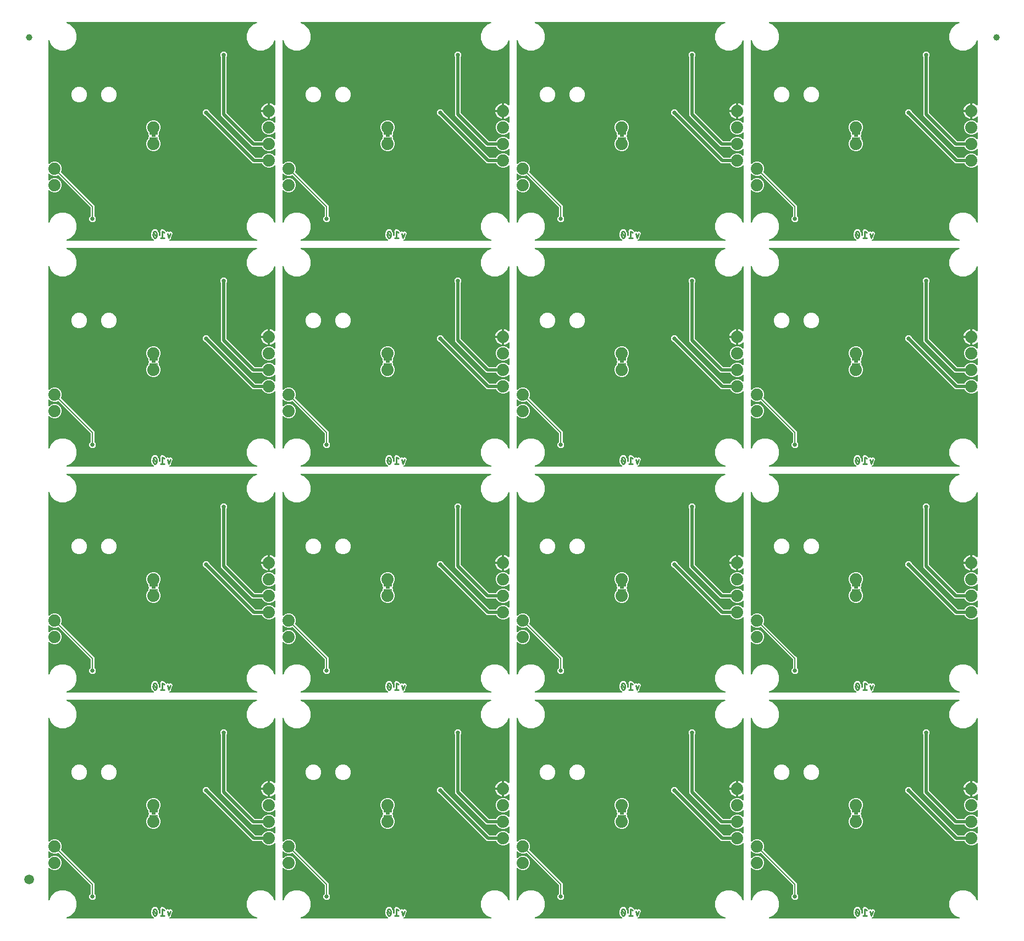
<source format=gbl>
G04 EAGLE Gerber RS-274X export*
G75*
%MOMM*%
%FSLAX34Y34*%
%LPD*%
%INBottom Copper*%
%IPPOS*%
%AMOC8*
5,1,8,0,0,1.08239X$1,22.5*%
G01*
%ADD10C,0.254000*%
%ADD11C,1.879600*%
%ADD12C,0.101600*%
%ADD13C,1.000000*%
%ADD14C,1.500000*%
%ADD15C,0.660400*%
%ADD16C,0.508000*%
%ADD17C,0.203200*%

G36*
X886420Y3067D02*
X886420Y3067D01*
X886544Y3084D01*
X886551Y3087D01*
X886560Y3089D01*
X886672Y3143D01*
X886785Y3195D01*
X886791Y3200D01*
X886799Y3204D01*
X886891Y3290D01*
X886983Y3372D01*
X886987Y3380D01*
X886994Y3386D01*
X887055Y3494D01*
X887119Y3600D01*
X887121Y3609D01*
X887126Y3616D01*
X887153Y3738D01*
X887182Y3859D01*
X887182Y3867D01*
X887183Y3876D01*
X887173Y4000D01*
X887166Y4124D01*
X887163Y4132D01*
X887162Y4141D01*
X887116Y4256D01*
X887071Y4373D01*
X887067Y4378D01*
X887063Y4388D01*
X886895Y4594D01*
X886839Y4631D01*
X886814Y4660D01*
X884258Y6485D01*
X883803Y7812D01*
X883771Y7875D01*
X883761Y7914D01*
X882713Y10064D01*
X882713Y15336D01*
X883325Y16592D01*
X883405Y16846D01*
X883405Y16869D01*
X883410Y16883D01*
X883435Y17114D01*
X883516Y17179D01*
X883519Y17182D01*
X883523Y17184D01*
X883534Y17198D01*
X883561Y17227D01*
X883601Y17258D01*
X883625Y17296D01*
X883696Y17374D01*
X883734Y17452D01*
X883762Y17488D01*
X883763Y17491D01*
X883783Y17555D01*
X883803Y17587D01*
X884258Y18915D01*
X886937Y20829D01*
X890230Y20829D01*
X892909Y18915D01*
X893364Y17588D01*
X893397Y17525D01*
X893406Y17486D01*
X894455Y15336D01*
X894455Y11339D01*
X894462Y11288D01*
X894461Y11236D01*
X894482Y11157D01*
X894494Y11076D01*
X894517Y11030D01*
X894531Y10980D01*
X894574Y10911D01*
X894610Y10837D01*
X894646Y10799D01*
X894673Y10756D01*
X894736Y10703D01*
X894792Y10643D01*
X894836Y10617D01*
X894876Y10584D01*
X894951Y10551D01*
X895022Y10511D01*
X895073Y10500D01*
X895120Y10479D01*
X895202Y10471D01*
X895282Y10453D01*
X895333Y10457D01*
X895385Y10452D01*
X895465Y10468D01*
X895547Y10475D01*
X895595Y10494D01*
X895645Y10504D01*
X895689Y10532D01*
X895793Y10574D01*
X895911Y10669D01*
X896077Y10669D01*
X896178Y10684D01*
X896281Y10692D01*
X896309Y10704D01*
X896340Y10709D01*
X896432Y10753D01*
X896527Y10791D01*
X896551Y10811D01*
X896579Y10824D01*
X896654Y10894D01*
X896734Y10959D01*
X896751Y10985D01*
X896773Y11006D01*
X896824Y11095D01*
X896881Y11180D01*
X896886Y11204D01*
X896905Y11236D01*
X896963Y11496D01*
X896960Y11534D01*
X896965Y11557D01*
X896965Y17562D01*
X896956Y17624D01*
X896960Y17660D01*
X896841Y18724D01*
X896881Y18784D01*
X896886Y18806D01*
X896903Y18836D01*
X896946Y19024D01*
X897704Y19782D01*
X897741Y19832D01*
X897769Y19855D01*
X898095Y20262D01*
X898095Y20263D01*
X898438Y20691D01*
X898509Y20705D01*
X898528Y20717D01*
X898561Y20726D01*
X898725Y20829D01*
X899796Y20829D01*
X899858Y20838D01*
X899894Y20834D01*
X900958Y20952D01*
X901018Y20913D01*
X901040Y20908D01*
X901070Y20890D01*
X901258Y20847D01*
X902015Y20090D01*
X902066Y20053D01*
X902089Y20024D01*
X905596Y17219D01*
X905694Y17162D01*
X905791Y17100D01*
X905809Y17095D01*
X905826Y17086D01*
X905937Y17060D01*
X906047Y17030D01*
X906062Y17032D01*
X906085Y17027D01*
X906350Y17047D01*
X906399Y17066D01*
X906431Y17070D01*
X908277Y17685D01*
X909903Y16872D01*
X909983Y16846D01*
X910060Y16811D01*
X910109Y16805D01*
X910156Y16790D01*
X910240Y16789D01*
X910323Y16778D01*
X910359Y16787D01*
X910422Y16786D01*
X910677Y16861D01*
X910689Y16869D01*
X910698Y16872D01*
X912325Y17685D01*
X914721Y16886D01*
X915850Y14627D01*
X913608Y7901D01*
X913592Y7811D01*
X913568Y7723D01*
X913572Y7691D01*
X913563Y7639D01*
X913595Y7391D01*
X913153Y6507D01*
X913127Y6428D01*
X913104Y6390D01*
X912790Y5446D01*
X912763Y5427D01*
X912684Y5382D01*
X912664Y5358D01*
X912621Y5327D01*
X912468Y5129D01*
X911530Y4816D01*
X911457Y4779D01*
X911414Y4768D01*
X911341Y4731D01*
X911291Y4696D01*
X911236Y4670D01*
X911183Y4620D01*
X911123Y4578D01*
X911086Y4530D01*
X911042Y4488D01*
X911005Y4425D01*
X910961Y4368D01*
X910940Y4310D01*
X910910Y4258D01*
X910894Y4187D01*
X910869Y4119D01*
X910865Y4058D01*
X910852Y3998D01*
X910858Y3926D01*
X910854Y3853D01*
X910869Y3794D01*
X910873Y3733D01*
X910901Y3666D01*
X910918Y3595D01*
X910950Y3543D01*
X910972Y3486D01*
X911018Y3430D01*
X911056Y3368D01*
X911102Y3327D01*
X911140Y3280D01*
X911201Y3240D01*
X911255Y3192D01*
X911310Y3166D01*
X911361Y3133D01*
X911409Y3122D01*
X911497Y3082D01*
X911706Y3056D01*
X911738Y3049D01*
X1045300Y3049D01*
X1045391Y3063D01*
X1045483Y3068D01*
X1045522Y3082D01*
X1045563Y3089D01*
X1045646Y3129D01*
X1045732Y3161D01*
X1045765Y3186D01*
X1045802Y3204D01*
X1045869Y3267D01*
X1045942Y3324D01*
X1045966Y3358D01*
X1045996Y3386D01*
X1046042Y3466D01*
X1046095Y3541D01*
X1046108Y3581D01*
X1046128Y3616D01*
X1046148Y3706D01*
X1046176Y3794D01*
X1046177Y3836D01*
X1046186Y3876D01*
X1046178Y3968D01*
X1046179Y4060D01*
X1046168Y4100D01*
X1046164Y4141D01*
X1046130Y4227D01*
X1046103Y4315D01*
X1046081Y4349D01*
X1046065Y4388D01*
X1046007Y4459D01*
X1045956Y4536D01*
X1045930Y4554D01*
X1045898Y4594D01*
X1045677Y4741D01*
X1045656Y4746D01*
X1045640Y4758D01*
X1039474Y7312D01*
X1033472Y13314D01*
X1030223Y21156D01*
X1030223Y29644D01*
X1033472Y37486D01*
X1039474Y43488D01*
X1047316Y46737D01*
X1055804Y46737D01*
X1063646Y43488D01*
X1069648Y37486D01*
X1072202Y31320D01*
X1072250Y31241D01*
X1072290Y31158D01*
X1072318Y31128D01*
X1072340Y31093D01*
X1072409Y31031D01*
X1072472Y30964D01*
X1072508Y30943D01*
X1072538Y30916D01*
X1072622Y30878D01*
X1072702Y30832D01*
X1072743Y30823D01*
X1072780Y30806D01*
X1072872Y30794D01*
X1072962Y30774D01*
X1073003Y30778D01*
X1073044Y30772D01*
X1073135Y30788D01*
X1073227Y30796D01*
X1073265Y30811D01*
X1073306Y30818D01*
X1073388Y30860D01*
X1073474Y30895D01*
X1073506Y30921D01*
X1073542Y30940D01*
X1073608Y31004D01*
X1073680Y31062D01*
X1073703Y31097D01*
X1073732Y31125D01*
X1073776Y31207D01*
X1073827Y31284D01*
X1073834Y31314D01*
X1073859Y31359D01*
X1073910Y31620D01*
X1073907Y31640D01*
X1073911Y31660D01*
X1073911Y118701D01*
X1073904Y118752D01*
X1073905Y118803D01*
X1073884Y118882D01*
X1073871Y118963D01*
X1073849Y119010D01*
X1073835Y119060D01*
X1073791Y119129D01*
X1073756Y119203D01*
X1073721Y119240D01*
X1073693Y119284D01*
X1073630Y119337D01*
X1073574Y119397D01*
X1073530Y119423D01*
X1073490Y119456D01*
X1073415Y119488D01*
X1073344Y119529D01*
X1073293Y119540D01*
X1073246Y119560D01*
X1073164Y119569D01*
X1073084Y119587D01*
X1073033Y119583D01*
X1072981Y119588D01*
X1072901Y119572D01*
X1072819Y119565D01*
X1072771Y119546D01*
X1072721Y119536D01*
X1072677Y119508D01*
X1072572Y119466D01*
X1072433Y119353D01*
X1072395Y119329D01*
X1070591Y117525D01*
X1066483Y115823D01*
X1062037Y115823D01*
X1057929Y117525D01*
X1054785Y120669D01*
X1054178Y122133D01*
X1054146Y122186D01*
X1054123Y122244D01*
X1054078Y122299D01*
X1054041Y122361D01*
X1053995Y122402D01*
X1053956Y122450D01*
X1053896Y122490D01*
X1053843Y122537D01*
X1053786Y122563D01*
X1053735Y122597D01*
X1053688Y122608D01*
X1053601Y122647D01*
X1053388Y122674D01*
X1053358Y122681D01*
X1039611Y122681D01*
X1036821Y125471D01*
X966973Y195319D01*
X966956Y195332D01*
X966943Y195348D01*
X966850Y195410D01*
X966759Y195477D01*
X966740Y195484D01*
X966722Y195495D01*
X966677Y195505D01*
X966508Y195564D01*
X966396Y195568D01*
X966345Y195579D01*
X965635Y195579D01*
X962659Y198555D01*
X962659Y202765D01*
X965635Y205741D01*
X969845Y205741D01*
X972821Y202765D01*
X972821Y202055D01*
X972824Y202034D01*
X972822Y202013D01*
X972844Y201903D01*
X972861Y201792D01*
X972870Y201773D01*
X972874Y201752D01*
X972898Y201714D01*
X972976Y201553D01*
X973053Y201470D01*
X973081Y201427D01*
X1042929Y131579D01*
X1042946Y131566D01*
X1042959Y131550D01*
X1043052Y131488D01*
X1043143Y131421D01*
X1043162Y131414D01*
X1043180Y131403D01*
X1043225Y131393D01*
X1043394Y131334D01*
X1043506Y131330D01*
X1043557Y131319D01*
X1053358Y131319D01*
X1053419Y131328D01*
X1053481Y131327D01*
X1053550Y131348D01*
X1053621Y131359D01*
X1053676Y131386D01*
X1053736Y131403D01*
X1053795Y131443D01*
X1053860Y131474D01*
X1053905Y131517D01*
X1053957Y131551D01*
X1053984Y131590D01*
X1054054Y131656D01*
X1054161Y131842D01*
X1054178Y131867D01*
X1054785Y133331D01*
X1057929Y136475D01*
X1062037Y138177D01*
X1066483Y138177D01*
X1070591Y136475D01*
X1072395Y134671D01*
X1072436Y134641D01*
X1072472Y134603D01*
X1072543Y134562D01*
X1072609Y134514D01*
X1072658Y134497D01*
X1072702Y134471D01*
X1072782Y134453D01*
X1072860Y134426D01*
X1072912Y134424D01*
X1072962Y134413D01*
X1073044Y134420D01*
X1073126Y134417D01*
X1073175Y134431D01*
X1073227Y134435D01*
X1073303Y134465D01*
X1073382Y134487D01*
X1073426Y134515D01*
X1073474Y134534D01*
X1073537Y134586D01*
X1073606Y134630D01*
X1073640Y134669D01*
X1073680Y134701D01*
X1073725Y134770D01*
X1073778Y134832D01*
X1073799Y134880D01*
X1073827Y134923D01*
X1073839Y134973D01*
X1073883Y135077D01*
X1073901Y135255D01*
X1073911Y135299D01*
X1073911Y144101D01*
X1073904Y144152D01*
X1073905Y144203D01*
X1073884Y144282D01*
X1073871Y144363D01*
X1073849Y144410D01*
X1073835Y144460D01*
X1073791Y144529D01*
X1073756Y144603D01*
X1073721Y144640D01*
X1073693Y144684D01*
X1073630Y144737D01*
X1073574Y144797D01*
X1073530Y144823D01*
X1073490Y144856D01*
X1073415Y144888D01*
X1073344Y144929D01*
X1073293Y144940D01*
X1073246Y144960D01*
X1073164Y144969D01*
X1073084Y144987D01*
X1073033Y144983D01*
X1072981Y144988D01*
X1072901Y144972D01*
X1072819Y144965D01*
X1072771Y144946D01*
X1072721Y144936D01*
X1072677Y144908D01*
X1072572Y144866D01*
X1072433Y144753D01*
X1072395Y144729D01*
X1070591Y142925D01*
X1066483Y141223D01*
X1062037Y141223D01*
X1057929Y142925D01*
X1054785Y146069D01*
X1054178Y147533D01*
X1054146Y147586D01*
X1054123Y147644D01*
X1054078Y147699D01*
X1054041Y147761D01*
X1053995Y147802D01*
X1053956Y147850D01*
X1053896Y147890D01*
X1053843Y147937D01*
X1053786Y147963D01*
X1053735Y147997D01*
X1053688Y148008D01*
X1053601Y148047D01*
X1053388Y148074D01*
X1053358Y148081D01*
X1038341Y148081D01*
X990286Y196136D01*
X990286Y286521D01*
X990283Y286541D01*
X990285Y286562D01*
X990263Y286673D01*
X990246Y286783D01*
X990237Y286802D01*
X990233Y286823D01*
X990209Y286861D01*
X990131Y287023D01*
X990054Y287105D01*
X990026Y287149D01*
X989524Y287650D01*
X989524Y291860D01*
X992500Y294836D01*
X996710Y294836D01*
X999686Y291860D01*
X999686Y287650D01*
X999184Y287149D01*
X999171Y287132D01*
X999155Y287118D01*
X999093Y287025D01*
X999026Y286935D01*
X999019Y286915D01*
X999008Y286897D01*
X998998Y286853D01*
X998939Y286684D01*
X998935Y286571D01*
X998924Y286521D01*
X998924Y200082D01*
X998927Y200061D01*
X998925Y200040D01*
X998947Y199930D01*
X998964Y199819D01*
X998973Y199800D01*
X998977Y199779D01*
X999001Y199741D01*
X999079Y199580D01*
X999156Y199497D01*
X999184Y199454D01*
X1041659Y156979D01*
X1041676Y156966D01*
X1041689Y156950D01*
X1041782Y156888D01*
X1041873Y156821D01*
X1041893Y156814D01*
X1041910Y156803D01*
X1041955Y156793D01*
X1042124Y156734D01*
X1042236Y156730D01*
X1042287Y156719D01*
X1053358Y156719D01*
X1053419Y156728D01*
X1053481Y156727D01*
X1053550Y156748D01*
X1053621Y156759D01*
X1053676Y156786D01*
X1053736Y156803D01*
X1053795Y156843D01*
X1053860Y156874D01*
X1053905Y156917D01*
X1053957Y156951D01*
X1053984Y156990D01*
X1054054Y157056D01*
X1054161Y157242D01*
X1054178Y157267D01*
X1054785Y158731D01*
X1057929Y161875D01*
X1062037Y163577D01*
X1066483Y163577D01*
X1070591Y161875D01*
X1072395Y160071D01*
X1072436Y160041D01*
X1072472Y160003D01*
X1072543Y159962D01*
X1072609Y159914D01*
X1072658Y159897D01*
X1072702Y159871D01*
X1072782Y159853D01*
X1072860Y159826D01*
X1072912Y159824D01*
X1072962Y159813D01*
X1073044Y159820D01*
X1073126Y159817D01*
X1073175Y159831D01*
X1073227Y159835D01*
X1073303Y159865D01*
X1073382Y159887D01*
X1073426Y159915D01*
X1073474Y159934D01*
X1073537Y159986D01*
X1073606Y160030D01*
X1073640Y160069D01*
X1073680Y160101D01*
X1073725Y160170D01*
X1073778Y160232D01*
X1073799Y160280D01*
X1073827Y160323D01*
X1073839Y160373D01*
X1073883Y160477D01*
X1073901Y160655D01*
X1073911Y160699D01*
X1073911Y169501D01*
X1073904Y169552D01*
X1073905Y169603D01*
X1073884Y169682D01*
X1073871Y169763D01*
X1073849Y169810D01*
X1073835Y169860D01*
X1073791Y169929D01*
X1073756Y170003D01*
X1073721Y170040D01*
X1073693Y170084D01*
X1073630Y170137D01*
X1073574Y170197D01*
X1073530Y170223D01*
X1073490Y170256D01*
X1073415Y170288D01*
X1073344Y170329D01*
X1073293Y170340D01*
X1073246Y170360D01*
X1073164Y170369D01*
X1073084Y170387D01*
X1073033Y170383D01*
X1072981Y170388D01*
X1072901Y170372D01*
X1072819Y170365D01*
X1072771Y170346D01*
X1072721Y170336D01*
X1072677Y170308D01*
X1072572Y170266D01*
X1072433Y170153D01*
X1072395Y170129D01*
X1070591Y168325D01*
X1066483Y166623D01*
X1062037Y166623D01*
X1057929Y168325D01*
X1054785Y171469D01*
X1053083Y175577D01*
X1053083Y180023D01*
X1054785Y184131D01*
X1057929Y187275D01*
X1062037Y188977D01*
X1066483Y188977D01*
X1070591Y187275D01*
X1072395Y185471D01*
X1072436Y185441D01*
X1072472Y185403D01*
X1072543Y185362D01*
X1072609Y185314D01*
X1072658Y185297D01*
X1072702Y185271D01*
X1072782Y185253D01*
X1072860Y185226D01*
X1072912Y185224D01*
X1072962Y185213D01*
X1073044Y185220D01*
X1073126Y185217D01*
X1073175Y185231D01*
X1073227Y185235D01*
X1073303Y185265D01*
X1073382Y185287D01*
X1073426Y185315D01*
X1073474Y185334D01*
X1073537Y185386D01*
X1073606Y185430D01*
X1073640Y185469D01*
X1073680Y185501D01*
X1073725Y185570D01*
X1073778Y185632D01*
X1073799Y185680D01*
X1073827Y185723D01*
X1073839Y185773D01*
X1073883Y185877D01*
X1073901Y186055D01*
X1073911Y186099D01*
X1073911Y193823D01*
X1073904Y193874D01*
X1073905Y193926D01*
X1073884Y194005D01*
X1073871Y194086D01*
X1073849Y194132D01*
X1073835Y194182D01*
X1073792Y194251D01*
X1073756Y194325D01*
X1073720Y194363D01*
X1073693Y194406D01*
X1073630Y194459D01*
X1073574Y194519D01*
X1073529Y194545D01*
X1073490Y194578D01*
X1073415Y194611D01*
X1073344Y194651D01*
X1073293Y194663D01*
X1073246Y194683D01*
X1073164Y194691D01*
X1073084Y194709D01*
X1073033Y194705D01*
X1072981Y194710D01*
X1072901Y194694D01*
X1072819Y194687D01*
X1072771Y194668D01*
X1072721Y194658D01*
X1072677Y194630D01*
X1072572Y194588D01*
X1072433Y194475D01*
X1072395Y194451D01*
X1072038Y194094D01*
X1070517Y192989D01*
X1068843Y192136D01*
X1067056Y191555D01*
X1066037Y191394D01*
X1066037Y202311D01*
X1066022Y202412D01*
X1066013Y202515D01*
X1066002Y202543D01*
X1065997Y202574D01*
X1065953Y202666D01*
X1065914Y202761D01*
X1065895Y202785D01*
X1065882Y202813D01*
X1065812Y202888D01*
X1065747Y202968D01*
X1065721Y202985D01*
X1065700Y203007D01*
X1065611Y203058D01*
X1065526Y203115D01*
X1065502Y203120D01*
X1065470Y203139D01*
X1065210Y203197D01*
X1065172Y203194D01*
X1065149Y203199D01*
X1064259Y203199D01*
X1064259Y203201D01*
X1065149Y203201D01*
X1065250Y203216D01*
X1065353Y203225D01*
X1065381Y203236D01*
X1065412Y203241D01*
X1065504Y203285D01*
X1065599Y203324D01*
X1065623Y203343D01*
X1065651Y203356D01*
X1065726Y203426D01*
X1065806Y203491D01*
X1065823Y203517D01*
X1065845Y203538D01*
X1065896Y203627D01*
X1065953Y203712D01*
X1065959Y203736D01*
X1065977Y203769D01*
X1066035Y204028D01*
X1066032Y204066D01*
X1066037Y204089D01*
X1066037Y215006D01*
X1067056Y214845D01*
X1068843Y214264D01*
X1070517Y213411D01*
X1072038Y212306D01*
X1072395Y211949D01*
X1072436Y211918D01*
X1072472Y211881D01*
X1072543Y211840D01*
X1072609Y211791D01*
X1072658Y211774D01*
X1072702Y211749D01*
X1072782Y211731D01*
X1072860Y211704D01*
X1072912Y211702D01*
X1072962Y211691D01*
X1073044Y211698D01*
X1073126Y211695D01*
X1073175Y211708D01*
X1073227Y211713D01*
X1073303Y211743D01*
X1073382Y211765D01*
X1073426Y211792D01*
X1073474Y211812D01*
X1073537Y211863D01*
X1073606Y211907D01*
X1073640Y211947D01*
X1073680Y211979D01*
X1073725Y212047D01*
X1073778Y212110D01*
X1073799Y212157D01*
X1073827Y212200D01*
X1073839Y212251D01*
X1073883Y212354D01*
X1073901Y212533D01*
X1073911Y212577D01*
X1073911Y311240D01*
X1073897Y311331D01*
X1073892Y311423D01*
X1073878Y311462D01*
X1073871Y311502D01*
X1073831Y311586D01*
X1073799Y311672D01*
X1073774Y311705D01*
X1073756Y311742D01*
X1073693Y311809D01*
X1073636Y311882D01*
X1073602Y311906D01*
X1073574Y311936D01*
X1073494Y311982D01*
X1073419Y312035D01*
X1073379Y312048D01*
X1073344Y312068D01*
X1073254Y312088D01*
X1073166Y312116D01*
X1073124Y312117D01*
X1073084Y312126D01*
X1072992Y312118D01*
X1072900Y312119D01*
X1072860Y312108D01*
X1072819Y312104D01*
X1072733Y312070D01*
X1072645Y312043D01*
X1072611Y312021D01*
X1072572Y312005D01*
X1072501Y311947D01*
X1072424Y311896D01*
X1072406Y311870D01*
X1072366Y311838D01*
X1072219Y311616D01*
X1072214Y311596D01*
X1072202Y311580D01*
X1069648Y305414D01*
X1063646Y299412D01*
X1055804Y296163D01*
X1047316Y296163D01*
X1039474Y299412D01*
X1033472Y305414D01*
X1030223Y313256D01*
X1030223Y321744D01*
X1033472Y329586D01*
X1039474Y335588D01*
X1045640Y338142D01*
X1045719Y338190D01*
X1045802Y338230D01*
X1045832Y338258D01*
X1045867Y338280D01*
X1045929Y338349D01*
X1045996Y338412D01*
X1046017Y338448D01*
X1046044Y338478D01*
X1046082Y338562D01*
X1046128Y338642D01*
X1046137Y338683D01*
X1046154Y338720D01*
X1046166Y338812D01*
X1046186Y338902D01*
X1046182Y338943D01*
X1046188Y338984D01*
X1046172Y339075D01*
X1046164Y339167D01*
X1046149Y339205D01*
X1046142Y339246D01*
X1046100Y339328D01*
X1046065Y339414D01*
X1046039Y339446D01*
X1046020Y339482D01*
X1045956Y339548D01*
X1045898Y339620D01*
X1045863Y339643D01*
X1045835Y339672D01*
X1045753Y339716D01*
X1045676Y339767D01*
X1045646Y339774D01*
X1045601Y339799D01*
X1045340Y339850D01*
X1045320Y339847D01*
X1045300Y339851D01*
X753020Y339851D01*
X752929Y339837D01*
X752837Y339832D01*
X752798Y339818D01*
X752757Y339811D01*
X752674Y339771D01*
X752588Y339739D01*
X752555Y339714D01*
X752518Y339696D01*
X752451Y339633D01*
X752378Y339576D01*
X752354Y339542D01*
X752324Y339514D01*
X752278Y339434D01*
X752225Y339359D01*
X752212Y339319D01*
X752192Y339284D01*
X752172Y339194D01*
X752144Y339106D01*
X752143Y339064D01*
X752134Y339024D01*
X752142Y338932D01*
X752141Y338840D01*
X752152Y338800D01*
X752156Y338759D01*
X752190Y338673D01*
X752217Y338585D01*
X752239Y338551D01*
X752255Y338512D01*
X752313Y338441D01*
X752364Y338364D01*
X752390Y338346D01*
X752422Y338306D01*
X752643Y338159D01*
X752664Y338154D01*
X752680Y338142D01*
X758846Y335588D01*
X764848Y329586D01*
X768097Y321744D01*
X768097Y313256D01*
X764848Y305414D01*
X758846Y299412D01*
X751004Y296163D01*
X742516Y296163D01*
X734674Y299412D01*
X728672Y305414D01*
X726118Y311580D01*
X726070Y311659D01*
X726030Y311742D01*
X726002Y311772D01*
X725980Y311807D01*
X725911Y311869D01*
X725848Y311936D01*
X725812Y311957D01*
X725782Y311984D01*
X725698Y312022D01*
X725618Y312068D01*
X725577Y312077D01*
X725540Y312094D01*
X725448Y312106D01*
X725358Y312126D01*
X725317Y312122D01*
X725276Y312128D01*
X725185Y312112D01*
X725093Y312104D01*
X725055Y312089D01*
X725014Y312082D01*
X724932Y312040D01*
X724846Y312005D01*
X724814Y311979D01*
X724778Y311960D01*
X724712Y311896D01*
X724640Y311838D01*
X724617Y311803D01*
X724588Y311775D01*
X724544Y311693D01*
X724493Y311616D01*
X724486Y311586D01*
X724461Y311541D01*
X724410Y311280D01*
X724413Y311260D01*
X724409Y311240D01*
X724409Y122599D01*
X724416Y122548D01*
X724415Y122497D01*
X724436Y122418D01*
X724449Y122337D01*
X724471Y122290D01*
X724485Y122240D01*
X724529Y122171D01*
X724564Y122097D01*
X724599Y122060D01*
X724627Y122016D01*
X724690Y121963D01*
X724746Y121903D01*
X724790Y121877D01*
X724830Y121844D01*
X724905Y121812D01*
X724976Y121771D01*
X725027Y121760D01*
X725074Y121740D01*
X725156Y121731D01*
X725236Y121713D01*
X725287Y121717D01*
X725339Y121712D01*
X725419Y121728D01*
X725501Y121735D01*
X725549Y121754D01*
X725599Y121764D01*
X725643Y121792D01*
X725748Y121834D01*
X725887Y121947D01*
X725925Y121971D01*
X727729Y123775D01*
X731837Y125477D01*
X736283Y125477D01*
X740391Y123775D01*
X743535Y120631D01*
X745237Y116523D01*
X745237Y112077D01*
X743999Y109089D01*
X743997Y109079D01*
X743992Y109071D01*
X743981Y109021D01*
X743960Y108972D01*
X743952Y108900D01*
X743935Y108831D01*
X743936Y108819D01*
X743934Y108812D01*
X743938Y108763D01*
X743932Y108707D01*
X743946Y108637D01*
X743951Y108565D01*
X743955Y108553D01*
X743956Y108547D01*
X743973Y108504D01*
X743984Y108446D01*
X744010Y108406D01*
X744044Y108316D01*
X744053Y108305D01*
X744055Y108300D01*
X744091Y108255D01*
X744175Y108147D01*
X744192Y108121D01*
X795275Y57038D01*
X795275Y41588D01*
X795278Y41568D01*
X795276Y41547D01*
X795298Y41436D01*
X795315Y41326D01*
X795324Y41307D01*
X795328Y41286D01*
X795352Y41248D01*
X795430Y41086D01*
X795507Y41004D01*
X795535Y40960D01*
X797561Y38935D01*
X797561Y34725D01*
X794585Y31749D01*
X790375Y31749D01*
X787399Y34725D01*
X787399Y38935D01*
X789425Y40960D01*
X789438Y40977D01*
X789454Y40991D01*
X789516Y41084D01*
X789583Y41174D01*
X789590Y41194D01*
X789601Y41212D01*
X789611Y41256D01*
X789670Y41425D01*
X789674Y41538D01*
X789685Y41588D01*
X789685Y54354D01*
X789682Y54375D01*
X789684Y54396D01*
X789662Y54506D01*
X789645Y54617D01*
X789636Y54636D01*
X789632Y54657D01*
X789608Y54695D01*
X789530Y54857D01*
X789453Y54939D01*
X789425Y54983D01*
X740239Y104168D01*
X740189Y104205D01*
X740146Y104250D01*
X740083Y104284D01*
X740025Y104326D01*
X739967Y104347D01*
X739912Y104376D01*
X739842Y104390D01*
X739774Y104413D01*
X739712Y104416D01*
X739651Y104428D01*
X739604Y104419D01*
X739509Y104423D01*
X739302Y104366D01*
X739271Y104361D01*
X736283Y103123D01*
X731837Y103123D01*
X727729Y104825D01*
X725925Y106629D01*
X725884Y106659D01*
X725848Y106697D01*
X725777Y106738D01*
X725711Y106786D01*
X725662Y106803D01*
X725618Y106829D01*
X725538Y106847D01*
X725460Y106874D01*
X725408Y106876D01*
X725358Y106887D01*
X725276Y106880D01*
X725194Y106883D01*
X725145Y106869D01*
X725093Y106865D01*
X725017Y106835D01*
X724938Y106813D01*
X724894Y106785D01*
X724846Y106766D01*
X724783Y106714D01*
X724714Y106670D01*
X724680Y106631D01*
X724640Y106599D01*
X724595Y106530D01*
X724542Y106468D01*
X724521Y106420D01*
X724493Y106377D01*
X724481Y106327D01*
X724437Y106223D01*
X724419Y106045D01*
X724409Y106001D01*
X724409Y97199D01*
X724416Y97148D01*
X724415Y97097D01*
X724429Y97045D01*
X724432Y96999D01*
X724443Y96973D01*
X724449Y96937D01*
X724471Y96890D01*
X724485Y96840D01*
X724516Y96790D01*
X724531Y96753D01*
X724546Y96734D01*
X724564Y96697D01*
X724599Y96660D01*
X724627Y96616D01*
X724676Y96574D01*
X724699Y96546D01*
X724715Y96536D01*
X724746Y96503D01*
X724790Y96477D01*
X724830Y96444D01*
X724893Y96417D01*
X724920Y96399D01*
X724933Y96396D01*
X724976Y96371D01*
X725027Y96360D01*
X725074Y96340D01*
X725156Y96331D01*
X725236Y96313D01*
X725286Y96317D01*
X725297Y96315D01*
X725301Y96315D01*
X725305Y96316D01*
X725339Y96312D01*
X725419Y96328D01*
X725501Y96335D01*
X725542Y96352D01*
X725564Y96355D01*
X725572Y96359D01*
X725599Y96364D01*
X725643Y96392D01*
X725748Y96434D01*
X725777Y96458D01*
X725803Y96471D01*
X725872Y96535D01*
X725887Y96547D01*
X725925Y96571D01*
X727729Y98375D01*
X731837Y100077D01*
X736283Y100077D01*
X740391Y98375D01*
X743535Y95231D01*
X745237Y91123D01*
X745237Y86677D01*
X743535Y82569D01*
X740391Y79425D01*
X736283Y77723D01*
X731837Y77723D01*
X727729Y79425D01*
X725925Y81229D01*
X725884Y81259D01*
X725848Y81297D01*
X725777Y81338D01*
X725711Y81386D01*
X725662Y81403D01*
X725618Y81429D01*
X725538Y81447D01*
X725460Y81474D01*
X725408Y81476D01*
X725358Y81487D01*
X725276Y81480D01*
X725194Y81483D01*
X725145Y81469D01*
X725093Y81465D01*
X725017Y81435D01*
X724938Y81413D01*
X724894Y81385D01*
X724846Y81366D01*
X724783Y81314D01*
X724714Y81270D01*
X724680Y81231D01*
X724640Y81199D01*
X724595Y81130D01*
X724542Y81068D01*
X724521Y81020D01*
X724493Y80977D01*
X724481Y80927D01*
X724437Y80823D01*
X724419Y80645D01*
X724409Y80601D01*
X724409Y31660D01*
X724423Y31569D01*
X724428Y31477D01*
X724442Y31438D01*
X724449Y31398D01*
X724489Y31314D01*
X724521Y31228D01*
X724546Y31195D01*
X724564Y31158D01*
X724627Y31091D01*
X724684Y31018D01*
X724718Y30994D01*
X724746Y30964D01*
X724826Y30918D01*
X724901Y30865D01*
X724941Y30852D01*
X724976Y30832D01*
X725066Y30812D01*
X725154Y30784D01*
X725196Y30783D01*
X725236Y30774D01*
X725328Y30782D01*
X725420Y30781D01*
X725460Y30792D01*
X725501Y30796D01*
X725587Y30830D01*
X725675Y30857D01*
X725709Y30879D01*
X725748Y30895D01*
X725819Y30953D01*
X725896Y31004D01*
X725914Y31030D01*
X725954Y31062D01*
X726101Y31284D01*
X726106Y31304D01*
X726118Y31320D01*
X728672Y37486D01*
X734674Y43488D01*
X742516Y46737D01*
X751004Y46737D01*
X758846Y43488D01*
X764848Y37486D01*
X768097Y29644D01*
X768097Y21156D01*
X764848Y13314D01*
X758846Y7312D01*
X752680Y4758D01*
X752601Y4710D01*
X752518Y4670D01*
X752488Y4642D01*
X752453Y4620D01*
X752391Y4551D01*
X752324Y4488D01*
X752303Y4452D01*
X752276Y4422D01*
X752238Y4338D01*
X752192Y4258D01*
X752183Y4217D01*
X752166Y4180D01*
X752154Y4088D01*
X752134Y3998D01*
X752137Y3957D01*
X752132Y3916D01*
X752148Y3825D01*
X752156Y3733D01*
X752171Y3695D01*
X752178Y3654D01*
X752220Y3572D01*
X752255Y3486D01*
X752281Y3454D01*
X752300Y3418D01*
X752364Y3352D01*
X752422Y3280D01*
X752457Y3257D01*
X752485Y3228D01*
X752567Y3184D01*
X752643Y3133D01*
X752674Y3126D01*
X752719Y3101D01*
X752980Y3050D01*
X753000Y3053D01*
X753020Y3049D01*
X886297Y3049D01*
X886420Y3067D01*
G37*
G36*
X1247100Y699027D02*
X1247100Y699027D01*
X1247224Y699044D01*
X1247231Y699047D01*
X1247240Y699049D01*
X1247352Y699102D01*
X1247465Y699155D01*
X1247471Y699160D01*
X1247479Y699164D01*
X1247571Y699250D01*
X1247663Y699332D01*
X1247667Y699340D01*
X1247674Y699346D01*
X1247735Y699454D01*
X1247799Y699560D01*
X1247801Y699569D01*
X1247806Y699576D01*
X1247833Y699698D01*
X1247862Y699819D01*
X1247862Y699827D01*
X1247863Y699836D01*
X1247853Y699960D01*
X1247846Y700084D01*
X1247843Y700092D01*
X1247842Y700101D01*
X1247796Y700216D01*
X1247751Y700333D01*
X1247747Y700338D01*
X1247743Y700348D01*
X1247575Y700554D01*
X1247519Y700591D01*
X1247494Y700620D01*
X1244938Y702445D01*
X1244483Y703772D01*
X1244451Y703835D01*
X1244441Y703874D01*
X1243393Y706024D01*
X1243393Y711296D01*
X1244005Y712552D01*
X1244085Y712806D01*
X1244085Y712829D01*
X1244090Y712843D01*
X1244115Y713074D01*
X1244196Y713139D01*
X1244198Y713141D01*
X1244201Y713142D01*
X1244208Y713151D01*
X1244241Y713187D01*
X1244281Y713218D01*
X1244305Y713256D01*
X1244376Y713334D01*
X1244413Y713410D01*
X1244440Y713445D01*
X1244442Y713448D01*
X1244462Y713514D01*
X1244483Y713547D01*
X1244938Y714875D01*
X1247617Y716789D01*
X1250910Y716789D01*
X1253589Y714875D01*
X1254044Y713548D01*
X1254077Y713485D01*
X1254086Y713446D01*
X1255135Y711296D01*
X1255135Y707299D01*
X1255142Y707248D01*
X1255141Y707196D01*
X1255162Y707117D01*
X1255174Y707036D01*
X1255197Y706990D01*
X1255211Y706940D01*
X1255254Y706871D01*
X1255290Y706797D01*
X1255326Y706759D01*
X1255353Y706716D01*
X1255416Y706663D01*
X1255472Y706603D01*
X1255516Y706577D01*
X1255556Y706544D01*
X1255631Y706511D01*
X1255702Y706471D01*
X1255753Y706460D01*
X1255800Y706439D01*
X1255882Y706431D01*
X1255962Y706413D01*
X1256013Y706417D01*
X1256065Y706412D01*
X1256145Y706428D01*
X1256227Y706435D01*
X1256275Y706454D01*
X1256325Y706464D01*
X1256369Y706492D01*
X1256473Y706534D01*
X1256591Y706629D01*
X1256757Y706629D01*
X1256858Y706644D01*
X1256961Y706652D01*
X1256989Y706664D01*
X1257020Y706669D01*
X1257112Y706713D01*
X1257207Y706751D01*
X1257231Y706771D01*
X1257259Y706784D01*
X1257334Y706854D01*
X1257414Y706919D01*
X1257431Y706945D01*
X1257453Y706966D01*
X1257504Y707055D01*
X1257561Y707140D01*
X1257566Y707164D01*
X1257585Y707196D01*
X1257643Y707456D01*
X1257640Y707494D01*
X1257645Y707517D01*
X1257645Y713522D01*
X1257636Y713584D01*
X1257640Y713620D01*
X1257521Y714684D01*
X1257561Y714744D01*
X1257566Y714766D01*
X1257583Y714796D01*
X1257626Y714984D01*
X1258384Y715742D01*
X1258421Y715792D01*
X1258449Y715815D01*
X1258775Y716222D01*
X1258775Y716223D01*
X1259118Y716651D01*
X1259189Y716665D01*
X1259208Y716677D01*
X1259241Y716686D01*
X1259405Y716789D01*
X1260476Y716789D01*
X1260538Y716798D01*
X1260574Y716794D01*
X1261638Y716912D01*
X1261698Y716873D01*
X1261720Y716868D01*
X1261750Y716850D01*
X1261938Y716807D01*
X1262695Y716050D01*
X1262746Y716013D01*
X1262769Y715984D01*
X1266276Y713179D01*
X1266374Y713122D01*
X1266471Y713060D01*
X1266489Y713055D01*
X1266506Y713046D01*
X1266617Y713020D01*
X1266727Y712990D01*
X1266742Y712992D01*
X1266765Y712987D01*
X1267030Y713007D01*
X1267079Y713026D01*
X1267111Y713030D01*
X1268957Y713645D01*
X1270583Y712832D01*
X1270663Y712806D01*
X1270740Y712771D01*
X1270789Y712765D01*
X1270836Y712750D01*
X1270920Y712749D01*
X1271003Y712738D01*
X1271039Y712747D01*
X1271102Y712746D01*
X1271357Y712822D01*
X1271369Y712829D01*
X1271378Y712832D01*
X1273005Y713645D01*
X1275401Y712846D01*
X1276530Y710587D01*
X1274288Y703861D01*
X1274272Y703771D01*
X1274248Y703683D01*
X1274252Y703651D01*
X1274243Y703599D01*
X1274275Y703351D01*
X1273833Y702467D01*
X1273807Y702388D01*
X1273785Y702350D01*
X1273470Y701406D01*
X1273443Y701387D01*
X1273364Y701342D01*
X1273344Y701318D01*
X1273301Y701287D01*
X1273148Y701089D01*
X1272210Y700776D01*
X1272137Y700739D01*
X1272094Y700728D01*
X1272021Y700692D01*
X1271971Y700656D01*
X1271916Y700630D01*
X1271863Y700580D01*
X1271804Y700538D01*
X1271766Y700490D01*
X1271722Y700448D01*
X1271686Y700385D01*
X1271641Y700328D01*
X1271620Y700271D01*
X1271590Y700218D01*
X1271574Y700147D01*
X1271549Y700079D01*
X1271545Y700018D01*
X1271532Y699958D01*
X1271538Y699886D01*
X1271534Y699813D01*
X1271549Y699754D01*
X1271553Y699693D01*
X1271580Y699626D01*
X1271598Y699555D01*
X1271630Y699503D01*
X1271652Y699446D01*
X1271698Y699390D01*
X1271736Y699328D01*
X1271781Y699288D01*
X1271820Y699240D01*
X1271881Y699200D01*
X1271935Y699152D01*
X1271990Y699127D01*
X1272041Y699093D01*
X1272089Y699082D01*
X1272177Y699042D01*
X1272386Y699016D01*
X1272418Y699009D01*
X1405980Y699009D01*
X1406071Y699023D01*
X1406163Y699028D01*
X1406202Y699042D01*
X1406243Y699049D01*
X1406326Y699089D01*
X1406412Y699121D01*
X1406445Y699146D01*
X1406482Y699164D01*
X1406549Y699227D01*
X1406622Y699284D01*
X1406646Y699318D01*
X1406676Y699346D01*
X1406722Y699426D01*
X1406775Y699501D01*
X1406788Y699541D01*
X1406808Y699576D01*
X1406828Y699666D01*
X1406856Y699754D01*
X1406857Y699796D01*
X1406866Y699836D01*
X1406858Y699928D01*
X1406859Y700020D01*
X1406848Y700060D01*
X1406844Y700101D01*
X1406810Y700187D01*
X1406783Y700275D01*
X1406761Y700309D01*
X1406745Y700348D01*
X1406687Y700419D01*
X1406636Y700496D01*
X1406610Y700514D01*
X1406578Y700554D01*
X1406357Y700701D01*
X1406336Y700706D01*
X1406320Y700718D01*
X1400154Y703272D01*
X1394152Y709274D01*
X1390903Y717116D01*
X1390903Y725604D01*
X1394152Y733446D01*
X1400154Y739448D01*
X1407996Y742697D01*
X1416484Y742697D01*
X1424326Y739448D01*
X1430328Y733446D01*
X1432882Y727280D01*
X1432930Y727201D01*
X1432970Y727118D01*
X1432998Y727088D01*
X1433020Y727053D01*
X1433089Y726991D01*
X1433152Y726924D01*
X1433188Y726903D01*
X1433218Y726876D01*
X1433302Y726838D01*
X1433382Y726792D01*
X1433423Y726783D01*
X1433460Y726766D01*
X1433552Y726754D01*
X1433642Y726734D01*
X1433683Y726737D01*
X1433724Y726732D01*
X1433815Y726748D01*
X1433907Y726756D01*
X1433945Y726771D01*
X1433986Y726778D01*
X1434068Y726820D01*
X1434154Y726855D01*
X1434186Y726881D01*
X1434222Y726900D01*
X1434288Y726964D01*
X1434360Y727022D01*
X1434383Y727057D01*
X1434412Y727085D01*
X1434456Y727167D01*
X1434507Y727243D01*
X1434514Y727274D01*
X1434539Y727319D01*
X1434590Y727580D01*
X1434587Y727600D01*
X1434591Y727620D01*
X1434591Y814661D01*
X1434584Y814712D01*
X1434585Y814763D01*
X1434564Y814842D01*
X1434551Y814923D01*
X1434529Y814970D01*
X1434515Y815020D01*
X1434471Y815089D01*
X1434436Y815163D01*
X1434401Y815200D01*
X1434373Y815244D01*
X1434310Y815297D01*
X1434254Y815357D01*
X1434210Y815383D01*
X1434170Y815416D01*
X1434095Y815448D01*
X1434024Y815489D01*
X1433973Y815500D01*
X1433926Y815520D01*
X1433844Y815529D01*
X1433764Y815547D01*
X1433713Y815543D01*
X1433661Y815548D01*
X1433581Y815532D01*
X1433499Y815525D01*
X1433451Y815506D01*
X1433401Y815496D01*
X1433357Y815468D01*
X1433252Y815426D01*
X1433113Y815313D01*
X1433075Y815289D01*
X1431271Y813485D01*
X1427163Y811783D01*
X1422717Y811783D01*
X1418609Y813485D01*
X1415465Y816629D01*
X1414858Y818093D01*
X1414826Y818146D01*
X1414803Y818204D01*
X1414758Y818259D01*
X1414721Y818321D01*
X1414675Y818362D01*
X1414636Y818410D01*
X1414576Y818450D01*
X1414523Y818497D01*
X1414466Y818523D01*
X1414415Y818557D01*
X1414368Y818568D01*
X1414281Y818607D01*
X1414068Y818634D01*
X1414038Y818641D01*
X1400291Y818641D01*
X1397501Y821431D01*
X1327653Y891279D01*
X1327636Y891292D01*
X1327623Y891308D01*
X1327530Y891370D01*
X1327439Y891437D01*
X1327420Y891444D01*
X1327402Y891455D01*
X1327357Y891465D01*
X1327188Y891524D01*
X1327076Y891528D01*
X1327025Y891539D01*
X1326315Y891539D01*
X1323339Y894515D01*
X1323339Y898725D01*
X1326315Y901701D01*
X1330525Y901701D01*
X1333501Y898725D01*
X1333501Y898015D01*
X1333504Y897994D01*
X1333502Y897973D01*
X1333524Y897863D01*
X1333541Y897752D01*
X1333550Y897733D01*
X1333554Y897712D01*
X1333578Y897674D01*
X1333656Y897513D01*
X1333733Y897430D01*
X1333761Y897387D01*
X1403609Y827539D01*
X1403626Y827526D01*
X1403639Y827510D01*
X1403732Y827448D01*
X1403823Y827381D01*
X1403842Y827374D01*
X1403860Y827363D01*
X1403905Y827353D01*
X1404074Y827294D01*
X1404186Y827290D01*
X1404237Y827279D01*
X1414038Y827279D01*
X1414099Y827288D01*
X1414161Y827287D01*
X1414230Y827308D01*
X1414301Y827319D01*
X1414356Y827346D01*
X1414416Y827363D01*
X1414475Y827403D01*
X1414540Y827434D01*
X1414585Y827477D01*
X1414637Y827511D01*
X1414664Y827550D01*
X1414734Y827616D01*
X1414841Y827802D01*
X1414858Y827827D01*
X1415465Y829291D01*
X1418609Y832435D01*
X1422717Y834137D01*
X1427163Y834137D01*
X1431271Y832435D01*
X1433075Y830631D01*
X1433116Y830601D01*
X1433152Y830563D01*
X1433223Y830522D01*
X1433289Y830474D01*
X1433338Y830457D01*
X1433382Y830431D01*
X1433462Y830413D01*
X1433540Y830386D01*
X1433592Y830384D01*
X1433642Y830373D01*
X1433724Y830380D01*
X1433806Y830377D01*
X1433855Y830391D01*
X1433907Y830395D01*
X1433983Y830425D01*
X1434062Y830447D01*
X1434106Y830475D01*
X1434154Y830494D01*
X1434217Y830546D01*
X1434286Y830590D01*
X1434320Y830629D01*
X1434360Y830661D01*
X1434405Y830730D01*
X1434458Y830792D01*
X1434479Y830840D01*
X1434507Y830883D01*
X1434519Y830933D01*
X1434563Y831037D01*
X1434581Y831215D01*
X1434591Y831259D01*
X1434591Y840061D01*
X1434584Y840112D01*
X1434585Y840163D01*
X1434564Y840242D01*
X1434551Y840323D01*
X1434529Y840370D01*
X1434515Y840420D01*
X1434471Y840489D01*
X1434436Y840563D01*
X1434401Y840600D01*
X1434373Y840644D01*
X1434310Y840697D01*
X1434254Y840757D01*
X1434210Y840783D01*
X1434170Y840816D01*
X1434095Y840848D01*
X1434024Y840889D01*
X1433973Y840900D01*
X1433926Y840920D01*
X1433844Y840929D01*
X1433764Y840947D01*
X1433713Y840943D01*
X1433661Y840948D01*
X1433581Y840932D01*
X1433499Y840925D01*
X1433451Y840906D01*
X1433401Y840896D01*
X1433357Y840868D01*
X1433252Y840826D01*
X1433113Y840713D01*
X1433075Y840689D01*
X1431271Y838885D01*
X1427163Y837183D01*
X1422717Y837183D01*
X1418609Y838885D01*
X1415465Y842029D01*
X1414858Y843493D01*
X1414826Y843546D01*
X1414803Y843604D01*
X1414758Y843659D01*
X1414721Y843721D01*
X1414675Y843762D01*
X1414636Y843810D01*
X1414576Y843850D01*
X1414523Y843897D01*
X1414466Y843923D01*
X1414415Y843957D01*
X1414368Y843968D01*
X1414281Y844007D01*
X1414068Y844034D01*
X1414038Y844041D01*
X1399021Y844041D01*
X1350966Y892096D01*
X1350966Y982481D01*
X1350963Y982501D01*
X1350965Y982522D01*
X1350943Y982633D01*
X1350926Y982743D01*
X1350917Y982762D01*
X1350913Y982783D01*
X1350889Y982821D01*
X1350811Y982983D01*
X1350734Y983065D01*
X1350706Y983109D01*
X1350204Y983610D01*
X1350204Y987820D01*
X1353180Y990796D01*
X1357390Y990796D01*
X1360366Y987820D01*
X1360366Y983610D01*
X1359864Y983109D01*
X1359851Y983092D01*
X1359835Y983078D01*
X1359773Y982985D01*
X1359706Y982895D01*
X1359699Y982875D01*
X1359688Y982857D01*
X1359678Y982813D01*
X1359619Y982644D01*
X1359615Y982531D01*
X1359604Y982481D01*
X1359604Y896042D01*
X1359607Y896021D01*
X1359605Y896000D01*
X1359627Y895890D01*
X1359644Y895779D01*
X1359653Y895760D01*
X1359657Y895739D01*
X1359681Y895701D01*
X1359759Y895540D01*
X1359836Y895457D01*
X1359864Y895414D01*
X1402339Y852939D01*
X1402356Y852926D01*
X1402369Y852910D01*
X1402462Y852848D01*
X1402553Y852781D01*
X1402573Y852774D01*
X1402590Y852763D01*
X1402635Y852753D01*
X1402804Y852694D01*
X1402916Y852690D01*
X1402967Y852679D01*
X1414038Y852679D01*
X1414099Y852688D01*
X1414161Y852687D01*
X1414230Y852708D01*
X1414301Y852719D01*
X1414356Y852746D01*
X1414416Y852763D01*
X1414475Y852803D01*
X1414540Y852834D01*
X1414585Y852877D01*
X1414637Y852911D01*
X1414664Y852950D01*
X1414734Y853016D01*
X1414841Y853202D01*
X1414858Y853227D01*
X1415465Y854691D01*
X1418609Y857835D01*
X1422717Y859537D01*
X1427163Y859537D01*
X1431271Y857835D01*
X1433075Y856031D01*
X1433116Y856001D01*
X1433152Y855963D01*
X1433223Y855922D01*
X1433289Y855874D01*
X1433338Y855857D01*
X1433382Y855831D01*
X1433462Y855813D01*
X1433540Y855786D01*
X1433592Y855784D01*
X1433642Y855773D01*
X1433724Y855780D01*
X1433806Y855777D01*
X1433855Y855791D01*
X1433907Y855795D01*
X1433983Y855825D01*
X1434062Y855847D01*
X1434106Y855875D01*
X1434154Y855894D01*
X1434217Y855946D01*
X1434286Y855990D01*
X1434320Y856029D01*
X1434360Y856061D01*
X1434405Y856130D01*
X1434458Y856192D01*
X1434479Y856240D01*
X1434507Y856283D01*
X1434519Y856333D01*
X1434563Y856437D01*
X1434581Y856615D01*
X1434591Y856659D01*
X1434591Y865461D01*
X1434584Y865512D01*
X1434585Y865563D01*
X1434564Y865642D01*
X1434551Y865723D01*
X1434529Y865770D01*
X1434515Y865820D01*
X1434471Y865889D01*
X1434436Y865963D01*
X1434401Y866000D01*
X1434373Y866044D01*
X1434310Y866097D01*
X1434254Y866157D01*
X1434210Y866183D01*
X1434170Y866216D01*
X1434095Y866248D01*
X1434024Y866289D01*
X1433973Y866300D01*
X1433926Y866320D01*
X1433844Y866329D01*
X1433764Y866347D01*
X1433713Y866343D01*
X1433661Y866348D01*
X1433581Y866332D01*
X1433499Y866325D01*
X1433451Y866306D01*
X1433401Y866296D01*
X1433357Y866268D01*
X1433252Y866226D01*
X1433113Y866113D01*
X1433075Y866089D01*
X1431271Y864285D01*
X1427163Y862583D01*
X1422717Y862583D01*
X1418609Y864285D01*
X1415465Y867429D01*
X1413763Y871537D01*
X1413763Y875983D01*
X1415465Y880091D01*
X1418609Y883235D01*
X1422717Y884937D01*
X1427163Y884937D01*
X1431271Y883235D01*
X1433075Y881431D01*
X1433116Y881401D01*
X1433152Y881363D01*
X1433223Y881322D01*
X1433289Y881274D01*
X1433338Y881257D01*
X1433382Y881231D01*
X1433462Y881213D01*
X1433540Y881186D01*
X1433592Y881184D01*
X1433642Y881173D01*
X1433724Y881180D01*
X1433806Y881177D01*
X1433855Y881191D01*
X1433907Y881195D01*
X1433983Y881225D01*
X1434062Y881247D01*
X1434106Y881275D01*
X1434154Y881294D01*
X1434217Y881346D01*
X1434286Y881390D01*
X1434320Y881429D01*
X1434360Y881461D01*
X1434405Y881530D01*
X1434458Y881592D01*
X1434479Y881640D01*
X1434507Y881683D01*
X1434519Y881733D01*
X1434563Y881837D01*
X1434581Y882015D01*
X1434591Y882059D01*
X1434591Y889783D01*
X1434584Y889834D01*
X1434585Y889886D01*
X1434564Y889965D01*
X1434551Y890046D01*
X1434529Y890092D01*
X1434515Y890142D01*
X1434472Y890211D01*
X1434436Y890285D01*
X1434400Y890323D01*
X1434373Y890366D01*
X1434310Y890419D01*
X1434254Y890479D01*
X1434209Y890505D01*
X1434170Y890538D01*
X1434095Y890571D01*
X1434024Y890611D01*
X1433973Y890623D01*
X1433926Y890643D01*
X1433844Y890651D01*
X1433764Y890669D01*
X1433713Y890665D01*
X1433661Y890670D01*
X1433581Y890654D01*
X1433499Y890647D01*
X1433451Y890628D01*
X1433401Y890618D01*
X1433357Y890590D01*
X1433252Y890548D01*
X1433113Y890435D01*
X1433075Y890411D01*
X1432718Y890054D01*
X1431197Y888949D01*
X1429523Y888096D01*
X1427736Y887515D01*
X1426717Y887354D01*
X1426717Y898271D01*
X1426702Y898372D01*
X1426693Y898475D01*
X1426682Y898503D01*
X1426677Y898534D01*
X1426633Y898626D01*
X1426594Y898721D01*
X1426575Y898745D01*
X1426562Y898773D01*
X1426492Y898848D01*
X1426427Y898928D01*
X1426401Y898945D01*
X1426380Y898967D01*
X1426291Y899018D01*
X1426206Y899075D01*
X1426182Y899080D01*
X1426150Y899099D01*
X1425890Y899157D01*
X1425852Y899154D01*
X1425829Y899159D01*
X1424939Y899159D01*
X1424939Y899161D01*
X1425829Y899161D01*
X1425930Y899176D01*
X1426033Y899185D01*
X1426061Y899196D01*
X1426092Y899201D01*
X1426184Y899245D01*
X1426279Y899284D01*
X1426303Y899303D01*
X1426331Y899316D01*
X1426406Y899386D01*
X1426486Y899451D01*
X1426503Y899477D01*
X1426525Y899498D01*
X1426576Y899587D01*
X1426633Y899672D01*
X1426639Y899696D01*
X1426657Y899729D01*
X1426715Y899988D01*
X1426712Y900026D01*
X1426717Y900049D01*
X1426717Y910966D01*
X1427736Y910805D01*
X1429523Y910224D01*
X1431197Y909371D01*
X1432718Y908266D01*
X1433075Y907909D01*
X1433116Y907878D01*
X1433152Y907841D01*
X1433223Y907800D01*
X1433289Y907751D01*
X1433338Y907734D01*
X1433382Y907709D01*
X1433462Y907691D01*
X1433540Y907664D01*
X1433592Y907662D01*
X1433642Y907651D01*
X1433724Y907658D01*
X1433806Y907655D01*
X1433855Y907668D01*
X1433907Y907673D01*
X1433983Y907703D01*
X1434062Y907725D01*
X1434106Y907752D01*
X1434154Y907772D01*
X1434217Y907823D01*
X1434286Y907867D01*
X1434320Y907907D01*
X1434360Y907939D01*
X1434405Y908007D01*
X1434458Y908070D01*
X1434479Y908117D01*
X1434507Y908160D01*
X1434519Y908211D01*
X1434563Y908314D01*
X1434581Y908493D01*
X1434591Y908537D01*
X1434591Y1007200D01*
X1434577Y1007291D01*
X1434572Y1007383D01*
X1434558Y1007422D01*
X1434551Y1007463D01*
X1434511Y1007546D01*
X1434479Y1007632D01*
X1434454Y1007665D01*
X1434436Y1007702D01*
X1434373Y1007769D01*
X1434316Y1007842D01*
X1434282Y1007866D01*
X1434254Y1007896D01*
X1434174Y1007942D01*
X1434099Y1007995D01*
X1434059Y1008008D01*
X1434024Y1008028D01*
X1433934Y1008048D01*
X1433846Y1008076D01*
X1433804Y1008077D01*
X1433764Y1008086D01*
X1433672Y1008078D01*
X1433580Y1008079D01*
X1433540Y1008068D01*
X1433499Y1008064D01*
X1433413Y1008030D01*
X1433325Y1008003D01*
X1433291Y1007981D01*
X1433252Y1007965D01*
X1433181Y1007907D01*
X1433104Y1007856D01*
X1433086Y1007830D01*
X1433046Y1007798D01*
X1432899Y1007577D01*
X1432894Y1007556D01*
X1432882Y1007540D01*
X1430328Y1001374D01*
X1424326Y995372D01*
X1416484Y992123D01*
X1407996Y992123D01*
X1400154Y995372D01*
X1394152Y1001374D01*
X1390903Y1009216D01*
X1390903Y1017704D01*
X1394152Y1025546D01*
X1400154Y1031548D01*
X1406320Y1034102D01*
X1406399Y1034150D01*
X1406482Y1034190D01*
X1406512Y1034218D01*
X1406547Y1034240D01*
X1406609Y1034309D01*
X1406676Y1034372D01*
X1406697Y1034408D01*
X1406724Y1034438D01*
X1406762Y1034522D01*
X1406808Y1034602D01*
X1406817Y1034643D01*
X1406834Y1034680D01*
X1406846Y1034772D01*
X1406866Y1034862D01*
X1406863Y1034903D01*
X1406868Y1034944D01*
X1406852Y1035035D01*
X1406844Y1035127D01*
X1406829Y1035165D01*
X1406822Y1035206D01*
X1406780Y1035288D01*
X1406745Y1035374D01*
X1406719Y1035406D01*
X1406700Y1035442D01*
X1406636Y1035508D01*
X1406578Y1035580D01*
X1406543Y1035603D01*
X1406515Y1035632D01*
X1406433Y1035676D01*
X1406357Y1035727D01*
X1406326Y1035734D01*
X1406281Y1035759D01*
X1406020Y1035810D01*
X1406000Y1035807D01*
X1405980Y1035811D01*
X1113700Y1035811D01*
X1113609Y1035797D01*
X1113517Y1035792D01*
X1113478Y1035778D01*
X1113437Y1035771D01*
X1113354Y1035731D01*
X1113268Y1035699D01*
X1113235Y1035674D01*
X1113198Y1035656D01*
X1113131Y1035593D01*
X1113058Y1035536D01*
X1113034Y1035502D01*
X1113004Y1035474D01*
X1112958Y1035394D01*
X1112905Y1035319D01*
X1112892Y1035279D01*
X1112872Y1035244D01*
X1112852Y1035154D01*
X1112824Y1035066D01*
X1112823Y1035024D01*
X1112814Y1034984D01*
X1112822Y1034892D01*
X1112821Y1034800D01*
X1112832Y1034760D01*
X1112836Y1034719D01*
X1112870Y1034633D01*
X1112897Y1034545D01*
X1112919Y1034511D01*
X1112935Y1034472D01*
X1112993Y1034401D01*
X1113044Y1034324D01*
X1113070Y1034306D01*
X1113102Y1034266D01*
X1113323Y1034119D01*
X1113344Y1034114D01*
X1113360Y1034102D01*
X1119526Y1031548D01*
X1125528Y1025546D01*
X1128777Y1017704D01*
X1128777Y1009216D01*
X1125528Y1001374D01*
X1119526Y995372D01*
X1111684Y992123D01*
X1103196Y992123D01*
X1095354Y995372D01*
X1089352Y1001374D01*
X1086798Y1007540D01*
X1086750Y1007619D01*
X1086710Y1007702D01*
X1086682Y1007732D01*
X1086660Y1007767D01*
X1086591Y1007829D01*
X1086528Y1007896D01*
X1086492Y1007917D01*
X1086462Y1007944D01*
X1086378Y1007982D01*
X1086298Y1008028D01*
X1086257Y1008037D01*
X1086220Y1008054D01*
X1086128Y1008066D01*
X1086038Y1008086D01*
X1085997Y1008082D01*
X1085956Y1008088D01*
X1085865Y1008072D01*
X1085773Y1008064D01*
X1085735Y1008049D01*
X1085694Y1008042D01*
X1085612Y1008000D01*
X1085526Y1007965D01*
X1085494Y1007939D01*
X1085458Y1007920D01*
X1085392Y1007856D01*
X1085320Y1007798D01*
X1085297Y1007763D01*
X1085268Y1007735D01*
X1085224Y1007653D01*
X1085173Y1007576D01*
X1085166Y1007546D01*
X1085141Y1007501D01*
X1085090Y1007240D01*
X1085093Y1007220D01*
X1085089Y1007200D01*
X1085089Y818559D01*
X1085096Y818508D01*
X1085095Y818457D01*
X1085116Y818378D01*
X1085129Y818297D01*
X1085151Y818250D01*
X1085165Y818200D01*
X1085209Y818131D01*
X1085244Y818057D01*
X1085279Y818020D01*
X1085307Y817976D01*
X1085370Y817923D01*
X1085426Y817863D01*
X1085470Y817837D01*
X1085510Y817804D01*
X1085585Y817772D01*
X1085656Y817731D01*
X1085707Y817720D01*
X1085754Y817700D01*
X1085836Y817691D01*
X1085916Y817673D01*
X1085967Y817677D01*
X1086019Y817672D01*
X1086099Y817688D01*
X1086181Y817695D01*
X1086229Y817714D01*
X1086279Y817724D01*
X1086323Y817752D01*
X1086428Y817794D01*
X1086567Y817907D01*
X1086605Y817931D01*
X1088409Y819735D01*
X1092517Y821437D01*
X1096963Y821437D01*
X1101071Y819735D01*
X1104215Y816591D01*
X1105917Y812483D01*
X1105917Y808037D01*
X1104679Y805049D01*
X1104677Y805039D01*
X1104672Y805031D01*
X1104661Y804981D01*
X1104640Y804932D01*
X1104632Y804860D01*
X1104615Y804791D01*
X1104616Y804779D01*
X1104614Y804772D01*
X1104618Y804723D01*
X1104612Y804667D01*
X1104626Y804597D01*
X1104631Y804525D01*
X1104635Y804513D01*
X1104636Y804507D01*
X1104653Y804464D01*
X1104664Y804406D01*
X1104690Y804366D01*
X1104724Y804276D01*
X1104733Y804265D01*
X1104735Y804260D01*
X1104771Y804215D01*
X1104855Y804107D01*
X1104872Y804081D01*
X1155955Y752998D01*
X1155955Y737548D01*
X1155958Y737528D01*
X1155956Y737507D01*
X1155978Y737396D01*
X1155995Y737286D01*
X1156004Y737267D01*
X1156008Y737246D01*
X1156032Y737208D01*
X1156110Y737046D01*
X1156187Y736964D01*
X1156215Y736920D01*
X1158241Y734895D01*
X1158241Y730685D01*
X1155265Y727709D01*
X1151055Y727709D01*
X1148079Y730685D01*
X1148079Y734895D01*
X1150105Y736920D01*
X1150118Y736937D01*
X1150134Y736951D01*
X1150196Y737044D01*
X1150263Y737134D01*
X1150270Y737154D01*
X1150281Y737172D01*
X1150291Y737216D01*
X1150350Y737385D01*
X1150354Y737498D01*
X1150365Y737548D01*
X1150365Y750314D01*
X1150362Y750335D01*
X1150364Y750356D01*
X1150342Y750466D01*
X1150325Y750577D01*
X1150316Y750596D01*
X1150312Y750617D01*
X1150288Y750655D01*
X1150210Y750817D01*
X1150133Y750899D01*
X1150105Y750943D01*
X1100919Y800128D01*
X1100869Y800165D01*
X1100826Y800210D01*
X1100763Y800244D01*
X1100705Y800286D01*
X1100647Y800307D01*
X1100592Y800336D01*
X1100522Y800350D01*
X1100454Y800373D01*
X1100392Y800376D01*
X1100331Y800388D01*
X1100284Y800379D01*
X1100189Y800383D01*
X1099982Y800326D01*
X1099951Y800321D01*
X1096963Y799083D01*
X1092517Y799083D01*
X1088409Y800785D01*
X1086605Y802589D01*
X1086564Y802619D01*
X1086528Y802657D01*
X1086457Y802698D01*
X1086391Y802746D01*
X1086342Y802763D01*
X1086298Y802789D01*
X1086218Y802807D01*
X1086140Y802834D01*
X1086088Y802836D01*
X1086038Y802847D01*
X1085956Y802840D01*
X1085874Y802843D01*
X1085825Y802829D01*
X1085773Y802825D01*
X1085697Y802795D01*
X1085618Y802773D01*
X1085574Y802745D01*
X1085526Y802726D01*
X1085463Y802674D01*
X1085394Y802630D01*
X1085360Y802591D01*
X1085320Y802559D01*
X1085275Y802490D01*
X1085222Y802428D01*
X1085201Y802380D01*
X1085173Y802337D01*
X1085161Y802287D01*
X1085117Y802183D01*
X1085099Y802005D01*
X1085089Y801961D01*
X1085089Y793159D01*
X1085096Y793108D01*
X1085095Y793057D01*
X1085109Y793005D01*
X1085112Y792959D01*
X1085123Y792933D01*
X1085129Y792897D01*
X1085151Y792850D01*
X1085165Y792800D01*
X1085196Y792750D01*
X1085211Y792713D01*
X1085226Y792694D01*
X1085244Y792657D01*
X1085279Y792620D01*
X1085307Y792576D01*
X1085356Y792534D01*
X1085379Y792506D01*
X1085395Y792496D01*
X1085426Y792463D01*
X1085470Y792437D01*
X1085510Y792404D01*
X1085573Y792377D01*
X1085600Y792359D01*
X1085613Y792356D01*
X1085656Y792331D01*
X1085707Y792320D01*
X1085754Y792300D01*
X1085836Y792291D01*
X1085916Y792273D01*
X1085966Y792277D01*
X1085977Y792275D01*
X1085981Y792275D01*
X1085985Y792276D01*
X1086019Y792272D01*
X1086099Y792288D01*
X1086181Y792295D01*
X1086222Y792312D01*
X1086244Y792315D01*
X1086252Y792319D01*
X1086279Y792324D01*
X1086323Y792352D01*
X1086428Y792394D01*
X1086457Y792418D01*
X1086483Y792431D01*
X1086552Y792495D01*
X1086567Y792507D01*
X1086605Y792531D01*
X1088409Y794335D01*
X1092517Y796037D01*
X1096963Y796037D01*
X1101071Y794335D01*
X1104215Y791191D01*
X1105917Y787083D01*
X1105917Y782637D01*
X1104215Y778529D01*
X1101071Y775385D01*
X1096963Y773683D01*
X1092517Y773683D01*
X1088409Y775385D01*
X1086605Y777189D01*
X1086564Y777219D01*
X1086528Y777257D01*
X1086457Y777298D01*
X1086391Y777346D01*
X1086342Y777363D01*
X1086298Y777389D01*
X1086218Y777407D01*
X1086140Y777434D01*
X1086088Y777436D01*
X1086038Y777447D01*
X1085956Y777440D01*
X1085874Y777443D01*
X1085825Y777429D01*
X1085773Y777425D01*
X1085697Y777395D01*
X1085618Y777373D01*
X1085574Y777345D01*
X1085526Y777326D01*
X1085463Y777274D01*
X1085394Y777230D01*
X1085360Y777191D01*
X1085320Y777159D01*
X1085275Y777090D01*
X1085222Y777028D01*
X1085201Y776980D01*
X1085173Y776937D01*
X1085161Y776887D01*
X1085117Y776783D01*
X1085099Y776605D01*
X1085089Y776561D01*
X1085089Y727620D01*
X1085103Y727529D01*
X1085108Y727437D01*
X1085122Y727398D01*
X1085129Y727358D01*
X1085169Y727274D01*
X1085201Y727188D01*
X1085226Y727155D01*
X1085244Y727118D01*
X1085307Y727051D01*
X1085364Y726978D01*
X1085398Y726954D01*
X1085426Y726924D01*
X1085506Y726878D01*
X1085581Y726825D01*
X1085621Y726812D01*
X1085656Y726792D01*
X1085746Y726772D01*
X1085834Y726744D01*
X1085876Y726743D01*
X1085916Y726734D01*
X1086008Y726742D01*
X1086100Y726741D01*
X1086140Y726752D01*
X1086181Y726756D01*
X1086267Y726790D01*
X1086355Y726817D01*
X1086389Y726839D01*
X1086428Y726855D01*
X1086499Y726913D01*
X1086576Y726964D01*
X1086594Y726990D01*
X1086634Y727022D01*
X1086781Y727244D01*
X1086786Y727264D01*
X1086798Y727280D01*
X1089352Y733446D01*
X1095354Y739448D01*
X1103196Y742697D01*
X1111684Y742697D01*
X1119526Y739448D01*
X1125528Y733446D01*
X1128777Y725604D01*
X1128777Y717116D01*
X1125528Y709274D01*
X1119526Y703272D01*
X1113360Y700718D01*
X1113281Y700670D01*
X1113198Y700630D01*
X1113168Y700602D01*
X1113133Y700580D01*
X1113071Y700511D01*
X1113004Y700448D01*
X1112983Y700412D01*
X1112956Y700382D01*
X1112918Y700298D01*
X1112872Y700218D01*
X1112863Y700177D01*
X1112846Y700140D01*
X1112834Y700048D01*
X1112814Y699958D01*
X1112817Y699917D01*
X1112812Y699876D01*
X1112828Y699785D01*
X1112836Y699693D01*
X1112851Y699655D01*
X1112858Y699614D01*
X1112900Y699532D01*
X1112935Y699446D01*
X1112961Y699414D01*
X1112980Y699378D01*
X1113044Y699312D01*
X1113102Y699240D01*
X1113137Y699217D01*
X1113165Y699188D01*
X1113247Y699144D01*
X1113323Y699093D01*
X1113354Y699086D01*
X1113399Y699061D01*
X1113660Y699010D01*
X1113680Y699013D01*
X1113700Y699009D01*
X1246977Y699009D01*
X1247100Y699027D01*
G37*
G36*
X886420Y351047D02*
X886420Y351047D01*
X886544Y351064D01*
X886551Y351067D01*
X886560Y351069D01*
X886672Y351123D01*
X886785Y351175D01*
X886791Y351180D01*
X886799Y351184D01*
X886891Y351270D01*
X886983Y351352D01*
X886987Y351360D01*
X886994Y351366D01*
X887055Y351474D01*
X887119Y351580D01*
X887121Y351589D01*
X887126Y351596D01*
X887153Y351718D01*
X887182Y351839D01*
X887182Y351847D01*
X887183Y351856D01*
X887173Y351980D01*
X887166Y352104D01*
X887163Y352112D01*
X887162Y352121D01*
X887116Y352236D01*
X887071Y352353D01*
X887067Y352358D01*
X887063Y352368D01*
X886895Y352574D01*
X886839Y352611D01*
X886814Y352640D01*
X884258Y354465D01*
X883803Y355792D01*
X883771Y355855D01*
X883761Y355893D01*
X882713Y358044D01*
X882713Y363316D01*
X883325Y364572D01*
X883405Y364826D01*
X883405Y364849D01*
X883410Y364863D01*
X883435Y365094D01*
X883516Y365159D01*
X883519Y365162D01*
X883523Y365164D01*
X883534Y365178D01*
X883561Y365207D01*
X883601Y365238D01*
X883625Y365276D01*
X883696Y365354D01*
X883734Y365432D01*
X883762Y365468D01*
X883763Y365471D01*
X883783Y365535D01*
X883803Y365567D01*
X884258Y366895D01*
X886937Y368809D01*
X890230Y368809D01*
X892909Y366895D01*
X893364Y365568D01*
X893397Y365505D01*
X893406Y365466D01*
X894455Y363316D01*
X894455Y359319D01*
X894462Y359268D01*
X894461Y359216D01*
X894482Y359137D01*
X894494Y359056D01*
X894517Y359010D01*
X894531Y358960D01*
X894574Y358891D01*
X894610Y358817D01*
X894646Y358779D01*
X894673Y358736D01*
X894736Y358683D01*
X894792Y358623D01*
X894836Y358597D01*
X894876Y358564D01*
X894951Y358531D01*
X895022Y358491D01*
X895073Y358480D01*
X895120Y358459D01*
X895202Y358451D01*
X895282Y358433D01*
X895333Y358437D01*
X895385Y358432D01*
X895465Y358448D01*
X895547Y358455D01*
X895595Y358474D01*
X895645Y358484D01*
X895689Y358512D01*
X895793Y358554D01*
X895911Y358649D01*
X896077Y358649D01*
X896178Y358664D01*
X896281Y358672D01*
X896309Y358684D01*
X896340Y358689D01*
X896432Y358733D01*
X896527Y358771D01*
X896551Y358791D01*
X896579Y358804D01*
X896654Y358874D01*
X896734Y358939D01*
X896751Y358965D01*
X896773Y358986D01*
X896824Y359075D01*
X896881Y359160D01*
X896886Y359184D01*
X896905Y359216D01*
X896963Y359476D01*
X896960Y359514D01*
X896965Y359537D01*
X896965Y365542D01*
X896956Y365604D01*
X896960Y365640D01*
X896841Y366704D01*
X896881Y366764D01*
X896886Y366786D01*
X896903Y366816D01*
X896946Y367004D01*
X897704Y367762D01*
X897741Y367812D01*
X897769Y367835D01*
X898438Y368671D01*
X898509Y368685D01*
X898528Y368697D01*
X898561Y368706D01*
X898725Y368809D01*
X899796Y368809D01*
X899858Y368818D01*
X899894Y368814D01*
X900958Y368932D01*
X901018Y368893D01*
X901040Y368888D01*
X901070Y368870D01*
X901258Y368827D01*
X902015Y368070D01*
X902066Y368033D01*
X902089Y368004D01*
X905596Y365199D01*
X905694Y365142D01*
X905791Y365080D01*
X905809Y365075D01*
X905826Y365066D01*
X905937Y365040D01*
X906047Y365010D01*
X906062Y365012D01*
X906085Y365007D01*
X906350Y365027D01*
X906399Y365046D01*
X906431Y365050D01*
X908277Y365665D01*
X909903Y364852D01*
X909983Y364826D01*
X910060Y364791D01*
X910109Y364785D01*
X910156Y364770D01*
X910240Y364769D01*
X910323Y364758D01*
X910359Y364767D01*
X910422Y364766D01*
X910677Y364842D01*
X910689Y364849D01*
X910698Y364852D01*
X912325Y365665D01*
X914721Y364866D01*
X915850Y362607D01*
X913608Y355881D01*
X913592Y355791D01*
X913568Y355703D01*
X913572Y355671D01*
X913563Y355619D01*
X913595Y355371D01*
X913153Y354487D01*
X913127Y354409D01*
X913105Y354371D01*
X912790Y353426D01*
X912763Y353407D01*
X912684Y353362D01*
X912664Y353337D01*
X912621Y353307D01*
X912468Y353109D01*
X911530Y352796D01*
X911457Y352759D01*
X911414Y352748D01*
X911341Y352712D01*
X911291Y352676D01*
X911236Y352650D01*
X911183Y352600D01*
X911124Y352559D01*
X911086Y352510D01*
X911042Y352468D01*
X911006Y352405D01*
X910961Y352348D01*
X910940Y352291D01*
X910910Y352238D01*
X910894Y352167D01*
X910869Y352099D01*
X910865Y352038D01*
X910852Y351978D01*
X910858Y351906D01*
X910854Y351834D01*
X910869Y351774D01*
X910873Y351713D01*
X910900Y351646D01*
X910918Y351576D01*
X910950Y351523D01*
X910972Y351466D01*
X911018Y351410D01*
X911056Y351348D01*
X911101Y351308D01*
X911140Y351260D01*
X911200Y351220D01*
X911255Y351172D01*
X911310Y351147D01*
X911361Y351113D01*
X911409Y351102D01*
X911497Y351062D01*
X911706Y351036D01*
X911738Y351029D01*
X1045300Y351029D01*
X1045391Y351043D01*
X1045483Y351048D01*
X1045522Y351062D01*
X1045563Y351069D01*
X1045646Y351109D01*
X1045732Y351141D01*
X1045765Y351166D01*
X1045802Y351184D01*
X1045869Y351247D01*
X1045942Y351304D01*
X1045966Y351338D01*
X1045996Y351366D01*
X1046042Y351446D01*
X1046095Y351521D01*
X1046108Y351561D01*
X1046128Y351596D01*
X1046148Y351686D01*
X1046176Y351774D01*
X1046177Y351816D01*
X1046186Y351856D01*
X1046178Y351948D01*
X1046179Y352040D01*
X1046168Y352080D01*
X1046164Y352121D01*
X1046130Y352207D01*
X1046103Y352295D01*
X1046081Y352329D01*
X1046065Y352368D01*
X1046007Y352439D01*
X1045956Y352516D01*
X1045930Y352534D01*
X1045898Y352574D01*
X1045677Y352721D01*
X1045656Y352726D01*
X1045640Y352738D01*
X1039474Y355292D01*
X1033472Y361294D01*
X1030223Y369136D01*
X1030223Y377624D01*
X1033472Y385466D01*
X1039474Y391468D01*
X1047316Y394717D01*
X1055804Y394717D01*
X1063646Y391468D01*
X1069648Y385466D01*
X1072202Y379300D01*
X1072250Y379221D01*
X1072290Y379138D01*
X1072318Y379108D01*
X1072340Y379073D01*
X1072409Y379011D01*
X1072472Y378944D01*
X1072508Y378923D01*
X1072538Y378896D01*
X1072622Y378858D01*
X1072702Y378812D01*
X1072743Y378803D01*
X1072780Y378786D01*
X1072872Y378774D01*
X1072962Y378754D01*
X1073003Y378758D01*
X1073044Y378752D01*
X1073135Y378768D01*
X1073227Y378776D01*
X1073265Y378791D01*
X1073306Y378798D01*
X1073388Y378840D01*
X1073474Y378875D01*
X1073506Y378901D01*
X1073542Y378920D01*
X1073608Y378984D01*
X1073680Y379042D01*
X1073703Y379077D01*
X1073732Y379105D01*
X1073776Y379187D01*
X1073827Y379264D01*
X1073834Y379294D01*
X1073859Y379339D01*
X1073910Y379600D01*
X1073907Y379620D01*
X1073911Y379640D01*
X1073911Y466681D01*
X1073904Y466732D01*
X1073905Y466783D01*
X1073884Y466862D01*
X1073871Y466943D01*
X1073849Y466990D01*
X1073835Y467040D01*
X1073791Y467109D01*
X1073756Y467183D01*
X1073721Y467220D01*
X1073693Y467264D01*
X1073630Y467317D01*
X1073574Y467377D01*
X1073530Y467403D01*
X1073490Y467436D01*
X1073415Y467468D01*
X1073344Y467509D01*
X1073293Y467520D01*
X1073246Y467540D01*
X1073164Y467549D01*
X1073084Y467567D01*
X1073033Y467563D01*
X1072981Y467568D01*
X1072901Y467552D01*
X1072819Y467545D01*
X1072771Y467526D01*
X1072721Y467516D01*
X1072677Y467488D01*
X1072572Y467446D01*
X1072433Y467333D01*
X1072395Y467309D01*
X1070591Y465505D01*
X1066483Y463803D01*
X1062037Y463803D01*
X1057929Y465505D01*
X1054785Y468649D01*
X1054178Y470113D01*
X1054146Y470166D01*
X1054123Y470224D01*
X1054078Y470279D01*
X1054041Y470341D01*
X1053995Y470382D01*
X1053956Y470430D01*
X1053896Y470470D01*
X1053843Y470517D01*
X1053786Y470543D01*
X1053735Y470577D01*
X1053688Y470588D01*
X1053601Y470627D01*
X1053388Y470654D01*
X1053358Y470661D01*
X1039611Y470661D01*
X966973Y543299D01*
X966956Y543312D01*
X966943Y543328D01*
X966850Y543390D01*
X966759Y543457D01*
X966739Y543464D01*
X966722Y543475D01*
X966677Y543485D01*
X966508Y543544D01*
X966396Y543548D01*
X966345Y543559D01*
X965635Y543559D01*
X962659Y546535D01*
X962659Y550745D01*
X965635Y553721D01*
X969845Y553721D01*
X972821Y550745D01*
X972821Y550035D01*
X972824Y550014D01*
X972822Y549993D01*
X972844Y549883D01*
X972861Y549772D01*
X972870Y549753D01*
X972874Y549732D01*
X972898Y549694D01*
X972976Y549533D01*
X973053Y549450D01*
X973081Y549407D01*
X1042929Y479559D01*
X1042946Y479546D01*
X1042959Y479530D01*
X1043052Y479468D01*
X1043143Y479401D01*
X1043163Y479394D01*
X1043180Y479383D01*
X1043225Y479373D01*
X1043394Y479314D01*
X1043506Y479310D01*
X1043557Y479299D01*
X1053358Y479299D01*
X1053419Y479308D01*
X1053481Y479307D01*
X1053550Y479328D01*
X1053621Y479339D01*
X1053676Y479366D01*
X1053736Y479383D01*
X1053795Y479423D01*
X1053860Y479454D01*
X1053905Y479497D01*
X1053957Y479531D01*
X1053984Y479570D01*
X1054054Y479636D01*
X1054161Y479822D01*
X1054178Y479847D01*
X1054785Y481311D01*
X1057929Y484455D01*
X1062037Y486157D01*
X1066483Y486157D01*
X1070591Y484455D01*
X1072395Y482651D01*
X1072436Y482621D01*
X1072472Y482583D01*
X1072543Y482542D01*
X1072609Y482494D01*
X1072658Y482477D01*
X1072702Y482451D01*
X1072782Y482433D01*
X1072860Y482406D01*
X1072912Y482404D01*
X1072962Y482393D01*
X1073044Y482400D01*
X1073126Y482397D01*
X1073175Y482411D01*
X1073227Y482415D01*
X1073303Y482445D01*
X1073382Y482467D01*
X1073426Y482495D01*
X1073474Y482514D01*
X1073537Y482566D01*
X1073606Y482610D01*
X1073640Y482649D01*
X1073680Y482681D01*
X1073725Y482750D01*
X1073778Y482812D01*
X1073799Y482860D01*
X1073827Y482903D01*
X1073839Y482953D01*
X1073883Y483057D01*
X1073901Y483235D01*
X1073911Y483279D01*
X1073911Y492081D01*
X1073904Y492132D01*
X1073905Y492183D01*
X1073884Y492262D01*
X1073871Y492343D01*
X1073849Y492390D01*
X1073835Y492440D01*
X1073791Y492509D01*
X1073756Y492583D01*
X1073721Y492620D01*
X1073693Y492664D01*
X1073630Y492717D01*
X1073574Y492777D01*
X1073530Y492803D01*
X1073490Y492836D01*
X1073415Y492868D01*
X1073344Y492909D01*
X1073293Y492920D01*
X1073246Y492940D01*
X1073164Y492949D01*
X1073084Y492967D01*
X1073033Y492963D01*
X1072981Y492968D01*
X1072901Y492952D01*
X1072819Y492945D01*
X1072771Y492926D01*
X1072721Y492916D01*
X1072677Y492888D01*
X1072572Y492846D01*
X1072433Y492733D01*
X1072395Y492709D01*
X1070591Y490905D01*
X1066483Y489203D01*
X1062037Y489203D01*
X1057929Y490905D01*
X1054785Y494049D01*
X1054178Y495513D01*
X1054146Y495566D01*
X1054123Y495624D01*
X1054078Y495679D01*
X1054041Y495741D01*
X1053995Y495782D01*
X1053956Y495830D01*
X1053896Y495870D01*
X1053843Y495917D01*
X1053786Y495943D01*
X1053735Y495977D01*
X1053688Y495988D01*
X1053601Y496027D01*
X1053388Y496054D01*
X1053358Y496061D01*
X1038341Y496061D01*
X1035551Y498851D01*
X993076Y541326D01*
X990286Y544116D01*
X990286Y634501D01*
X990283Y634521D01*
X990285Y634542D01*
X990263Y634653D01*
X990246Y634763D01*
X990237Y634782D01*
X990233Y634803D01*
X990209Y634841D01*
X990131Y635003D01*
X990054Y635085D01*
X990026Y635129D01*
X989524Y635630D01*
X989524Y639840D01*
X992500Y642816D01*
X996710Y642816D01*
X999686Y639840D01*
X999686Y635630D01*
X999184Y635129D01*
X999172Y635112D01*
X999155Y635099D01*
X999093Y635005D01*
X999026Y634915D01*
X999019Y634895D01*
X999008Y634877D01*
X998998Y634833D01*
X998939Y634664D01*
X998935Y634551D01*
X998924Y634501D01*
X998924Y548062D01*
X998927Y548041D01*
X998925Y548020D01*
X998947Y547910D01*
X998964Y547799D01*
X998973Y547780D01*
X998977Y547759D01*
X999001Y547721D01*
X999079Y547560D01*
X999156Y547477D01*
X999184Y547434D01*
X1041659Y504959D01*
X1041676Y504946D01*
X1041689Y504930D01*
X1041782Y504868D01*
X1041873Y504801D01*
X1041892Y504794D01*
X1041910Y504783D01*
X1041955Y504773D01*
X1042124Y504714D01*
X1042236Y504710D01*
X1042287Y504699D01*
X1053358Y504699D01*
X1053419Y504708D01*
X1053481Y504707D01*
X1053550Y504728D01*
X1053621Y504739D01*
X1053676Y504766D01*
X1053736Y504783D01*
X1053795Y504823D01*
X1053860Y504854D01*
X1053905Y504897D01*
X1053957Y504931D01*
X1053984Y504970D01*
X1054054Y505036D01*
X1054161Y505222D01*
X1054178Y505247D01*
X1054785Y506711D01*
X1057929Y509855D01*
X1062037Y511557D01*
X1066483Y511557D01*
X1070591Y509855D01*
X1072395Y508051D01*
X1072436Y508021D01*
X1072472Y507983D01*
X1072543Y507942D01*
X1072609Y507894D01*
X1072658Y507877D01*
X1072702Y507851D01*
X1072782Y507833D01*
X1072860Y507806D01*
X1072912Y507804D01*
X1072962Y507793D01*
X1073044Y507800D01*
X1073126Y507797D01*
X1073175Y507811D01*
X1073227Y507815D01*
X1073303Y507845D01*
X1073382Y507867D01*
X1073426Y507895D01*
X1073474Y507914D01*
X1073537Y507966D01*
X1073606Y508010D01*
X1073640Y508049D01*
X1073680Y508081D01*
X1073725Y508150D01*
X1073778Y508212D01*
X1073799Y508260D01*
X1073827Y508303D01*
X1073839Y508353D01*
X1073883Y508457D01*
X1073901Y508635D01*
X1073911Y508679D01*
X1073911Y517481D01*
X1073904Y517532D01*
X1073905Y517583D01*
X1073884Y517662D01*
X1073871Y517743D01*
X1073849Y517790D01*
X1073835Y517840D01*
X1073791Y517909D01*
X1073756Y517983D01*
X1073721Y518020D01*
X1073693Y518064D01*
X1073630Y518117D01*
X1073574Y518177D01*
X1073530Y518203D01*
X1073490Y518236D01*
X1073415Y518268D01*
X1073344Y518309D01*
X1073293Y518320D01*
X1073246Y518340D01*
X1073164Y518349D01*
X1073084Y518367D01*
X1073033Y518363D01*
X1072981Y518368D01*
X1072901Y518352D01*
X1072819Y518345D01*
X1072771Y518326D01*
X1072721Y518316D01*
X1072677Y518288D01*
X1072572Y518246D01*
X1072433Y518133D01*
X1072395Y518109D01*
X1070591Y516305D01*
X1066483Y514603D01*
X1062037Y514603D01*
X1057929Y516305D01*
X1054785Y519449D01*
X1053083Y523557D01*
X1053083Y528003D01*
X1054785Y532111D01*
X1057929Y535255D01*
X1062037Y536957D01*
X1066483Y536957D01*
X1070591Y535255D01*
X1072395Y533451D01*
X1072436Y533421D01*
X1072472Y533383D01*
X1072543Y533342D01*
X1072609Y533294D01*
X1072658Y533277D01*
X1072702Y533251D01*
X1072782Y533233D01*
X1072860Y533206D01*
X1072912Y533204D01*
X1072962Y533193D01*
X1073044Y533200D01*
X1073126Y533197D01*
X1073175Y533211D01*
X1073227Y533215D01*
X1073303Y533245D01*
X1073382Y533267D01*
X1073426Y533295D01*
X1073474Y533314D01*
X1073537Y533366D01*
X1073606Y533410D01*
X1073640Y533449D01*
X1073680Y533481D01*
X1073725Y533550D01*
X1073778Y533612D01*
X1073799Y533660D01*
X1073827Y533703D01*
X1073839Y533753D01*
X1073883Y533857D01*
X1073901Y534035D01*
X1073911Y534079D01*
X1073911Y541803D01*
X1073904Y541854D01*
X1073905Y541906D01*
X1073884Y541985D01*
X1073871Y542066D01*
X1073849Y542112D01*
X1073835Y542162D01*
X1073792Y542231D01*
X1073756Y542305D01*
X1073720Y542343D01*
X1073693Y542386D01*
X1073630Y542439D01*
X1073574Y542499D01*
X1073529Y542525D01*
X1073490Y542558D01*
X1073415Y542591D01*
X1073344Y542631D01*
X1073293Y542643D01*
X1073246Y542663D01*
X1073164Y542671D01*
X1073084Y542689D01*
X1073033Y542685D01*
X1072981Y542690D01*
X1072901Y542674D01*
X1072819Y542667D01*
X1072771Y542648D01*
X1072721Y542638D01*
X1072677Y542610D01*
X1072572Y542568D01*
X1072433Y542455D01*
X1072395Y542431D01*
X1072038Y542074D01*
X1070517Y540969D01*
X1068843Y540116D01*
X1067056Y539535D01*
X1066037Y539374D01*
X1066037Y550291D01*
X1066022Y550392D01*
X1066013Y550495D01*
X1066002Y550523D01*
X1065997Y550554D01*
X1065953Y550646D01*
X1065914Y550741D01*
X1065895Y550765D01*
X1065882Y550793D01*
X1065812Y550868D01*
X1065747Y550948D01*
X1065721Y550965D01*
X1065700Y550987D01*
X1065611Y551038D01*
X1065526Y551095D01*
X1065502Y551100D01*
X1065470Y551119D01*
X1065210Y551177D01*
X1065172Y551174D01*
X1065149Y551179D01*
X1064259Y551179D01*
X1064259Y551181D01*
X1065149Y551181D01*
X1065250Y551196D01*
X1065353Y551205D01*
X1065381Y551216D01*
X1065412Y551221D01*
X1065504Y551265D01*
X1065599Y551304D01*
X1065623Y551323D01*
X1065651Y551336D01*
X1065726Y551406D01*
X1065806Y551471D01*
X1065823Y551497D01*
X1065845Y551518D01*
X1065896Y551607D01*
X1065953Y551692D01*
X1065959Y551716D01*
X1065977Y551749D01*
X1066035Y552008D01*
X1066032Y552046D01*
X1066037Y552069D01*
X1066037Y562986D01*
X1067056Y562825D01*
X1068843Y562244D01*
X1070517Y561391D01*
X1072038Y560286D01*
X1072395Y559929D01*
X1072436Y559898D01*
X1072472Y559861D01*
X1072543Y559820D01*
X1072609Y559771D01*
X1072658Y559754D01*
X1072702Y559729D01*
X1072782Y559711D01*
X1072860Y559684D01*
X1072912Y559682D01*
X1072962Y559671D01*
X1073044Y559678D01*
X1073126Y559675D01*
X1073175Y559688D01*
X1073227Y559693D01*
X1073303Y559723D01*
X1073382Y559745D01*
X1073426Y559772D01*
X1073474Y559792D01*
X1073537Y559843D01*
X1073606Y559887D01*
X1073640Y559927D01*
X1073680Y559959D01*
X1073725Y560027D01*
X1073778Y560090D01*
X1073799Y560137D01*
X1073827Y560180D01*
X1073839Y560231D01*
X1073883Y560334D01*
X1073901Y560513D01*
X1073911Y560557D01*
X1073911Y659220D01*
X1073897Y659311D01*
X1073892Y659403D01*
X1073878Y659442D01*
X1073871Y659483D01*
X1073831Y659566D01*
X1073799Y659652D01*
X1073774Y659685D01*
X1073756Y659722D01*
X1073693Y659789D01*
X1073636Y659862D01*
X1073602Y659886D01*
X1073574Y659916D01*
X1073494Y659962D01*
X1073419Y660015D01*
X1073379Y660028D01*
X1073344Y660048D01*
X1073254Y660068D01*
X1073166Y660096D01*
X1073124Y660097D01*
X1073084Y660106D01*
X1072992Y660098D01*
X1072900Y660099D01*
X1072860Y660088D01*
X1072819Y660084D01*
X1072733Y660050D01*
X1072645Y660023D01*
X1072611Y660001D01*
X1072572Y659985D01*
X1072501Y659927D01*
X1072424Y659876D01*
X1072406Y659850D01*
X1072366Y659818D01*
X1072219Y659597D01*
X1072214Y659576D01*
X1072202Y659560D01*
X1069648Y653394D01*
X1063646Y647392D01*
X1055804Y644143D01*
X1047316Y644143D01*
X1039474Y647392D01*
X1033472Y653394D01*
X1030223Y661236D01*
X1030223Y669724D01*
X1033472Y677566D01*
X1039474Y683568D01*
X1045640Y686122D01*
X1045719Y686170D01*
X1045802Y686210D01*
X1045832Y686238D01*
X1045867Y686260D01*
X1045929Y686329D01*
X1045996Y686392D01*
X1046017Y686428D01*
X1046044Y686458D01*
X1046082Y686542D01*
X1046128Y686622D01*
X1046137Y686663D01*
X1046154Y686700D01*
X1046166Y686792D01*
X1046186Y686882D01*
X1046183Y686923D01*
X1046188Y686964D01*
X1046172Y687055D01*
X1046164Y687147D01*
X1046149Y687185D01*
X1046142Y687226D01*
X1046100Y687308D01*
X1046065Y687394D01*
X1046039Y687426D01*
X1046020Y687462D01*
X1045956Y687528D01*
X1045898Y687600D01*
X1045863Y687623D01*
X1045835Y687652D01*
X1045753Y687696D01*
X1045677Y687747D01*
X1045646Y687754D01*
X1045601Y687779D01*
X1045340Y687830D01*
X1045320Y687827D01*
X1045300Y687831D01*
X753020Y687831D01*
X752929Y687817D01*
X752837Y687812D01*
X752798Y687798D01*
X752757Y687791D01*
X752674Y687751D01*
X752588Y687719D01*
X752555Y687694D01*
X752518Y687676D01*
X752451Y687613D01*
X752378Y687556D01*
X752354Y687522D01*
X752324Y687494D01*
X752278Y687414D01*
X752225Y687339D01*
X752212Y687299D01*
X752192Y687264D01*
X752172Y687174D01*
X752144Y687086D01*
X752143Y687044D01*
X752134Y687004D01*
X752142Y686912D01*
X752141Y686820D01*
X752152Y686780D01*
X752156Y686739D01*
X752190Y686653D01*
X752217Y686565D01*
X752239Y686531D01*
X752255Y686492D01*
X752313Y686421D01*
X752364Y686344D01*
X752390Y686326D01*
X752422Y686286D01*
X752643Y686139D01*
X752664Y686134D01*
X752680Y686122D01*
X758846Y683568D01*
X764848Y677566D01*
X768097Y669724D01*
X768097Y661236D01*
X764848Y653394D01*
X758846Y647392D01*
X751004Y644143D01*
X742516Y644143D01*
X734674Y647392D01*
X728672Y653394D01*
X726118Y659560D01*
X726070Y659639D01*
X726030Y659722D01*
X726002Y659752D01*
X725980Y659787D01*
X725911Y659849D01*
X725848Y659916D01*
X725812Y659937D01*
X725782Y659964D01*
X725698Y660002D01*
X725618Y660048D01*
X725577Y660057D01*
X725540Y660074D01*
X725448Y660086D01*
X725358Y660106D01*
X725317Y660103D01*
X725276Y660108D01*
X725185Y660092D01*
X725093Y660084D01*
X725055Y660069D01*
X725014Y660062D01*
X724932Y660020D01*
X724846Y659985D01*
X724814Y659959D01*
X724778Y659940D01*
X724712Y659876D01*
X724640Y659818D01*
X724617Y659783D01*
X724588Y659755D01*
X724544Y659673D01*
X724493Y659597D01*
X724486Y659566D01*
X724461Y659521D01*
X724410Y659260D01*
X724413Y659240D01*
X724409Y659220D01*
X724409Y470579D01*
X724416Y470528D01*
X724415Y470477D01*
X724436Y470398D01*
X724449Y470317D01*
X724471Y470270D01*
X724485Y470220D01*
X724529Y470151D01*
X724564Y470077D01*
X724599Y470040D01*
X724627Y469996D01*
X724690Y469943D01*
X724746Y469883D01*
X724790Y469857D01*
X724830Y469824D01*
X724905Y469792D01*
X724976Y469751D01*
X725027Y469740D01*
X725074Y469720D01*
X725156Y469711D01*
X725236Y469693D01*
X725287Y469697D01*
X725339Y469692D01*
X725419Y469708D01*
X725501Y469715D01*
X725549Y469734D01*
X725599Y469744D01*
X725643Y469772D01*
X725748Y469814D01*
X725887Y469927D01*
X725925Y469951D01*
X727729Y471755D01*
X731837Y473457D01*
X736283Y473457D01*
X740391Y471755D01*
X743535Y468611D01*
X745237Y464503D01*
X745237Y460057D01*
X743999Y457069D01*
X743997Y457059D01*
X743992Y457051D01*
X743981Y457001D01*
X743960Y456952D01*
X743952Y456880D01*
X743935Y456811D01*
X743936Y456799D01*
X743934Y456792D01*
X743938Y456743D01*
X743932Y456687D01*
X743946Y456617D01*
X743951Y456545D01*
X743955Y456533D01*
X743956Y456527D01*
X743973Y456484D01*
X743984Y456426D01*
X744010Y456386D01*
X744044Y456296D01*
X744053Y456285D01*
X744055Y456280D01*
X744091Y456235D01*
X744175Y456127D01*
X744192Y456101D01*
X795275Y405018D01*
X795275Y389568D01*
X795278Y389548D01*
X795276Y389527D01*
X795298Y389416D01*
X795315Y389306D01*
X795324Y389287D01*
X795328Y389266D01*
X795352Y389228D01*
X795430Y389066D01*
X795507Y388984D01*
X795535Y388940D01*
X797561Y386915D01*
X797561Y382705D01*
X794585Y379729D01*
X790375Y379729D01*
X787399Y382705D01*
X787399Y386915D01*
X789425Y388940D01*
X789438Y388957D01*
X789454Y388971D01*
X789516Y389064D01*
X789583Y389154D01*
X789590Y389174D01*
X789601Y389192D01*
X789611Y389236D01*
X789670Y389405D01*
X789674Y389518D01*
X789685Y389568D01*
X789685Y402334D01*
X789682Y402355D01*
X789684Y402376D01*
X789662Y402486D01*
X789645Y402597D01*
X789636Y402616D01*
X789632Y402637D01*
X789608Y402675D01*
X789530Y402837D01*
X789453Y402919D01*
X789425Y402963D01*
X740239Y452148D01*
X740189Y452185D01*
X740146Y452230D01*
X740083Y452264D01*
X740025Y452306D01*
X739967Y452327D01*
X739912Y452356D01*
X739842Y452370D01*
X739774Y452393D01*
X739712Y452396D01*
X739651Y452408D01*
X739604Y452399D01*
X739509Y452403D01*
X739302Y452346D01*
X739271Y452341D01*
X736283Y451103D01*
X731837Y451103D01*
X727729Y452805D01*
X725925Y454609D01*
X725884Y454639D01*
X725848Y454677D01*
X725777Y454718D01*
X725711Y454766D01*
X725662Y454783D01*
X725618Y454809D01*
X725538Y454827D01*
X725460Y454854D01*
X725408Y454856D01*
X725358Y454867D01*
X725276Y454860D01*
X725194Y454863D01*
X725145Y454849D01*
X725093Y454845D01*
X725017Y454815D01*
X724938Y454793D01*
X724894Y454765D01*
X724846Y454746D01*
X724783Y454694D01*
X724714Y454650D01*
X724680Y454611D01*
X724640Y454579D01*
X724595Y454510D01*
X724542Y454448D01*
X724521Y454400D01*
X724493Y454357D01*
X724481Y454307D01*
X724437Y454203D01*
X724419Y454025D01*
X724409Y453981D01*
X724409Y445179D01*
X724416Y445128D01*
X724415Y445077D01*
X724429Y445025D01*
X724432Y444979D01*
X724443Y444953D01*
X724449Y444917D01*
X724471Y444870D01*
X724485Y444820D01*
X724516Y444770D01*
X724531Y444733D01*
X724546Y444714D01*
X724564Y444677D01*
X724599Y444640D01*
X724627Y444596D01*
X724676Y444554D01*
X724699Y444526D01*
X724715Y444516D01*
X724746Y444483D01*
X724790Y444457D01*
X724830Y444424D01*
X724893Y444397D01*
X724920Y444379D01*
X724933Y444376D01*
X724976Y444351D01*
X725027Y444340D01*
X725074Y444320D01*
X725156Y444311D01*
X725236Y444293D01*
X725286Y444297D01*
X725297Y444295D01*
X725301Y444295D01*
X725305Y444296D01*
X725339Y444292D01*
X725419Y444308D01*
X725501Y444315D01*
X725542Y444332D01*
X725564Y444335D01*
X725572Y444339D01*
X725599Y444344D01*
X725643Y444372D01*
X725748Y444414D01*
X725777Y444438D01*
X725803Y444451D01*
X725872Y444515D01*
X725887Y444527D01*
X725925Y444551D01*
X727729Y446355D01*
X731837Y448057D01*
X736283Y448057D01*
X740391Y446355D01*
X743535Y443211D01*
X745237Y439103D01*
X745237Y434657D01*
X743535Y430549D01*
X740391Y427405D01*
X736283Y425703D01*
X731837Y425703D01*
X727729Y427405D01*
X725925Y429209D01*
X725884Y429239D01*
X725848Y429277D01*
X725777Y429318D01*
X725711Y429366D01*
X725662Y429383D01*
X725618Y429409D01*
X725538Y429427D01*
X725460Y429454D01*
X725408Y429456D01*
X725358Y429467D01*
X725276Y429460D01*
X725194Y429463D01*
X725145Y429449D01*
X725093Y429445D01*
X725017Y429415D01*
X724938Y429393D01*
X724894Y429365D01*
X724846Y429346D01*
X724783Y429294D01*
X724714Y429250D01*
X724680Y429211D01*
X724640Y429179D01*
X724595Y429110D01*
X724542Y429048D01*
X724521Y429000D01*
X724493Y428957D01*
X724481Y428907D01*
X724437Y428803D01*
X724419Y428625D01*
X724409Y428581D01*
X724409Y379640D01*
X724423Y379549D01*
X724428Y379457D01*
X724442Y379418D01*
X724449Y379377D01*
X724489Y379294D01*
X724521Y379208D01*
X724546Y379175D01*
X724564Y379138D01*
X724627Y379071D01*
X724684Y378998D01*
X724718Y378974D01*
X724746Y378944D01*
X724826Y378898D01*
X724901Y378845D01*
X724941Y378832D01*
X724976Y378812D01*
X725066Y378792D01*
X725154Y378764D01*
X725196Y378763D01*
X725236Y378754D01*
X725328Y378762D01*
X725420Y378761D01*
X725460Y378772D01*
X725501Y378776D01*
X725587Y378810D01*
X725675Y378837D01*
X725709Y378859D01*
X725748Y378875D01*
X725819Y378933D01*
X725896Y378984D01*
X725914Y379010D01*
X725954Y379042D01*
X726101Y379263D01*
X726106Y379284D01*
X726118Y379300D01*
X728672Y385466D01*
X734674Y391468D01*
X742516Y394717D01*
X751004Y394717D01*
X758846Y391468D01*
X764848Y385466D01*
X768097Y377624D01*
X768097Y369136D01*
X764848Y361294D01*
X758846Y355292D01*
X752680Y352738D01*
X752601Y352690D01*
X752518Y352650D01*
X752488Y352622D01*
X752453Y352600D01*
X752391Y352531D01*
X752324Y352468D01*
X752303Y352432D01*
X752276Y352402D01*
X752238Y352318D01*
X752192Y352238D01*
X752183Y352197D01*
X752166Y352160D01*
X752154Y352068D01*
X752134Y351978D01*
X752137Y351937D01*
X752132Y351896D01*
X752148Y351805D01*
X752156Y351713D01*
X752171Y351675D01*
X752178Y351634D01*
X752220Y351552D01*
X752255Y351466D01*
X752281Y351434D01*
X752300Y351398D01*
X752364Y351332D01*
X752422Y351260D01*
X752457Y351237D01*
X752485Y351208D01*
X752567Y351164D01*
X752643Y351113D01*
X752674Y351106D01*
X752719Y351081D01*
X752980Y351030D01*
X753000Y351033D01*
X753020Y351029D01*
X886297Y351029D01*
X886420Y351047D01*
G37*
G36*
X1247100Y1047007D02*
X1247100Y1047007D01*
X1247224Y1047024D01*
X1247231Y1047027D01*
X1247240Y1047029D01*
X1247352Y1047082D01*
X1247465Y1047135D01*
X1247471Y1047140D01*
X1247479Y1047144D01*
X1247571Y1047230D01*
X1247663Y1047312D01*
X1247667Y1047320D01*
X1247674Y1047326D01*
X1247735Y1047434D01*
X1247799Y1047540D01*
X1247801Y1047549D01*
X1247806Y1047556D01*
X1247833Y1047678D01*
X1247862Y1047799D01*
X1247862Y1047807D01*
X1247863Y1047816D01*
X1247853Y1047940D01*
X1247846Y1048064D01*
X1247843Y1048072D01*
X1247842Y1048081D01*
X1247796Y1048196D01*
X1247751Y1048313D01*
X1247747Y1048318D01*
X1247743Y1048328D01*
X1247575Y1048534D01*
X1247519Y1048571D01*
X1247494Y1048600D01*
X1244938Y1050425D01*
X1244483Y1051752D01*
X1244451Y1051815D01*
X1244441Y1051854D01*
X1243393Y1054004D01*
X1243393Y1059276D01*
X1244005Y1060532D01*
X1244085Y1060786D01*
X1244085Y1060809D01*
X1244090Y1060823D01*
X1244115Y1061054D01*
X1244196Y1061119D01*
X1244198Y1061121D01*
X1244201Y1061122D01*
X1244208Y1061131D01*
X1244241Y1061167D01*
X1244281Y1061198D01*
X1244305Y1061236D01*
X1244376Y1061314D01*
X1244413Y1061390D01*
X1244441Y1061425D01*
X1244442Y1061428D01*
X1244462Y1061494D01*
X1244483Y1061527D01*
X1244938Y1062855D01*
X1247617Y1064769D01*
X1250910Y1064769D01*
X1253589Y1062855D01*
X1254044Y1061528D01*
X1254077Y1061465D01*
X1254086Y1061426D01*
X1255135Y1059276D01*
X1255135Y1055279D01*
X1255142Y1055228D01*
X1255141Y1055176D01*
X1255162Y1055097D01*
X1255174Y1055016D01*
X1255197Y1054970D01*
X1255211Y1054920D01*
X1255254Y1054851D01*
X1255290Y1054777D01*
X1255326Y1054739D01*
X1255353Y1054696D01*
X1255416Y1054643D01*
X1255472Y1054583D01*
X1255516Y1054557D01*
X1255556Y1054524D01*
X1255631Y1054491D01*
X1255702Y1054451D01*
X1255753Y1054440D01*
X1255800Y1054419D01*
X1255882Y1054411D01*
X1255962Y1054393D01*
X1256013Y1054397D01*
X1256065Y1054392D01*
X1256145Y1054408D01*
X1256227Y1054415D01*
X1256275Y1054434D01*
X1256325Y1054444D01*
X1256369Y1054472D01*
X1256473Y1054514D01*
X1256591Y1054609D01*
X1256757Y1054609D01*
X1256858Y1054624D01*
X1256961Y1054632D01*
X1256989Y1054644D01*
X1257020Y1054649D01*
X1257112Y1054693D01*
X1257207Y1054731D01*
X1257231Y1054751D01*
X1257259Y1054764D01*
X1257334Y1054834D01*
X1257414Y1054899D01*
X1257431Y1054925D01*
X1257453Y1054946D01*
X1257504Y1055035D01*
X1257561Y1055120D01*
X1257566Y1055144D01*
X1257585Y1055176D01*
X1257643Y1055436D01*
X1257640Y1055474D01*
X1257645Y1055497D01*
X1257645Y1061502D01*
X1257636Y1061564D01*
X1257640Y1061600D01*
X1257521Y1062664D01*
X1257561Y1062724D01*
X1257566Y1062746D01*
X1257583Y1062776D01*
X1257626Y1062964D01*
X1258384Y1063722D01*
X1258421Y1063772D01*
X1258449Y1063795D01*
X1258775Y1064202D01*
X1258775Y1064203D01*
X1259118Y1064631D01*
X1259189Y1064645D01*
X1259208Y1064657D01*
X1259241Y1064666D01*
X1259405Y1064769D01*
X1260476Y1064769D01*
X1260538Y1064778D01*
X1260574Y1064774D01*
X1261638Y1064892D01*
X1261698Y1064853D01*
X1261720Y1064848D01*
X1261750Y1064830D01*
X1261938Y1064787D01*
X1262695Y1064030D01*
X1262746Y1063993D01*
X1262769Y1063964D01*
X1266276Y1061159D01*
X1266374Y1061102D01*
X1266471Y1061040D01*
X1266489Y1061035D01*
X1266506Y1061026D01*
X1266617Y1061000D01*
X1266727Y1060970D01*
X1266742Y1060972D01*
X1266765Y1060967D01*
X1267030Y1060987D01*
X1267079Y1061006D01*
X1267111Y1061010D01*
X1268957Y1061625D01*
X1270583Y1060812D01*
X1270663Y1060786D01*
X1270740Y1060751D01*
X1270789Y1060745D01*
X1270836Y1060730D01*
X1270920Y1060729D01*
X1271003Y1060718D01*
X1271039Y1060727D01*
X1271102Y1060726D01*
X1271357Y1060802D01*
X1271369Y1060809D01*
X1271378Y1060812D01*
X1273005Y1061625D01*
X1275401Y1060826D01*
X1276530Y1058567D01*
X1274288Y1051841D01*
X1274272Y1051751D01*
X1274248Y1051663D01*
X1274252Y1051631D01*
X1274243Y1051579D01*
X1274275Y1051331D01*
X1273833Y1050447D01*
X1273807Y1050368D01*
X1273784Y1050330D01*
X1273470Y1049386D01*
X1273443Y1049367D01*
X1273364Y1049322D01*
X1273344Y1049298D01*
X1273301Y1049267D01*
X1273148Y1049069D01*
X1272210Y1048756D01*
X1272137Y1048719D01*
X1272094Y1048708D01*
X1272021Y1048672D01*
X1271971Y1048636D01*
X1271916Y1048610D01*
X1271863Y1048560D01*
X1271804Y1048518D01*
X1271766Y1048470D01*
X1271722Y1048428D01*
X1271686Y1048365D01*
X1271641Y1048308D01*
X1271620Y1048251D01*
X1271590Y1048198D01*
X1271574Y1048127D01*
X1271549Y1048059D01*
X1271545Y1047998D01*
X1271532Y1047938D01*
X1271538Y1047866D01*
X1271534Y1047793D01*
X1271549Y1047734D01*
X1271553Y1047673D01*
X1271580Y1047606D01*
X1271598Y1047535D01*
X1271630Y1047483D01*
X1271652Y1047426D01*
X1271698Y1047370D01*
X1271736Y1047308D01*
X1271781Y1047268D01*
X1271820Y1047220D01*
X1271881Y1047180D01*
X1271935Y1047132D01*
X1271990Y1047107D01*
X1272041Y1047073D01*
X1272089Y1047062D01*
X1272177Y1047022D01*
X1272386Y1046996D01*
X1272418Y1046989D01*
X1405980Y1046989D01*
X1406071Y1047003D01*
X1406163Y1047008D01*
X1406202Y1047022D01*
X1406242Y1047029D01*
X1406326Y1047069D01*
X1406412Y1047101D01*
X1406445Y1047126D01*
X1406482Y1047144D01*
X1406549Y1047207D01*
X1406622Y1047264D01*
X1406646Y1047298D01*
X1406676Y1047326D01*
X1406722Y1047406D01*
X1406775Y1047481D01*
X1406788Y1047521D01*
X1406808Y1047556D01*
X1406828Y1047646D01*
X1406856Y1047734D01*
X1406857Y1047776D01*
X1406866Y1047816D01*
X1406858Y1047908D01*
X1406859Y1048000D01*
X1406848Y1048040D01*
X1406844Y1048081D01*
X1406810Y1048167D01*
X1406783Y1048255D01*
X1406761Y1048289D01*
X1406745Y1048328D01*
X1406687Y1048399D01*
X1406636Y1048476D01*
X1406610Y1048494D01*
X1406578Y1048534D01*
X1406356Y1048681D01*
X1406336Y1048686D01*
X1406320Y1048698D01*
X1400154Y1051252D01*
X1394152Y1057254D01*
X1390903Y1065096D01*
X1390903Y1073584D01*
X1394152Y1081426D01*
X1400154Y1087428D01*
X1407996Y1090677D01*
X1416484Y1090677D01*
X1424326Y1087428D01*
X1430328Y1081426D01*
X1432882Y1075260D01*
X1432930Y1075181D01*
X1432970Y1075098D01*
X1432998Y1075068D01*
X1433020Y1075033D01*
X1433089Y1074971D01*
X1433152Y1074904D01*
X1433188Y1074883D01*
X1433218Y1074856D01*
X1433302Y1074818D01*
X1433382Y1074772D01*
X1433423Y1074763D01*
X1433460Y1074746D01*
X1433552Y1074734D01*
X1433642Y1074714D01*
X1433683Y1074718D01*
X1433724Y1074712D01*
X1433815Y1074728D01*
X1433907Y1074736D01*
X1433945Y1074751D01*
X1433986Y1074758D01*
X1434068Y1074800D01*
X1434154Y1074835D01*
X1434186Y1074861D01*
X1434222Y1074880D01*
X1434288Y1074944D01*
X1434360Y1075002D01*
X1434383Y1075037D01*
X1434412Y1075065D01*
X1434456Y1075147D01*
X1434507Y1075224D01*
X1434514Y1075254D01*
X1434539Y1075299D01*
X1434590Y1075560D01*
X1434587Y1075580D01*
X1434591Y1075600D01*
X1434591Y1162641D01*
X1434584Y1162692D01*
X1434585Y1162743D01*
X1434564Y1162822D01*
X1434551Y1162903D01*
X1434529Y1162950D01*
X1434515Y1163000D01*
X1434471Y1163069D01*
X1434436Y1163143D01*
X1434401Y1163180D01*
X1434373Y1163224D01*
X1434310Y1163277D01*
X1434254Y1163337D01*
X1434210Y1163363D01*
X1434170Y1163396D01*
X1434095Y1163428D01*
X1434024Y1163469D01*
X1433973Y1163480D01*
X1433926Y1163500D01*
X1433844Y1163509D01*
X1433764Y1163527D01*
X1433713Y1163523D01*
X1433661Y1163528D01*
X1433581Y1163512D01*
X1433499Y1163505D01*
X1433451Y1163486D01*
X1433401Y1163476D01*
X1433357Y1163448D01*
X1433252Y1163406D01*
X1433113Y1163293D01*
X1433075Y1163269D01*
X1431271Y1161465D01*
X1427163Y1159763D01*
X1422717Y1159763D01*
X1418609Y1161465D01*
X1415465Y1164609D01*
X1414858Y1166073D01*
X1414826Y1166126D01*
X1414803Y1166184D01*
X1414758Y1166239D01*
X1414721Y1166301D01*
X1414675Y1166342D01*
X1414636Y1166390D01*
X1414576Y1166430D01*
X1414523Y1166477D01*
X1414466Y1166503D01*
X1414415Y1166537D01*
X1414368Y1166548D01*
X1414281Y1166587D01*
X1414068Y1166614D01*
X1414038Y1166621D01*
X1400291Y1166621D01*
X1327653Y1239259D01*
X1327636Y1239272D01*
X1327623Y1239288D01*
X1327530Y1239350D01*
X1327439Y1239417D01*
X1327419Y1239424D01*
X1327402Y1239435D01*
X1327357Y1239445D01*
X1327188Y1239504D01*
X1327076Y1239508D01*
X1327025Y1239519D01*
X1326315Y1239519D01*
X1323339Y1242495D01*
X1323339Y1246705D01*
X1326315Y1249681D01*
X1330525Y1249681D01*
X1333501Y1246705D01*
X1333501Y1245995D01*
X1333504Y1245974D01*
X1333502Y1245953D01*
X1333524Y1245843D01*
X1333541Y1245732D01*
X1333550Y1245713D01*
X1333554Y1245692D01*
X1333578Y1245654D01*
X1333656Y1245493D01*
X1333733Y1245410D01*
X1333761Y1245367D01*
X1403609Y1175519D01*
X1403626Y1175506D01*
X1403639Y1175490D01*
X1403732Y1175428D01*
X1403823Y1175361D01*
X1403843Y1175354D01*
X1403860Y1175343D01*
X1403905Y1175333D01*
X1404074Y1175274D01*
X1404186Y1175270D01*
X1404237Y1175259D01*
X1414038Y1175259D01*
X1414099Y1175268D01*
X1414161Y1175267D01*
X1414230Y1175288D01*
X1414301Y1175299D01*
X1414356Y1175326D01*
X1414416Y1175343D01*
X1414475Y1175383D01*
X1414540Y1175414D01*
X1414585Y1175457D01*
X1414637Y1175491D01*
X1414664Y1175530D01*
X1414734Y1175596D01*
X1414841Y1175782D01*
X1414858Y1175807D01*
X1415465Y1177271D01*
X1418609Y1180415D01*
X1422717Y1182117D01*
X1427163Y1182117D01*
X1431271Y1180415D01*
X1433075Y1178611D01*
X1433116Y1178581D01*
X1433152Y1178543D01*
X1433223Y1178502D01*
X1433289Y1178454D01*
X1433338Y1178437D01*
X1433382Y1178411D01*
X1433462Y1178393D01*
X1433540Y1178366D01*
X1433592Y1178364D01*
X1433642Y1178353D01*
X1433724Y1178360D01*
X1433806Y1178357D01*
X1433855Y1178371D01*
X1433907Y1178375D01*
X1433983Y1178405D01*
X1434062Y1178427D01*
X1434106Y1178455D01*
X1434154Y1178474D01*
X1434217Y1178526D01*
X1434286Y1178570D01*
X1434320Y1178609D01*
X1434360Y1178641D01*
X1434405Y1178710D01*
X1434458Y1178772D01*
X1434479Y1178820D01*
X1434507Y1178863D01*
X1434519Y1178913D01*
X1434563Y1179017D01*
X1434581Y1179195D01*
X1434591Y1179239D01*
X1434591Y1188041D01*
X1434584Y1188092D01*
X1434585Y1188143D01*
X1434564Y1188222D01*
X1434551Y1188303D01*
X1434529Y1188350D01*
X1434515Y1188400D01*
X1434471Y1188469D01*
X1434436Y1188543D01*
X1434401Y1188580D01*
X1434373Y1188624D01*
X1434310Y1188677D01*
X1434254Y1188737D01*
X1434210Y1188763D01*
X1434170Y1188796D01*
X1434095Y1188828D01*
X1434024Y1188869D01*
X1433973Y1188880D01*
X1433926Y1188900D01*
X1433844Y1188909D01*
X1433764Y1188927D01*
X1433713Y1188923D01*
X1433661Y1188928D01*
X1433581Y1188912D01*
X1433499Y1188905D01*
X1433451Y1188886D01*
X1433401Y1188876D01*
X1433357Y1188848D01*
X1433252Y1188806D01*
X1433113Y1188693D01*
X1433075Y1188669D01*
X1431271Y1186865D01*
X1427163Y1185163D01*
X1422717Y1185163D01*
X1418609Y1186865D01*
X1415465Y1190009D01*
X1414858Y1191473D01*
X1414826Y1191526D01*
X1414803Y1191584D01*
X1414758Y1191639D01*
X1414721Y1191701D01*
X1414675Y1191742D01*
X1414636Y1191790D01*
X1414576Y1191830D01*
X1414523Y1191877D01*
X1414466Y1191903D01*
X1414415Y1191937D01*
X1414368Y1191948D01*
X1414281Y1191987D01*
X1414068Y1192014D01*
X1414038Y1192021D01*
X1399021Y1192021D01*
X1396231Y1194811D01*
X1353756Y1237286D01*
X1350966Y1240076D01*
X1350966Y1330461D01*
X1350963Y1330481D01*
X1350965Y1330502D01*
X1350943Y1330613D01*
X1350926Y1330723D01*
X1350917Y1330742D01*
X1350913Y1330763D01*
X1350889Y1330801D01*
X1350811Y1330963D01*
X1350734Y1331045D01*
X1350706Y1331089D01*
X1350204Y1331590D01*
X1350204Y1335800D01*
X1353180Y1338776D01*
X1357390Y1338776D01*
X1360366Y1335800D01*
X1360366Y1331590D01*
X1359864Y1331089D01*
X1359852Y1331072D01*
X1359835Y1331059D01*
X1359773Y1330965D01*
X1359706Y1330875D01*
X1359699Y1330855D01*
X1359688Y1330837D01*
X1359678Y1330793D01*
X1359619Y1330624D01*
X1359615Y1330511D01*
X1359604Y1330461D01*
X1359604Y1244022D01*
X1359607Y1244001D01*
X1359605Y1243980D01*
X1359627Y1243870D01*
X1359644Y1243759D01*
X1359653Y1243740D01*
X1359657Y1243719D01*
X1359681Y1243681D01*
X1359759Y1243520D01*
X1359836Y1243437D01*
X1359864Y1243394D01*
X1402339Y1200919D01*
X1402356Y1200906D01*
X1402369Y1200890D01*
X1402462Y1200828D01*
X1402553Y1200761D01*
X1402572Y1200754D01*
X1402590Y1200743D01*
X1402635Y1200733D01*
X1402804Y1200674D01*
X1402916Y1200670D01*
X1402967Y1200659D01*
X1414038Y1200659D01*
X1414099Y1200668D01*
X1414161Y1200667D01*
X1414230Y1200688D01*
X1414301Y1200699D01*
X1414356Y1200726D01*
X1414416Y1200743D01*
X1414475Y1200783D01*
X1414540Y1200814D01*
X1414585Y1200857D01*
X1414637Y1200891D01*
X1414664Y1200930D01*
X1414734Y1200996D01*
X1414841Y1201182D01*
X1414858Y1201207D01*
X1415465Y1202671D01*
X1418609Y1205815D01*
X1422717Y1207517D01*
X1427163Y1207517D01*
X1431271Y1205815D01*
X1433075Y1204011D01*
X1433116Y1203981D01*
X1433152Y1203943D01*
X1433223Y1203902D01*
X1433289Y1203854D01*
X1433338Y1203837D01*
X1433382Y1203811D01*
X1433462Y1203793D01*
X1433540Y1203766D01*
X1433592Y1203764D01*
X1433642Y1203753D01*
X1433724Y1203760D01*
X1433806Y1203757D01*
X1433855Y1203771D01*
X1433907Y1203775D01*
X1433983Y1203805D01*
X1434062Y1203827D01*
X1434106Y1203855D01*
X1434154Y1203874D01*
X1434217Y1203926D01*
X1434286Y1203970D01*
X1434320Y1204009D01*
X1434360Y1204041D01*
X1434405Y1204110D01*
X1434458Y1204172D01*
X1434479Y1204220D01*
X1434507Y1204263D01*
X1434519Y1204313D01*
X1434563Y1204417D01*
X1434581Y1204595D01*
X1434591Y1204639D01*
X1434591Y1213441D01*
X1434584Y1213492D01*
X1434585Y1213543D01*
X1434564Y1213622D01*
X1434551Y1213703D01*
X1434529Y1213750D01*
X1434515Y1213800D01*
X1434471Y1213869D01*
X1434436Y1213943D01*
X1434401Y1213980D01*
X1434373Y1214024D01*
X1434310Y1214077D01*
X1434254Y1214137D01*
X1434210Y1214163D01*
X1434170Y1214196D01*
X1434095Y1214228D01*
X1434024Y1214269D01*
X1433973Y1214280D01*
X1433926Y1214300D01*
X1433844Y1214309D01*
X1433764Y1214327D01*
X1433713Y1214323D01*
X1433661Y1214328D01*
X1433581Y1214312D01*
X1433499Y1214305D01*
X1433451Y1214286D01*
X1433401Y1214276D01*
X1433357Y1214248D01*
X1433252Y1214206D01*
X1433113Y1214093D01*
X1433075Y1214069D01*
X1431271Y1212265D01*
X1427163Y1210563D01*
X1422717Y1210563D01*
X1418609Y1212265D01*
X1415465Y1215409D01*
X1413763Y1219517D01*
X1413763Y1223963D01*
X1415465Y1228071D01*
X1418609Y1231215D01*
X1422717Y1232917D01*
X1427163Y1232917D01*
X1431271Y1231215D01*
X1433075Y1229411D01*
X1433116Y1229381D01*
X1433152Y1229343D01*
X1433223Y1229302D01*
X1433289Y1229254D01*
X1433338Y1229237D01*
X1433382Y1229211D01*
X1433462Y1229193D01*
X1433540Y1229166D01*
X1433592Y1229164D01*
X1433642Y1229153D01*
X1433724Y1229160D01*
X1433806Y1229157D01*
X1433855Y1229171D01*
X1433907Y1229175D01*
X1433983Y1229205D01*
X1434062Y1229227D01*
X1434106Y1229255D01*
X1434154Y1229274D01*
X1434217Y1229326D01*
X1434286Y1229370D01*
X1434320Y1229409D01*
X1434360Y1229441D01*
X1434405Y1229510D01*
X1434458Y1229572D01*
X1434479Y1229620D01*
X1434507Y1229663D01*
X1434519Y1229713D01*
X1434563Y1229817D01*
X1434581Y1229995D01*
X1434591Y1230039D01*
X1434591Y1237763D01*
X1434584Y1237814D01*
X1434585Y1237866D01*
X1434564Y1237945D01*
X1434551Y1238026D01*
X1434529Y1238072D01*
X1434515Y1238122D01*
X1434472Y1238191D01*
X1434436Y1238265D01*
X1434400Y1238303D01*
X1434373Y1238346D01*
X1434310Y1238399D01*
X1434254Y1238459D01*
X1434209Y1238485D01*
X1434170Y1238518D01*
X1434095Y1238551D01*
X1434024Y1238591D01*
X1433973Y1238603D01*
X1433926Y1238623D01*
X1433844Y1238631D01*
X1433764Y1238649D01*
X1433713Y1238645D01*
X1433661Y1238650D01*
X1433581Y1238634D01*
X1433499Y1238627D01*
X1433451Y1238608D01*
X1433401Y1238598D01*
X1433357Y1238570D01*
X1433252Y1238528D01*
X1433113Y1238415D01*
X1433075Y1238391D01*
X1432718Y1238034D01*
X1431197Y1236929D01*
X1429523Y1236076D01*
X1427736Y1235495D01*
X1426717Y1235334D01*
X1426717Y1246251D01*
X1426702Y1246352D01*
X1426693Y1246455D01*
X1426682Y1246483D01*
X1426677Y1246514D01*
X1426633Y1246606D01*
X1426594Y1246701D01*
X1426575Y1246725D01*
X1426562Y1246753D01*
X1426492Y1246828D01*
X1426427Y1246908D01*
X1426401Y1246925D01*
X1426380Y1246947D01*
X1426291Y1246998D01*
X1426206Y1247055D01*
X1426182Y1247060D01*
X1426150Y1247079D01*
X1425890Y1247137D01*
X1425852Y1247134D01*
X1425829Y1247139D01*
X1424939Y1247139D01*
X1424939Y1247141D01*
X1425829Y1247141D01*
X1425930Y1247156D01*
X1426033Y1247165D01*
X1426061Y1247176D01*
X1426092Y1247181D01*
X1426184Y1247225D01*
X1426279Y1247264D01*
X1426303Y1247283D01*
X1426331Y1247296D01*
X1426406Y1247366D01*
X1426486Y1247431D01*
X1426503Y1247457D01*
X1426525Y1247478D01*
X1426576Y1247567D01*
X1426633Y1247652D01*
X1426639Y1247676D01*
X1426657Y1247709D01*
X1426715Y1247968D01*
X1426712Y1248006D01*
X1426717Y1248029D01*
X1426717Y1258946D01*
X1427736Y1258785D01*
X1429523Y1258204D01*
X1431197Y1257351D01*
X1432718Y1256246D01*
X1433075Y1255889D01*
X1433116Y1255858D01*
X1433152Y1255821D01*
X1433223Y1255780D01*
X1433289Y1255731D01*
X1433338Y1255714D01*
X1433382Y1255689D01*
X1433462Y1255671D01*
X1433540Y1255644D01*
X1433592Y1255642D01*
X1433642Y1255631D01*
X1433724Y1255638D01*
X1433806Y1255635D01*
X1433855Y1255648D01*
X1433907Y1255653D01*
X1433983Y1255683D01*
X1434062Y1255705D01*
X1434106Y1255732D01*
X1434154Y1255752D01*
X1434217Y1255803D01*
X1434286Y1255847D01*
X1434320Y1255887D01*
X1434360Y1255919D01*
X1434405Y1255987D01*
X1434458Y1256050D01*
X1434479Y1256097D01*
X1434507Y1256140D01*
X1434519Y1256191D01*
X1434563Y1256294D01*
X1434581Y1256473D01*
X1434591Y1256517D01*
X1434591Y1355180D01*
X1434577Y1355271D01*
X1434572Y1355363D01*
X1434558Y1355402D01*
X1434551Y1355442D01*
X1434511Y1355526D01*
X1434479Y1355612D01*
X1434454Y1355645D01*
X1434436Y1355682D01*
X1434373Y1355749D01*
X1434316Y1355822D01*
X1434282Y1355846D01*
X1434254Y1355876D01*
X1434174Y1355922D01*
X1434099Y1355975D01*
X1434059Y1355988D01*
X1434024Y1356008D01*
X1433934Y1356028D01*
X1433846Y1356056D01*
X1433804Y1356057D01*
X1433764Y1356066D01*
X1433672Y1356058D01*
X1433580Y1356059D01*
X1433540Y1356048D01*
X1433499Y1356044D01*
X1433413Y1356010D01*
X1433325Y1355983D01*
X1433291Y1355961D01*
X1433252Y1355945D01*
X1433181Y1355887D01*
X1433104Y1355836D01*
X1433086Y1355810D01*
X1433046Y1355778D01*
X1432899Y1355556D01*
X1432894Y1355536D01*
X1432882Y1355520D01*
X1430328Y1349354D01*
X1424326Y1343352D01*
X1416484Y1340103D01*
X1407996Y1340103D01*
X1400154Y1343352D01*
X1394152Y1349354D01*
X1390903Y1357196D01*
X1390903Y1365684D01*
X1394152Y1373526D01*
X1400154Y1379528D01*
X1406320Y1382082D01*
X1406399Y1382130D01*
X1406482Y1382170D01*
X1406512Y1382198D01*
X1406547Y1382220D01*
X1406609Y1382289D01*
X1406676Y1382352D01*
X1406697Y1382388D01*
X1406724Y1382418D01*
X1406762Y1382502D01*
X1406808Y1382582D01*
X1406817Y1382623D01*
X1406834Y1382660D01*
X1406846Y1382752D01*
X1406866Y1382842D01*
X1406862Y1382883D01*
X1406868Y1382924D01*
X1406852Y1383015D01*
X1406844Y1383107D01*
X1406829Y1383145D01*
X1406822Y1383186D01*
X1406780Y1383268D01*
X1406745Y1383354D01*
X1406719Y1383386D01*
X1406700Y1383422D01*
X1406636Y1383488D01*
X1406578Y1383560D01*
X1406543Y1383583D01*
X1406515Y1383612D01*
X1406433Y1383656D01*
X1406356Y1383707D01*
X1406326Y1383714D01*
X1406281Y1383739D01*
X1406020Y1383790D01*
X1406000Y1383787D01*
X1405980Y1383791D01*
X1113700Y1383791D01*
X1113609Y1383777D01*
X1113517Y1383772D01*
X1113478Y1383758D01*
X1113438Y1383751D01*
X1113354Y1383711D01*
X1113268Y1383679D01*
X1113235Y1383654D01*
X1113198Y1383636D01*
X1113131Y1383573D01*
X1113058Y1383516D01*
X1113034Y1383482D01*
X1113004Y1383454D01*
X1112958Y1383374D01*
X1112905Y1383299D01*
X1112892Y1383259D01*
X1112872Y1383224D01*
X1112852Y1383134D01*
X1112824Y1383046D01*
X1112823Y1383004D01*
X1112814Y1382964D01*
X1112822Y1382872D01*
X1112821Y1382780D01*
X1112832Y1382740D01*
X1112836Y1382699D01*
X1112870Y1382613D01*
X1112897Y1382525D01*
X1112919Y1382491D01*
X1112935Y1382452D01*
X1112993Y1382381D01*
X1113044Y1382304D01*
X1113070Y1382286D01*
X1113102Y1382246D01*
X1113324Y1382099D01*
X1113344Y1382094D01*
X1113360Y1382082D01*
X1119526Y1379528D01*
X1125528Y1373526D01*
X1128777Y1365684D01*
X1128777Y1357196D01*
X1125528Y1349354D01*
X1119526Y1343352D01*
X1111684Y1340103D01*
X1103196Y1340103D01*
X1095354Y1343352D01*
X1089352Y1349354D01*
X1086798Y1355520D01*
X1086750Y1355599D01*
X1086710Y1355682D01*
X1086682Y1355712D01*
X1086660Y1355747D01*
X1086591Y1355809D01*
X1086528Y1355876D01*
X1086492Y1355897D01*
X1086462Y1355924D01*
X1086378Y1355962D01*
X1086298Y1356008D01*
X1086257Y1356017D01*
X1086220Y1356034D01*
X1086128Y1356046D01*
X1086038Y1356066D01*
X1085997Y1356062D01*
X1085956Y1356068D01*
X1085865Y1356052D01*
X1085773Y1356044D01*
X1085735Y1356029D01*
X1085694Y1356022D01*
X1085612Y1355980D01*
X1085526Y1355945D01*
X1085494Y1355919D01*
X1085458Y1355900D01*
X1085392Y1355836D01*
X1085320Y1355778D01*
X1085297Y1355743D01*
X1085268Y1355715D01*
X1085224Y1355633D01*
X1085173Y1355556D01*
X1085166Y1355526D01*
X1085141Y1355481D01*
X1085090Y1355220D01*
X1085093Y1355200D01*
X1085089Y1355180D01*
X1085089Y1166539D01*
X1085096Y1166488D01*
X1085095Y1166437D01*
X1085116Y1166358D01*
X1085129Y1166277D01*
X1085151Y1166230D01*
X1085165Y1166180D01*
X1085209Y1166111D01*
X1085244Y1166037D01*
X1085279Y1166000D01*
X1085307Y1165956D01*
X1085370Y1165903D01*
X1085426Y1165843D01*
X1085470Y1165817D01*
X1085510Y1165784D01*
X1085585Y1165752D01*
X1085656Y1165711D01*
X1085707Y1165700D01*
X1085754Y1165680D01*
X1085836Y1165671D01*
X1085916Y1165653D01*
X1085967Y1165657D01*
X1086019Y1165652D01*
X1086099Y1165668D01*
X1086181Y1165675D01*
X1086229Y1165694D01*
X1086279Y1165704D01*
X1086323Y1165732D01*
X1086428Y1165774D01*
X1086567Y1165887D01*
X1086605Y1165911D01*
X1088409Y1167715D01*
X1092517Y1169417D01*
X1096963Y1169417D01*
X1101071Y1167715D01*
X1104215Y1164571D01*
X1105917Y1160463D01*
X1105917Y1156017D01*
X1104679Y1153029D01*
X1104677Y1153019D01*
X1104672Y1153011D01*
X1104661Y1152961D01*
X1104640Y1152912D01*
X1104632Y1152840D01*
X1104615Y1152771D01*
X1104616Y1152759D01*
X1104614Y1152752D01*
X1104618Y1152703D01*
X1104612Y1152647D01*
X1104626Y1152577D01*
X1104631Y1152505D01*
X1104635Y1152493D01*
X1104636Y1152487D01*
X1104653Y1152444D01*
X1104664Y1152386D01*
X1104690Y1152346D01*
X1104724Y1152256D01*
X1104733Y1152245D01*
X1104735Y1152240D01*
X1104771Y1152195D01*
X1104855Y1152087D01*
X1104872Y1152061D01*
X1155955Y1100978D01*
X1155955Y1085528D01*
X1155958Y1085508D01*
X1155956Y1085487D01*
X1155978Y1085376D01*
X1155995Y1085266D01*
X1156004Y1085247D01*
X1156008Y1085226D01*
X1156032Y1085188D01*
X1156110Y1085026D01*
X1156187Y1084944D01*
X1156215Y1084900D01*
X1158241Y1082875D01*
X1158241Y1078665D01*
X1155265Y1075689D01*
X1151055Y1075689D01*
X1148079Y1078665D01*
X1148079Y1082875D01*
X1150105Y1084900D01*
X1150118Y1084917D01*
X1150134Y1084931D01*
X1150196Y1085024D01*
X1150263Y1085114D01*
X1150270Y1085134D01*
X1150281Y1085152D01*
X1150291Y1085196D01*
X1150350Y1085365D01*
X1150354Y1085478D01*
X1150365Y1085528D01*
X1150365Y1098294D01*
X1150362Y1098315D01*
X1150364Y1098336D01*
X1150342Y1098446D01*
X1150325Y1098557D01*
X1150316Y1098576D01*
X1150312Y1098597D01*
X1150288Y1098635D01*
X1150210Y1098797D01*
X1150133Y1098879D01*
X1150105Y1098923D01*
X1100919Y1148108D01*
X1100869Y1148145D01*
X1100826Y1148190D01*
X1100763Y1148224D01*
X1100705Y1148266D01*
X1100647Y1148287D01*
X1100592Y1148316D01*
X1100522Y1148330D01*
X1100454Y1148353D01*
X1100392Y1148356D01*
X1100331Y1148368D01*
X1100284Y1148359D01*
X1100189Y1148363D01*
X1099982Y1148306D01*
X1099951Y1148301D01*
X1096963Y1147063D01*
X1092517Y1147063D01*
X1088409Y1148765D01*
X1086605Y1150569D01*
X1086564Y1150599D01*
X1086528Y1150637D01*
X1086457Y1150678D01*
X1086391Y1150726D01*
X1086342Y1150743D01*
X1086298Y1150769D01*
X1086218Y1150787D01*
X1086140Y1150814D01*
X1086088Y1150816D01*
X1086038Y1150827D01*
X1085956Y1150820D01*
X1085874Y1150823D01*
X1085825Y1150809D01*
X1085773Y1150805D01*
X1085697Y1150775D01*
X1085618Y1150753D01*
X1085574Y1150725D01*
X1085526Y1150706D01*
X1085463Y1150654D01*
X1085394Y1150610D01*
X1085360Y1150571D01*
X1085320Y1150539D01*
X1085275Y1150470D01*
X1085222Y1150408D01*
X1085201Y1150360D01*
X1085173Y1150317D01*
X1085161Y1150267D01*
X1085117Y1150163D01*
X1085099Y1149985D01*
X1085089Y1149941D01*
X1085089Y1141139D01*
X1085096Y1141088D01*
X1085095Y1141037D01*
X1085109Y1140985D01*
X1085112Y1140939D01*
X1085123Y1140913D01*
X1085129Y1140877D01*
X1085151Y1140830D01*
X1085165Y1140780D01*
X1085196Y1140730D01*
X1085211Y1140693D01*
X1085226Y1140674D01*
X1085244Y1140637D01*
X1085279Y1140600D01*
X1085307Y1140556D01*
X1085356Y1140514D01*
X1085379Y1140486D01*
X1085395Y1140476D01*
X1085426Y1140443D01*
X1085470Y1140417D01*
X1085510Y1140384D01*
X1085573Y1140357D01*
X1085600Y1140339D01*
X1085613Y1140336D01*
X1085656Y1140311D01*
X1085707Y1140300D01*
X1085754Y1140280D01*
X1085836Y1140271D01*
X1085916Y1140253D01*
X1085966Y1140257D01*
X1085977Y1140255D01*
X1085981Y1140255D01*
X1085985Y1140256D01*
X1086019Y1140252D01*
X1086099Y1140268D01*
X1086181Y1140275D01*
X1086222Y1140292D01*
X1086244Y1140295D01*
X1086252Y1140299D01*
X1086279Y1140304D01*
X1086323Y1140332D01*
X1086428Y1140374D01*
X1086457Y1140398D01*
X1086483Y1140411D01*
X1086552Y1140475D01*
X1086567Y1140487D01*
X1086605Y1140511D01*
X1088409Y1142315D01*
X1092517Y1144017D01*
X1096963Y1144017D01*
X1101071Y1142315D01*
X1104215Y1139171D01*
X1105917Y1135063D01*
X1105917Y1130617D01*
X1104215Y1126509D01*
X1101071Y1123365D01*
X1096963Y1121663D01*
X1092517Y1121663D01*
X1088409Y1123365D01*
X1086605Y1125169D01*
X1086564Y1125199D01*
X1086528Y1125237D01*
X1086457Y1125278D01*
X1086391Y1125326D01*
X1086342Y1125343D01*
X1086298Y1125369D01*
X1086218Y1125387D01*
X1086140Y1125414D01*
X1086088Y1125416D01*
X1086038Y1125427D01*
X1085956Y1125420D01*
X1085874Y1125423D01*
X1085825Y1125409D01*
X1085773Y1125405D01*
X1085697Y1125375D01*
X1085618Y1125353D01*
X1085574Y1125325D01*
X1085526Y1125306D01*
X1085463Y1125254D01*
X1085394Y1125210D01*
X1085360Y1125171D01*
X1085320Y1125139D01*
X1085275Y1125070D01*
X1085222Y1125008D01*
X1085201Y1124960D01*
X1085173Y1124917D01*
X1085161Y1124867D01*
X1085117Y1124763D01*
X1085099Y1124585D01*
X1085089Y1124541D01*
X1085089Y1075600D01*
X1085103Y1075509D01*
X1085108Y1075417D01*
X1085122Y1075378D01*
X1085129Y1075338D01*
X1085169Y1075254D01*
X1085201Y1075168D01*
X1085226Y1075135D01*
X1085244Y1075098D01*
X1085307Y1075031D01*
X1085364Y1074958D01*
X1085398Y1074934D01*
X1085426Y1074904D01*
X1085506Y1074858D01*
X1085581Y1074805D01*
X1085621Y1074792D01*
X1085656Y1074772D01*
X1085746Y1074752D01*
X1085834Y1074724D01*
X1085876Y1074723D01*
X1085916Y1074714D01*
X1086008Y1074722D01*
X1086100Y1074721D01*
X1086140Y1074732D01*
X1086181Y1074736D01*
X1086267Y1074770D01*
X1086355Y1074797D01*
X1086389Y1074819D01*
X1086428Y1074835D01*
X1086499Y1074893D01*
X1086576Y1074944D01*
X1086594Y1074970D01*
X1086634Y1075002D01*
X1086781Y1075224D01*
X1086786Y1075244D01*
X1086798Y1075260D01*
X1089352Y1081426D01*
X1095354Y1087428D01*
X1103196Y1090677D01*
X1111684Y1090677D01*
X1119526Y1087428D01*
X1125528Y1081426D01*
X1128777Y1073584D01*
X1128777Y1065096D01*
X1125528Y1057254D01*
X1119526Y1051252D01*
X1113360Y1048698D01*
X1113281Y1048650D01*
X1113198Y1048610D01*
X1113168Y1048582D01*
X1113133Y1048560D01*
X1113071Y1048491D01*
X1113004Y1048428D01*
X1112983Y1048392D01*
X1112956Y1048362D01*
X1112918Y1048278D01*
X1112872Y1048198D01*
X1112863Y1048157D01*
X1112846Y1048120D01*
X1112834Y1048028D01*
X1112814Y1047938D01*
X1112818Y1047897D01*
X1112812Y1047856D01*
X1112828Y1047765D01*
X1112836Y1047673D01*
X1112851Y1047635D01*
X1112858Y1047594D01*
X1112900Y1047512D01*
X1112935Y1047426D01*
X1112961Y1047394D01*
X1112980Y1047358D01*
X1113044Y1047292D01*
X1113102Y1047220D01*
X1113137Y1047197D01*
X1113165Y1047168D01*
X1113247Y1047124D01*
X1113324Y1047073D01*
X1113354Y1047066D01*
X1113399Y1047041D01*
X1113660Y1046990D01*
X1113680Y1046993D01*
X1113700Y1046989D01*
X1246977Y1046989D01*
X1247100Y1047007D01*
G37*
G36*
X1247100Y351047D02*
X1247100Y351047D01*
X1247224Y351064D01*
X1247231Y351067D01*
X1247240Y351069D01*
X1247352Y351123D01*
X1247465Y351175D01*
X1247471Y351180D01*
X1247479Y351184D01*
X1247571Y351270D01*
X1247663Y351352D01*
X1247667Y351360D01*
X1247674Y351366D01*
X1247735Y351474D01*
X1247799Y351580D01*
X1247801Y351589D01*
X1247806Y351596D01*
X1247833Y351718D01*
X1247862Y351839D01*
X1247862Y351847D01*
X1247863Y351856D01*
X1247853Y351980D01*
X1247846Y352104D01*
X1247843Y352112D01*
X1247842Y352121D01*
X1247796Y352236D01*
X1247751Y352353D01*
X1247747Y352358D01*
X1247743Y352368D01*
X1247575Y352574D01*
X1247519Y352611D01*
X1247494Y352640D01*
X1244938Y354465D01*
X1244483Y355792D01*
X1244451Y355855D01*
X1244441Y355894D01*
X1243393Y358044D01*
X1243393Y363316D01*
X1244005Y364572D01*
X1244085Y364826D01*
X1244085Y364849D01*
X1244090Y364863D01*
X1244115Y365094D01*
X1244196Y365159D01*
X1244199Y365162D01*
X1244203Y365164D01*
X1244214Y365178D01*
X1244241Y365207D01*
X1244281Y365238D01*
X1244305Y365276D01*
X1244376Y365354D01*
X1244414Y365432D01*
X1244442Y365468D01*
X1244443Y365471D01*
X1244463Y365535D01*
X1244483Y365567D01*
X1244938Y366895D01*
X1247617Y368809D01*
X1250910Y368809D01*
X1253589Y366895D01*
X1254044Y365568D01*
X1254077Y365505D01*
X1254086Y365466D01*
X1255135Y363316D01*
X1255135Y359319D01*
X1255142Y359268D01*
X1255141Y359216D01*
X1255162Y359137D01*
X1255174Y359056D01*
X1255197Y359010D01*
X1255211Y358960D01*
X1255254Y358891D01*
X1255290Y358817D01*
X1255326Y358779D01*
X1255353Y358736D01*
X1255416Y358683D01*
X1255472Y358623D01*
X1255516Y358597D01*
X1255556Y358564D01*
X1255631Y358531D01*
X1255702Y358491D01*
X1255753Y358480D01*
X1255800Y358459D01*
X1255882Y358451D01*
X1255962Y358433D01*
X1256013Y358437D01*
X1256065Y358432D01*
X1256145Y358448D01*
X1256227Y358455D01*
X1256275Y358474D01*
X1256325Y358484D01*
X1256369Y358512D01*
X1256473Y358554D01*
X1256591Y358649D01*
X1256757Y358649D01*
X1256858Y358664D01*
X1256961Y358672D01*
X1256989Y358684D01*
X1257020Y358689D01*
X1257112Y358733D01*
X1257207Y358771D01*
X1257231Y358791D01*
X1257259Y358804D01*
X1257334Y358874D01*
X1257414Y358939D01*
X1257431Y358965D01*
X1257453Y358986D01*
X1257504Y359075D01*
X1257561Y359160D01*
X1257566Y359184D01*
X1257585Y359216D01*
X1257643Y359476D01*
X1257640Y359514D01*
X1257645Y359537D01*
X1257645Y365542D01*
X1257636Y365604D01*
X1257640Y365640D01*
X1257521Y366704D01*
X1257561Y366764D01*
X1257566Y366786D01*
X1257583Y366816D01*
X1257626Y367004D01*
X1258384Y367762D01*
X1258421Y367812D01*
X1258449Y367835D01*
X1259118Y368671D01*
X1259189Y368685D01*
X1259208Y368697D01*
X1259241Y368706D01*
X1259405Y368809D01*
X1260476Y368809D01*
X1260538Y368818D01*
X1260574Y368814D01*
X1261638Y368932D01*
X1261698Y368893D01*
X1261720Y368888D01*
X1261750Y368870D01*
X1261938Y368827D01*
X1262695Y368070D01*
X1262746Y368033D01*
X1262769Y368004D01*
X1266276Y365199D01*
X1266374Y365142D01*
X1266471Y365080D01*
X1266489Y365075D01*
X1266506Y365066D01*
X1266617Y365040D01*
X1266727Y365010D01*
X1266742Y365012D01*
X1266765Y365007D01*
X1267030Y365027D01*
X1267079Y365046D01*
X1267111Y365050D01*
X1268957Y365665D01*
X1270583Y364852D01*
X1270663Y364826D01*
X1270740Y364791D01*
X1270789Y364785D01*
X1270836Y364770D01*
X1270920Y364769D01*
X1271003Y364758D01*
X1271039Y364767D01*
X1271102Y364766D01*
X1271357Y364841D01*
X1271369Y364849D01*
X1271378Y364852D01*
X1273005Y365665D01*
X1275401Y364866D01*
X1276530Y362607D01*
X1274288Y355881D01*
X1274272Y355791D01*
X1274248Y355703D01*
X1274252Y355671D01*
X1274243Y355619D01*
X1274275Y355371D01*
X1273833Y354487D01*
X1273807Y354408D01*
X1273784Y354370D01*
X1273470Y353426D01*
X1273443Y353407D01*
X1273364Y353362D01*
X1273344Y353338D01*
X1273301Y353307D01*
X1273148Y353109D01*
X1272210Y352796D01*
X1272137Y352759D01*
X1272094Y352748D01*
X1272021Y352711D01*
X1271971Y352676D01*
X1271916Y352650D01*
X1271863Y352600D01*
X1271803Y352558D01*
X1271766Y352510D01*
X1271722Y352468D01*
X1271685Y352405D01*
X1271641Y352348D01*
X1271620Y352290D01*
X1271590Y352238D01*
X1271574Y352167D01*
X1271549Y352099D01*
X1271545Y352038D01*
X1271532Y351978D01*
X1271538Y351906D01*
X1271534Y351833D01*
X1271549Y351774D01*
X1271553Y351713D01*
X1271581Y351646D01*
X1271598Y351575D01*
X1271630Y351523D01*
X1271652Y351466D01*
X1271698Y351410D01*
X1271736Y351348D01*
X1271782Y351307D01*
X1271820Y351260D01*
X1271881Y351220D01*
X1271935Y351172D01*
X1271990Y351146D01*
X1272041Y351113D01*
X1272089Y351102D01*
X1272177Y351062D01*
X1272386Y351036D01*
X1272418Y351029D01*
X1405980Y351029D01*
X1406071Y351043D01*
X1406163Y351048D01*
X1406202Y351062D01*
X1406243Y351069D01*
X1406326Y351109D01*
X1406412Y351141D01*
X1406445Y351166D01*
X1406482Y351184D01*
X1406549Y351247D01*
X1406622Y351304D01*
X1406646Y351338D01*
X1406676Y351366D01*
X1406722Y351446D01*
X1406775Y351521D01*
X1406788Y351561D01*
X1406808Y351596D01*
X1406828Y351686D01*
X1406856Y351774D01*
X1406857Y351816D01*
X1406866Y351856D01*
X1406858Y351948D01*
X1406859Y352040D01*
X1406848Y352080D01*
X1406844Y352121D01*
X1406810Y352207D01*
X1406783Y352295D01*
X1406761Y352329D01*
X1406745Y352368D01*
X1406687Y352439D01*
X1406636Y352516D01*
X1406610Y352534D01*
X1406578Y352574D01*
X1406357Y352721D01*
X1406336Y352726D01*
X1406320Y352738D01*
X1400154Y355292D01*
X1394152Y361294D01*
X1390903Y369136D01*
X1390903Y377624D01*
X1394152Y385466D01*
X1400154Y391468D01*
X1407996Y394717D01*
X1416484Y394717D01*
X1424326Y391468D01*
X1430328Y385466D01*
X1432882Y379300D01*
X1432930Y379221D01*
X1432970Y379138D01*
X1432998Y379108D01*
X1433020Y379073D01*
X1433089Y379011D01*
X1433152Y378944D01*
X1433188Y378923D01*
X1433218Y378896D01*
X1433302Y378858D01*
X1433382Y378812D01*
X1433423Y378803D01*
X1433460Y378786D01*
X1433552Y378774D01*
X1433642Y378754D01*
X1433683Y378758D01*
X1433724Y378752D01*
X1433815Y378768D01*
X1433907Y378776D01*
X1433945Y378791D01*
X1433986Y378798D01*
X1434068Y378840D01*
X1434154Y378875D01*
X1434186Y378901D01*
X1434222Y378920D01*
X1434288Y378984D01*
X1434360Y379042D01*
X1434383Y379077D01*
X1434412Y379105D01*
X1434456Y379187D01*
X1434507Y379264D01*
X1434514Y379294D01*
X1434539Y379339D01*
X1434590Y379600D01*
X1434587Y379620D01*
X1434591Y379640D01*
X1434591Y466681D01*
X1434584Y466732D01*
X1434585Y466783D01*
X1434564Y466862D01*
X1434551Y466943D01*
X1434529Y466990D01*
X1434515Y467040D01*
X1434471Y467109D01*
X1434436Y467183D01*
X1434401Y467220D01*
X1434373Y467264D01*
X1434310Y467317D01*
X1434254Y467377D01*
X1434210Y467403D01*
X1434170Y467436D01*
X1434095Y467468D01*
X1434024Y467509D01*
X1433973Y467520D01*
X1433926Y467540D01*
X1433844Y467549D01*
X1433764Y467567D01*
X1433713Y467563D01*
X1433661Y467568D01*
X1433581Y467552D01*
X1433499Y467545D01*
X1433451Y467526D01*
X1433401Y467516D01*
X1433357Y467488D01*
X1433252Y467446D01*
X1433113Y467333D01*
X1433075Y467309D01*
X1431271Y465505D01*
X1427163Y463803D01*
X1422717Y463803D01*
X1418609Y465505D01*
X1415465Y468649D01*
X1414858Y470113D01*
X1414826Y470166D01*
X1414803Y470224D01*
X1414758Y470279D01*
X1414721Y470341D01*
X1414675Y470382D01*
X1414636Y470430D01*
X1414576Y470470D01*
X1414523Y470517D01*
X1414466Y470543D01*
X1414415Y470577D01*
X1414368Y470588D01*
X1414281Y470627D01*
X1414068Y470654D01*
X1414038Y470661D01*
X1400291Y470661D01*
X1327653Y543299D01*
X1327636Y543312D01*
X1327623Y543328D01*
X1327530Y543390D01*
X1327439Y543457D01*
X1327419Y543464D01*
X1327402Y543475D01*
X1327357Y543485D01*
X1327188Y543544D01*
X1327076Y543548D01*
X1327025Y543559D01*
X1326315Y543559D01*
X1323339Y546535D01*
X1323339Y550745D01*
X1326315Y553721D01*
X1330525Y553721D01*
X1333501Y550745D01*
X1333501Y550035D01*
X1333504Y550014D01*
X1333502Y549993D01*
X1333524Y549883D01*
X1333541Y549772D01*
X1333550Y549753D01*
X1333554Y549732D01*
X1333578Y549694D01*
X1333656Y549533D01*
X1333733Y549450D01*
X1333761Y549407D01*
X1403609Y479559D01*
X1403626Y479546D01*
X1403639Y479530D01*
X1403732Y479468D01*
X1403823Y479401D01*
X1403843Y479394D01*
X1403860Y479383D01*
X1403905Y479373D01*
X1404074Y479314D01*
X1404186Y479310D01*
X1404237Y479299D01*
X1414038Y479299D01*
X1414099Y479308D01*
X1414161Y479307D01*
X1414230Y479328D01*
X1414301Y479339D01*
X1414356Y479366D01*
X1414416Y479383D01*
X1414475Y479423D01*
X1414540Y479454D01*
X1414585Y479497D01*
X1414637Y479531D01*
X1414664Y479570D01*
X1414734Y479636D01*
X1414841Y479822D01*
X1414858Y479847D01*
X1415465Y481311D01*
X1418609Y484455D01*
X1422717Y486157D01*
X1427163Y486157D01*
X1431271Y484455D01*
X1433075Y482651D01*
X1433116Y482621D01*
X1433152Y482583D01*
X1433223Y482542D01*
X1433289Y482494D01*
X1433338Y482477D01*
X1433382Y482451D01*
X1433462Y482433D01*
X1433540Y482406D01*
X1433592Y482404D01*
X1433642Y482393D01*
X1433724Y482400D01*
X1433806Y482397D01*
X1433855Y482411D01*
X1433907Y482415D01*
X1433983Y482445D01*
X1434062Y482467D01*
X1434106Y482495D01*
X1434154Y482514D01*
X1434217Y482566D01*
X1434286Y482610D01*
X1434320Y482649D01*
X1434360Y482681D01*
X1434405Y482750D01*
X1434458Y482812D01*
X1434479Y482860D01*
X1434507Y482903D01*
X1434519Y482953D01*
X1434563Y483057D01*
X1434581Y483235D01*
X1434591Y483279D01*
X1434591Y492081D01*
X1434584Y492132D01*
X1434585Y492183D01*
X1434564Y492262D01*
X1434551Y492343D01*
X1434529Y492390D01*
X1434515Y492440D01*
X1434471Y492509D01*
X1434436Y492583D01*
X1434401Y492620D01*
X1434373Y492664D01*
X1434310Y492717D01*
X1434254Y492777D01*
X1434210Y492803D01*
X1434170Y492836D01*
X1434095Y492868D01*
X1434024Y492909D01*
X1433973Y492920D01*
X1433926Y492940D01*
X1433844Y492949D01*
X1433764Y492967D01*
X1433713Y492963D01*
X1433661Y492968D01*
X1433581Y492952D01*
X1433499Y492945D01*
X1433451Y492926D01*
X1433401Y492916D01*
X1433357Y492888D01*
X1433252Y492846D01*
X1433113Y492733D01*
X1433075Y492709D01*
X1431271Y490905D01*
X1427163Y489203D01*
X1422717Y489203D01*
X1418609Y490905D01*
X1415465Y494049D01*
X1414858Y495513D01*
X1414826Y495566D01*
X1414803Y495624D01*
X1414758Y495679D01*
X1414721Y495741D01*
X1414675Y495782D01*
X1414636Y495830D01*
X1414576Y495870D01*
X1414523Y495917D01*
X1414466Y495943D01*
X1414415Y495977D01*
X1414368Y495988D01*
X1414281Y496027D01*
X1414068Y496054D01*
X1414038Y496061D01*
X1399021Y496061D01*
X1350966Y544116D01*
X1350966Y634501D01*
X1350963Y634521D01*
X1350965Y634542D01*
X1350943Y634653D01*
X1350926Y634763D01*
X1350917Y634782D01*
X1350913Y634803D01*
X1350889Y634841D01*
X1350811Y635003D01*
X1350734Y635085D01*
X1350706Y635129D01*
X1350204Y635630D01*
X1350204Y639840D01*
X1353180Y642816D01*
X1357390Y642816D01*
X1360366Y639840D01*
X1360366Y635630D01*
X1359864Y635129D01*
X1359851Y635112D01*
X1359835Y635098D01*
X1359773Y635005D01*
X1359706Y634915D01*
X1359699Y634895D01*
X1359688Y634877D01*
X1359678Y634833D01*
X1359619Y634664D01*
X1359615Y634551D01*
X1359604Y634501D01*
X1359604Y548062D01*
X1359607Y548041D01*
X1359605Y548020D01*
X1359627Y547910D01*
X1359644Y547799D01*
X1359653Y547780D01*
X1359657Y547759D01*
X1359681Y547721D01*
X1359759Y547560D01*
X1359836Y547477D01*
X1359864Y547434D01*
X1402339Y504959D01*
X1402356Y504946D01*
X1402369Y504930D01*
X1402462Y504868D01*
X1402553Y504801D01*
X1402573Y504794D01*
X1402590Y504783D01*
X1402635Y504773D01*
X1402804Y504714D01*
X1402916Y504710D01*
X1402967Y504699D01*
X1414038Y504699D01*
X1414099Y504708D01*
X1414161Y504707D01*
X1414230Y504728D01*
X1414301Y504739D01*
X1414356Y504766D01*
X1414416Y504783D01*
X1414475Y504823D01*
X1414540Y504854D01*
X1414585Y504897D01*
X1414637Y504931D01*
X1414664Y504970D01*
X1414734Y505036D01*
X1414841Y505222D01*
X1414858Y505247D01*
X1415465Y506711D01*
X1418609Y509855D01*
X1422717Y511557D01*
X1427163Y511557D01*
X1431271Y509855D01*
X1433075Y508051D01*
X1433116Y508021D01*
X1433152Y507983D01*
X1433223Y507942D01*
X1433289Y507894D01*
X1433338Y507877D01*
X1433382Y507851D01*
X1433462Y507833D01*
X1433540Y507806D01*
X1433592Y507804D01*
X1433642Y507793D01*
X1433724Y507800D01*
X1433806Y507797D01*
X1433855Y507811D01*
X1433907Y507815D01*
X1433983Y507845D01*
X1434062Y507867D01*
X1434106Y507895D01*
X1434154Y507914D01*
X1434217Y507966D01*
X1434286Y508010D01*
X1434320Y508049D01*
X1434360Y508081D01*
X1434405Y508150D01*
X1434458Y508212D01*
X1434479Y508260D01*
X1434507Y508303D01*
X1434519Y508353D01*
X1434563Y508457D01*
X1434581Y508635D01*
X1434591Y508679D01*
X1434591Y517481D01*
X1434584Y517532D01*
X1434585Y517583D01*
X1434564Y517662D01*
X1434551Y517743D01*
X1434529Y517790D01*
X1434515Y517840D01*
X1434471Y517909D01*
X1434436Y517983D01*
X1434401Y518020D01*
X1434373Y518064D01*
X1434310Y518117D01*
X1434254Y518177D01*
X1434210Y518203D01*
X1434170Y518236D01*
X1434095Y518268D01*
X1434024Y518309D01*
X1433973Y518320D01*
X1433926Y518340D01*
X1433844Y518349D01*
X1433764Y518367D01*
X1433713Y518363D01*
X1433661Y518368D01*
X1433581Y518352D01*
X1433499Y518345D01*
X1433451Y518326D01*
X1433401Y518316D01*
X1433357Y518288D01*
X1433252Y518246D01*
X1433113Y518133D01*
X1433075Y518109D01*
X1431271Y516305D01*
X1427163Y514603D01*
X1422717Y514603D01*
X1418609Y516305D01*
X1415465Y519449D01*
X1413763Y523557D01*
X1413763Y528003D01*
X1415465Y532111D01*
X1418609Y535255D01*
X1422717Y536957D01*
X1427163Y536957D01*
X1431271Y535255D01*
X1433075Y533451D01*
X1433116Y533421D01*
X1433152Y533383D01*
X1433223Y533342D01*
X1433289Y533294D01*
X1433338Y533277D01*
X1433382Y533251D01*
X1433462Y533233D01*
X1433540Y533206D01*
X1433592Y533204D01*
X1433642Y533193D01*
X1433724Y533200D01*
X1433806Y533197D01*
X1433855Y533211D01*
X1433907Y533215D01*
X1433983Y533245D01*
X1434062Y533267D01*
X1434106Y533295D01*
X1434154Y533314D01*
X1434217Y533366D01*
X1434286Y533410D01*
X1434320Y533449D01*
X1434360Y533481D01*
X1434405Y533550D01*
X1434458Y533612D01*
X1434479Y533660D01*
X1434507Y533703D01*
X1434519Y533753D01*
X1434563Y533857D01*
X1434581Y534035D01*
X1434591Y534079D01*
X1434591Y541803D01*
X1434584Y541854D01*
X1434585Y541906D01*
X1434564Y541985D01*
X1434551Y542066D01*
X1434529Y542112D01*
X1434515Y542162D01*
X1434472Y542231D01*
X1434436Y542305D01*
X1434400Y542343D01*
X1434373Y542386D01*
X1434310Y542439D01*
X1434254Y542499D01*
X1434209Y542525D01*
X1434170Y542558D01*
X1434095Y542591D01*
X1434024Y542631D01*
X1433973Y542643D01*
X1433926Y542663D01*
X1433844Y542671D01*
X1433764Y542689D01*
X1433713Y542685D01*
X1433661Y542690D01*
X1433581Y542674D01*
X1433499Y542667D01*
X1433451Y542648D01*
X1433401Y542638D01*
X1433357Y542610D01*
X1433252Y542568D01*
X1433113Y542455D01*
X1433075Y542431D01*
X1432718Y542074D01*
X1431197Y540969D01*
X1429523Y540116D01*
X1427736Y539535D01*
X1426717Y539374D01*
X1426717Y550291D01*
X1426702Y550392D01*
X1426693Y550495D01*
X1426682Y550523D01*
X1426677Y550554D01*
X1426633Y550646D01*
X1426594Y550741D01*
X1426575Y550765D01*
X1426562Y550793D01*
X1426492Y550868D01*
X1426427Y550948D01*
X1426401Y550965D01*
X1426380Y550987D01*
X1426291Y551038D01*
X1426206Y551095D01*
X1426182Y551100D01*
X1426150Y551119D01*
X1425890Y551177D01*
X1425852Y551174D01*
X1425829Y551179D01*
X1424939Y551179D01*
X1424939Y551181D01*
X1425829Y551181D01*
X1425930Y551196D01*
X1426033Y551205D01*
X1426061Y551216D01*
X1426092Y551221D01*
X1426184Y551265D01*
X1426279Y551304D01*
X1426303Y551323D01*
X1426331Y551336D01*
X1426406Y551406D01*
X1426486Y551471D01*
X1426503Y551497D01*
X1426525Y551518D01*
X1426576Y551607D01*
X1426633Y551692D01*
X1426639Y551716D01*
X1426657Y551749D01*
X1426715Y552008D01*
X1426712Y552046D01*
X1426717Y552069D01*
X1426717Y562986D01*
X1427736Y562825D01*
X1429523Y562244D01*
X1431197Y561391D01*
X1432718Y560286D01*
X1433075Y559929D01*
X1433116Y559898D01*
X1433152Y559861D01*
X1433223Y559820D01*
X1433289Y559771D01*
X1433338Y559754D01*
X1433382Y559729D01*
X1433462Y559711D01*
X1433540Y559684D01*
X1433592Y559682D01*
X1433642Y559671D01*
X1433724Y559678D01*
X1433806Y559675D01*
X1433855Y559688D01*
X1433907Y559693D01*
X1433983Y559723D01*
X1434062Y559745D01*
X1434106Y559772D01*
X1434154Y559792D01*
X1434217Y559843D01*
X1434286Y559887D01*
X1434320Y559927D01*
X1434360Y559959D01*
X1434405Y560027D01*
X1434458Y560090D01*
X1434479Y560137D01*
X1434507Y560180D01*
X1434519Y560231D01*
X1434563Y560334D01*
X1434581Y560513D01*
X1434591Y560557D01*
X1434591Y659220D01*
X1434577Y659311D01*
X1434572Y659403D01*
X1434558Y659442D01*
X1434551Y659483D01*
X1434511Y659566D01*
X1434479Y659652D01*
X1434454Y659685D01*
X1434436Y659722D01*
X1434373Y659789D01*
X1434316Y659862D01*
X1434282Y659886D01*
X1434254Y659916D01*
X1434174Y659962D01*
X1434099Y660015D01*
X1434059Y660028D01*
X1434024Y660048D01*
X1433934Y660068D01*
X1433846Y660096D01*
X1433804Y660097D01*
X1433764Y660106D01*
X1433672Y660098D01*
X1433580Y660099D01*
X1433540Y660088D01*
X1433499Y660084D01*
X1433413Y660050D01*
X1433325Y660023D01*
X1433291Y660001D01*
X1433252Y659985D01*
X1433181Y659927D01*
X1433104Y659876D01*
X1433086Y659850D01*
X1433046Y659818D01*
X1432899Y659597D01*
X1432894Y659576D01*
X1432882Y659560D01*
X1430328Y653394D01*
X1424326Y647392D01*
X1416484Y644143D01*
X1407996Y644143D01*
X1400154Y647392D01*
X1394152Y653394D01*
X1390903Y661236D01*
X1390903Y669724D01*
X1394152Y677566D01*
X1400154Y683568D01*
X1406320Y686122D01*
X1406399Y686170D01*
X1406482Y686210D01*
X1406512Y686238D01*
X1406547Y686260D01*
X1406609Y686329D01*
X1406676Y686392D01*
X1406697Y686428D01*
X1406724Y686458D01*
X1406762Y686542D01*
X1406808Y686622D01*
X1406817Y686663D01*
X1406834Y686700D01*
X1406846Y686792D01*
X1406866Y686882D01*
X1406862Y686923D01*
X1406868Y686964D01*
X1406852Y687055D01*
X1406844Y687147D01*
X1406829Y687185D01*
X1406822Y687226D01*
X1406780Y687308D01*
X1406745Y687394D01*
X1406719Y687426D01*
X1406700Y687462D01*
X1406636Y687528D01*
X1406578Y687600D01*
X1406543Y687623D01*
X1406515Y687652D01*
X1406433Y687696D01*
X1406356Y687747D01*
X1406326Y687754D01*
X1406281Y687779D01*
X1406020Y687830D01*
X1406000Y687827D01*
X1405980Y687831D01*
X1113700Y687831D01*
X1113609Y687817D01*
X1113517Y687812D01*
X1113478Y687798D01*
X1113437Y687791D01*
X1113354Y687751D01*
X1113268Y687719D01*
X1113235Y687694D01*
X1113198Y687676D01*
X1113131Y687613D01*
X1113058Y687556D01*
X1113034Y687522D01*
X1113004Y687494D01*
X1112958Y687414D01*
X1112905Y687339D01*
X1112892Y687299D01*
X1112872Y687264D01*
X1112852Y687174D01*
X1112824Y687086D01*
X1112823Y687044D01*
X1112814Y687004D01*
X1112822Y686912D01*
X1112821Y686820D01*
X1112832Y686780D01*
X1112836Y686739D01*
X1112870Y686653D01*
X1112897Y686565D01*
X1112919Y686531D01*
X1112935Y686492D01*
X1112993Y686421D01*
X1113044Y686344D01*
X1113070Y686326D01*
X1113102Y686286D01*
X1113323Y686139D01*
X1113344Y686134D01*
X1113360Y686122D01*
X1119526Y683568D01*
X1125528Y677566D01*
X1128777Y669724D01*
X1128777Y661236D01*
X1125528Y653394D01*
X1119526Y647392D01*
X1111684Y644143D01*
X1103196Y644143D01*
X1095354Y647392D01*
X1089352Y653394D01*
X1086798Y659560D01*
X1086750Y659639D01*
X1086710Y659722D01*
X1086682Y659752D01*
X1086660Y659787D01*
X1086591Y659849D01*
X1086528Y659916D01*
X1086492Y659937D01*
X1086462Y659964D01*
X1086378Y660002D01*
X1086298Y660048D01*
X1086257Y660057D01*
X1086220Y660074D01*
X1086128Y660086D01*
X1086038Y660106D01*
X1085997Y660103D01*
X1085956Y660108D01*
X1085865Y660092D01*
X1085773Y660084D01*
X1085735Y660069D01*
X1085694Y660062D01*
X1085612Y660020D01*
X1085526Y659985D01*
X1085494Y659959D01*
X1085458Y659940D01*
X1085392Y659876D01*
X1085320Y659818D01*
X1085297Y659783D01*
X1085268Y659755D01*
X1085224Y659673D01*
X1085173Y659597D01*
X1085166Y659566D01*
X1085141Y659521D01*
X1085090Y659260D01*
X1085093Y659240D01*
X1085089Y659220D01*
X1085089Y470579D01*
X1085096Y470528D01*
X1085095Y470477D01*
X1085116Y470398D01*
X1085129Y470317D01*
X1085151Y470270D01*
X1085165Y470220D01*
X1085209Y470151D01*
X1085244Y470077D01*
X1085279Y470040D01*
X1085307Y469996D01*
X1085370Y469943D01*
X1085426Y469883D01*
X1085470Y469857D01*
X1085510Y469824D01*
X1085585Y469792D01*
X1085656Y469751D01*
X1085707Y469740D01*
X1085754Y469720D01*
X1085836Y469711D01*
X1085916Y469693D01*
X1085967Y469697D01*
X1086019Y469692D01*
X1086099Y469708D01*
X1086181Y469715D01*
X1086229Y469734D01*
X1086279Y469744D01*
X1086323Y469772D01*
X1086428Y469814D01*
X1086567Y469927D01*
X1086605Y469951D01*
X1088409Y471755D01*
X1092517Y473457D01*
X1096963Y473457D01*
X1101071Y471755D01*
X1104215Y468611D01*
X1105917Y464503D01*
X1105917Y460057D01*
X1104679Y457069D01*
X1104677Y457059D01*
X1104672Y457051D01*
X1104661Y457001D01*
X1104640Y456952D01*
X1104632Y456880D01*
X1104615Y456811D01*
X1104616Y456799D01*
X1104614Y456792D01*
X1104618Y456743D01*
X1104612Y456687D01*
X1104626Y456617D01*
X1104631Y456545D01*
X1104635Y456533D01*
X1104636Y456527D01*
X1104653Y456484D01*
X1104664Y456426D01*
X1104690Y456386D01*
X1104724Y456296D01*
X1104733Y456285D01*
X1104735Y456280D01*
X1104771Y456235D01*
X1104855Y456127D01*
X1104872Y456101D01*
X1154057Y406915D01*
X1154058Y406915D01*
X1155955Y405018D01*
X1155955Y389568D01*
X1155958Y389548D01*
X1155956Y389527D01*
X1155978Y389416D01*
X1155995Y389306D01*
X1156004Y389287D01*
X1156008Y389266D01*
X1156032Y389228D01*
X1156110Y389066D01*
X1156187Y388984D01*
X1156215Y388940D01*
X1158241Y386915D01*
X1158241Y382705D01*
X1155265Y379729D01*
X1151055Y379729D01*
X1148079Y382705D01*
X1148079Y386915D01*
X1150105Y388940D01*
X1150118Y388957D01*
X1150134Y388971D01*
X1150196Y389064D01*
X1150263Y389154D01*
X1150270Y389174D01*
X1150281Y389192D01*
X1150291Y389236D01*
X1150350Y389405D01*
X1150354Y389518D01*
X1150365Y389568D01*
X1150365Y402334D01*
X1150362Y402355D01*
X1150364Y402376D01*
X1150342Y402487D01*
X1150325Y402597D01*
X1150316Y402616D01*
X1150312Y402637D01*
X1150288Y402675D01*
X1150210Y402837D01*
X1150133Y402919D01*
X1150105Y402963D01*
X1100919Y452148D01*
X1100869Y452185D01*
X1100826Y452230D01*
X1100763Y452264D01*
X1100705Y452306D01*
X1100647Y452327D01*
X1100592Y452356D01*
X1100522Y452370D01*
X1100454Y452393D01*
X1100392Y452396D01*
X1100331Y452408D01*
X1100284Y452399D01*
X1100189Y452403D01*
X1099982Y452346D01*
X1099951Y452341D01*
X1096963Y451103D01*
X1092517Y451103D01*
X1088409Y452805D01*
X1086605Y454609D01*
X1086564Y454639D01*
X1086528Y454677D01*
X1086457Y454718D01*
X1086391Y454766D01*
X1086342Y454783D01*
X1086298Y454809D01*
X1086218Y454827D01*
X1086140Y454854D01*
X1086088Y454856D01*
X1086038Y454867D01*
X1085956Y454860D01*
X1085874Y454863D01*
X1085825Y454849D01*
X1085773Y454845D01*
X1085697Y454815D01*
X1085618Y454793D01*
X1085574Y454765D01*
X1085526Y454746D01*
X1085463Y454694D01*
X1085394Y454650D01*
X1085360Y454611D01*
X1085320Y454579D01*
X1085275Y454510D01*
X1085222Y454448D01*
X1085201Y454400D01*
X1085173Y454357D01*
X1085161Y454307D01*
X1085117Y454203D01*
X1085099Y454025D01*
X1085089Y453981D01*
X1085089Y445179D01*
X1085096Y445128D01*
X1085095Y445077D01*
X1085109Y445025D01*
X1085112Y444979D01*
X1085123Y444953D01*
X1085129Y444917D01*
X1085151Y444870D01*
X1085165Y444820D01*
X1085196Y444770D01*
X1085211Y444733D01*
X1085226Y444714D01*
X1085244Y444677D01*
X1085279Y444640D01*
X1085307Y444596D01*
X1085356Y444554D01*
X1085379Y444526D01*
X1085395Y444516D01*
X1085426Y444483D01*
X1085470Y444457D01*
X1085510Y444424D01*
X1085573Y444397D01*
X1085600Y444379D01*
X1085613Y444376D01*
X1085656Y444351D01*
X1085707Y444340D01*
X1085754Y444320D01*
X1085836Y444311D01*
X1085916Y444293D01*
X1085966Y444297D01*
X1085977Y444295D01*
X1085981Y444295D01*
X1085985Y444296D01*
X1086019Y444292D01*
X1086099Y444308D01*
X1086181Y444315D01*
X1086222Y444332D01*
X1086244Y444335D01*
X1086252Y444339D01*
X1086279Y444344D01*
X1086323Y444372D01*
X1086428Y444414D01*
X1086457Y444438D01*
X1086483Y444451D01*
X1086552Y444515D01*
X1086567Y444527D01*
X1086605Y444551D01*
X1088409Y446355D01*
X1092517Y448057D01*
X1096963Y448057D01*
X1101071Y446355D01*
X1104215Y443211D01*
X1105917Y439103D01*
X1105917Y434657D01*
X1104215Y430549D01*
X1101071Y427405D01*
X1096963Y425703D01*
X1092517Y425703D01*
X1088409Y427405D01*
X1086605Y429209D01*
X1086564Y429239D01*
X1086528Y429277D01*
X1086457Y429318D01*
X1086391Y429366D01*
X1086342Y429383D01*
X1086298Y429409D01*
X1086218Y429427D01*
X1086140Y429454D01*
X1086088Y429456D01*
X1086038Y429467D01*
X1085956Y429460D01*
X1085874Y429463D01*
X1085825Y429449D01*
X1085773Y429445D01*
X1085697Y429415D01*
X1085618Y429393D01*
X1085574Y429365D01*
X1085526Y429346D01*
X1085463Y429294D01*
X1085394Y429250D01*
X1085360Y429211D01*
X1085320Y429179D01*
X1085275Y429110D01*
X1085222Y429048D01*
X1085201Y429000D01*
X1085173Y428957D01*
X1085161Y428907D01*
X1085117Y428803D01*
X1085099Y428625D01*
X1085089Y428581D01*
X1085089Y379640D01*
X1085103Y379549D01*
X1085108Y379457D01*
X1085122Y379418D01*
X1085129Y379377D01*
X1085169Y379294D01*
X1085201Y379208D01*
X1085226Y379175D01*
X1085244Y379138D01*
X1085307Y379071D01*
X1085364Y378998D01*
X1085398Y378974D01*
X1085426Y378944D01*
X1085506Y378898D01*
X1085581Y378845D01*
X1085621Y378832D01*
X1085656Y378812D01*
X1085746Y378792D01*
X1085834Y378764D01*
X1085876Y378763D01*
X1085916Y378754D01*
X1086008Y378762D01*
X1086100Y378761D01*
X1086140Y378772D01*
X1086181Y378776D01*
X1086267Y378810D01*
X1086355Y378837D01*
X1086389Y378859D01*
X1086428Y378875D01*
X1086499Y378933D01*
X1086576Y378984D01*
X1086594Y379010D01*
X1086634Y379042D01*
X1086781Y379263D01*
X1086786Y379284D01*
X1086798Y379300D01*
X1089352Y385466D01*
X1095354Y391468D01*
X1103196Y394717D01*
X1111684Y394717D01*
X1119526Y391468D01*
X1125528Y385466D01*
X1128777Y377624D01*
X1128777Y369136D01*
X1125528Y361294D01*
X1119526Y355292D01*
X1113360Y352738D01*
X1113281Y352690D01*
X1113198Y352650D01*
X1113168Y352622D01*
X1113133Y352600D01*
X1113071Y352531D01*
X1113004Y352468D01*
X1112983Y352432D01*
X1112956Y352402D01*
X1112918Y352318D01*
X1112872Y352238D01*
X1112863Y352197D01*
X1112846Y352160D01*
X1112834Y352068D01*
X1112814Y351978D01*
X1112817Y351937D01*
X1112812Y351896D01*
X1112828Y351805D01*
X1112836Y351713D01*
X1112851Y351675D01*
X1112858Y351634D01*
X1112900Y351552D01*
X1112935Y351466D01*
X1112961Y351434D01*
X1112980Y351398D01*
X1113044Y351332D01*
X1113102Y351260D01*
X1113137Y351237D01*
X1113165Y351208D01*
X1113247Y351164D01*
X1113323Y351113D01*
X1113354Y351106D01*
X1113399Y351081D01*
X1113660Y351030D01*
X1113680Y351033D01*
X1113700Y351029D01*
X1246977Y351029D01*
X1247100Y351047D01*
G37*
G36*
X165060Y3067D02*
X165060Y3067D01*
X165184Y3084D01*
X165191Y3087D01*
X165200Y3089D01*
X165312Y3143D01*
X165425Y3195D01*
X165431Y3200D01*
X165439Y3204D01*
X165531Y3290D01*
X165623Y3372D01*
X165627Y3380D01*
X165634Y3386D01*
X165695Y3494D01*
X165759Y3600D01*
X165761Y3609D01*
X165766Y3616D01*
X165793Y3738D01*
X165822Y3859D01*
X165822Y3867D01*
X165823Y3876D01*
X165813Y4000D01*
X165806Y4124D01*
X165803Y4132D01*
X165802Y4141D01*
X165756Y4256D01*
X165711Y4373D01*
X165707Y4378D01*
X165703Y4388D01*
X165535Y4594D01*
X165479Y4631D01*
X165454Y4660D01*
X162898Y6485D01*
X162443Y7812D01*
X162411Y7875D01*
X162401Y7913D01*
X161353Y10064D01*
X161353Y15336D01*
X161965Y16592D01*
X162045Y16846D01*
X162045Y16869D01*
X162050Y16883D01*
X162075Y17114D01*
X162156Y17179D01*
X162159Y17182D01*
X162163Y17184D01*
X162174Y17198D01*
X162201Y17227D01*
X162241Y17258D01*
X162265Y17296D01*
X162336Y17374D01*
X162374Y17452D01*
X162402Y17488D01*
X162403Y17491D01*
X162423Y17555D01*
X162443Y17587D01*
X162898Y18915D01*
X165577Y20829D01*
X168870Y20829D01*
X171549Y18915D01*
X172004Y17588D01*
X172037Y17525D01*
X172046Y17486D01*
X173095Y15336D01*
X173095Y11339D01*
X173102Y11288D01*
X173101Y11236D01*
X173122Y11157D01*
X173134Y11076D01*
X173157Y11030D01*
X173171Y10980D01*
X173214Y10911D01*
X173250Y10837D01*
X173286Y10799D01*
X173313Y10756D01*
X173376Y10703D01*
X173432Y10643D01*
X173476Y10617D01*
X173516Y10584D01*
X173591Y10551D01*
X173662Y10511D01*
X173713Y10500D01*
X173760Y10479D01*
X173842Y10471D01*
X173922Y10453D01*
X173973Y10457D01*
X174025Y10452D01*
X174105Y10468D01*
X174187Y10475D01*
X174235Y10494D01*
X174285Y10504D01*
X174329Y10532D01*
X174433Y10574D01*
X174551Y10669D01*
X174717Y10669D01*
X174818Y10684D01*
X174921Y10692D01*
X174949Y10704D01*
X174980Y10709D01*
X175072Y10753D01*
X175167Y10791D01*
X175191Y10811D01*
X175219Y10824D01*
X175294Y10894D01*
X175374Y10959D01*
X175391Y10985D01*
X175413Y11006D01*
X175464Y11095D01*
X175521Y11180D01*
X175526Y11204D01*
X175545Y11236D01*
X175603Y11496D01*
X175600Y11534D01*
X175605Y11557D01*
X175605Y17562D01*
X175596Y17624D01*
X175600Y17660D01*
X175481Y18724D01*
X175521Y18784D01*
X175526Y18806D01*
X175543Y18836D01*
X175586Y19024D01*
X176344Y19782D01*
X176381Y19832D01*
X176409Y19855D01*
X177078Y20691D01*
X177149Y20705D01*
X177168Y20717D01*
X177201Y20726D01*
X177365Y20829D01*
X178436Y20829D01*
X178498Y20838D01*
X178534Y20834D01*
X179598Y20952D01*
X179658Y20913D01*
X179680Y20908D01*
X179710Y20890D01*
X179898Y20847D01*
X180655Y20090D01*
X180706Y20053D01*
X180729Y20024D01*
X184236Y17219D01*
X184334Y17162D01*
X184431Y17100D01*
X184449Y17095D01*
X184466Y17086D01*
X184577Y17060D01*
X184687Y17030D01*
X184702Y17032D01*
X184725Y17027D01*
X184990Y17047D01*
X185039Y17066D01*
X185071Y17070D01*
X186917Y17685D01*
X188543Y16872D01*
X188623Y16846D01*
X188700Y16811D01*
X188749Y16805D01*
X188796Y16790D01*
X188880Y16789D01*
X188963Y16778D01*
X188999Y16787D01*
X189062Y16786D01*
X189317Y16861D01*
X189329Y16869D01*
X189338Y16872D01*
X190965Y17685D01*
X193361Y16886D01*
X194490Y14627D01*
X192248Y7901D01*
X192232Y7811D01*
X192208Y7723D01*
X192212Y7691D01*
X192203Y7639D01*
X192235Y7391D01*
X191793Y6507D01*
X191767Y6428D01*
X191744Y6390D01*
X191430Y5446D01*
X191403Y5427D01*
X191324Y5382D01*
X191304Y5357D01*
X191261Y5327D01*
X191108Y5129D01*
X190170Y4816D01*
X190097Y4779D01*
X190054Y4768D01*
X189981Y4731D01*
X189931Y4696D01*
X189876Y4670D01*
X189823Y4620D01*
X189763Y4578D01*
X189726Y4530D01*
X189682Y4488D01*
X189646Y4425D01*
X189601Y4368D01*
X189580Y4311D01*
X189550Y4258D01*
X189534Y4187D01*
X189509Y4119D01*
X189505Y4058D01*
X189492Y3998D01*
X189498Y3926D01*
X189494Y3853D01*
X189508Y3794D01*
X189513Y3733D01*
X189541Y3666D01*
X189558Y3595D01*
X189590Y3543D01*
X189612Y3486D01*
X189658Y3430D01*
X189696Y3368D01*
X189742Y3328D01*
X189780Y3280D01*
X189840Y3240D01*
X189895Y3192D01*
X189950Y3167D01*
X190001Y3133D01*
X190049Y3122D01*
X190137Y3082D01*
X190346Y3056D01*
X190378Y3049D01*
X323940Y3049D01*
X324031Y3063D01*
X324123Y3068D01*
X324162Y3082D01*
X324203Y3089D01*
X324286Y3129D01*
X324372Y3161D01*
X324405Y3186D01*
X324442Y3204D01*
X324509Y3267D01*
X324582Y3324D01*
X324606Y3358D01*
X324636Y3386D01*
X324682Y3466D01*
X324735Y3541D01*
X324748Y3581D01*
X324768Y3616D01*
X324788Y3706D01*
X324816Y3794D01*
X324817Y3836D01*
X324826Y3876D01*
X324818Y3968D01*
X324819Y4060D01*
X324808Y4100D01*
X324804Y4141D01*
X324770Y4227D01*
X324743Y4315D01*
X324721Y4349D01*
X324705Y4388D01*
X324647Y4459D01*
X324596Y4536D01*
X324570Y4554D01*
X324538Y4594D01*
X324317Y4741D01*
X324296Y4746D01*
X324280Y4758D01*
X318114Y7312D01*
X312112Y13314D01*
X308863Y21156D01*
X308863Y29644D01*
X312112Y37486D01*
X318114Y43488D01*
X325956Y46737D01*
X334444Y46737D01*
X342286Y43488D01*
X348288Y37486D01*
X350842Y31320D01*
X350890Y31241D01*
X350930Y31158D01*
X350958Y31128D01*
X350980Y31093D01*
X351049Y31031D01*
X351112Y30964D01*
X351148Y30943D01*
X351178Y30916D01*
X351262Y30878D01*
X351342Y30832D01*
X351383Y30823D01*
X351420Y30806D01*
X351512Y30794D01*
X351602Y30774D01*
X351643Y30778D01*
X351684Y30772D01*
X351775Y30788D01*
X351867Y30796D01*
X351905Y30811D01*
X351946Y30818D01*
X352028Y30860D01*
X352114Y30895D01*
X352146Y30921D01*
X352182Y30940D01*
X352248Y31004D01*
X352320Y31062D01*
X352343Y31097D01*
X352372Y31125D01*
X352416Y31207D01*
X352467Y31284D01*
X352474Y31314D01*
X352499Y31359D01*
X352550Y31620D01*
X352547Y31640D01*
X352551Y31660D01*
X352551Y118701D01*
X352544Y118752D01*
X352545Y118803D01*
X352524Y118882D01*
X352511Y118963D01*
X352489Y119010D01*
X352475Y119060D01*
X352431Y119129D01*
X352396Y119203D01*
X352361Y119240D01*
X352333Y119284D01*
X352270Y119337D01*
X352214Y119397D01*
X352170Y119423D01*
X352130Y119456D01*
X352055Y119488D01*
X351984Y119529D01*
X351933Y119540D01*
X351886Y119560D01*
X351804Y119569D01*
X351724Y119587D01*
X351673Y119583D01*
X351621Y119588D01*
X351541Y119572D01*
X351459Y119565D01*
X351411Y119546D01*
X351361Y119536D01*
X351317Y119508D01*
X351212Y119466D01*
X351073Y119353D01*
X351035Y119329D01*
X349231Y117525D01*
X345123Y115823D01*
X340677Y115823D01*
X336569Y117525D01*
X333425Y120669D01*
X332818Y122133D01*
X332786Y122186D01*
X332763Y122244D01*
X332718Y122299D01*
X332681Y122361D01*
X332635Y122402D01*
X332596Y122450D01*
X332536Y122490D01*
X332483Y122537D01*
X332426Y122563D01*
X332375Y122597D01*
X332328Y122608D01*
X332241Y122647D01*
X332028Y122674D01*
X331998Y122681D01*
X318251Y122681D01*
X245613Y195319D01*
X245596Y195332D01*
X245583Y195348D01*
X245490Y195410D01*
X245399Y195477D01*
X245379Y195484D01*
X245362Y195495D01*
X245317Y195505D01*
X245148Y195564D01*
X245036Y195568D01*
X244985Y195579D01*
X244275Y195579D01*
X241299Y198555D01*
X241299Y202765D01*
X244275Y205741D01*
X248485Y205741D01*
X251461Y202765D01*
X251461Y202055D01*
X251464Y202034D01*
X251462Y202013D01*
X251484Y201903D01*
X251501Y201792D01*
X251510Y201773D01*
X251514Y201752D01*
X251538Y201714D01*
X251616Y201553D01*
X251693Y201470D01*
X251721Y201427D01*
X321569Y131579D01*
X321586Y131566D01*
X321599Y131550D01*
X321692Y131488D01*
X321783Y131421D01*
X321803Y131414D01*
X321820Y131403D01*
X321865Y131393D01*
X322034Y131334D01*
X322146Y131330D01*
X322197Y131319D01*
X331998Y131319D01*
X332059Y131328D01*
X332121Y131327D01*
X332190Y131348D01*
X332261Y131359D01*
X332316Y131386D01*
X332376Y131403D01*
X332435Y131443D01*
X332500Y131474D01*
X332545Y131517D01*
X332597Y131551D01*
X332624Y131590D01*
X332694Y131656D01*
X332801Y131842D01*
X332818Y131867D01*
X333425Y133331D01*
X336569Y136475D01*
X340677Y138177D01*
X345123Y138177D01*
X349231Y136475D01*
X351035Y134671D01*
X351076Y134641D01*
X351112Y134603D01*
X351183Y134562D01*
X351249Y134514D01*
X351298Y134497D01*
X351342Y134471D01*
X351422Y134453D01*
X351500Y134426D01*
X351552Y134424D01*
X351602Y134413D01*
X351684Y134420D01*
X351766Y134417D01*
X351815Y134431D01*
X351867Y134435D01*
X351943Y134465D01*
X352022Y134487D01*
X352066Y134515D01*
X352114Y134534D01*
X352177Y134586D01*
X352246Y134630D01*
X352280Y134669D01*
X352320Y134701D01*
X352365Y134770D01*
X352418Y134832D01*
X352439Y134880D01*
X352467Y134923D01*
X352479Y134973D01*
X352523Y135077D01*
X352541Y135255D01*
X352551Y135299D01*
X352551Y144101D01*
X352544Y144152D01*
X352545Y144203D01*
X352524Y144282D01*
X352511Y144363D01*
X352489Y144410D01*
X352475Y144460D01*
X352431Y144529D01*
X352396Y144603D01*
X352361Y144640D01*
X352333Y144684D01*
X352270Y144737D01*
X352214Y144797D01*
X352170Y144823D01*
X352130Y144856D01*
X352055Y144888D01*
X351984Y144929D01*
X351933Y144940D01*
X351886Y144960D01*
X351804Y144969D01*
X351724Y144987D01*
X351673Y144983D01*
X351621Y144988D01*
X351541Y144972D01*
X351459Y144965D01*
X351411Y144946D01*
X351361Y144936D01*
X351317Y144908D01*
X351212Y144866D01*
X351073Y144753D01*
X351035Y144729D01*
X349231Y142925D01*
X345123Y141223D01*
X340677Y141223D01*
X336569Y142925D01*
X333425Y146069D01*
X332818Y147533D01*
X332786Y147586D01*
X332763Y147644D01*
X332718Y147699D01*
X332681Y147761D01*
X332635Y147802D01*
X332596Y147850D01*
X332536Y147890D01*
X332483Y147937D01*
X332426Y147963D01*
X332375Y147997D01*
X332328Y148008D01*
X332241Y148047D01*
X332028Y148074D01*
X331998Y148081D01*
X316981Y148081D01*
X268926Y196136D01*
X268926Y286521D01*
X268923Y286541D01*
X268925Y286562D01*
X268903Y286673D01*
X268886Y286783D01*
X268877Y286802D01*
X268873Y286823D01*
X268849Y286861D01*
X268771Y287023D01*
X268694Y287105D01*
X268666Y287149D01*
X268164Y287650D01*
X268164Y291860D01*
X271140Y294836D01*
X275350Y294836D01*
X278326Y291860D01*
X278326Y287650D01*
X277824Y287149D01*
X277811Y287132D01*
X277795Y287118D01*
X277733Y287025D01*
X277666Y286935D01*
X277659Y286915D01*
X277648Y286897D01*
X277638Y286853D01*
X277579Y286684D01*
X277575Y286571D01*
X277564Y286521D01*
X277564Y200082D01*
X277567Y200061D01*
X277565Y200040D01*
X277587Y199930D01*
X277604Y199819D01*
X277613Y199800D01*
X277617Y199779D01*
X277641Y199741D01*
X277719Y199580D01*
X277796Y199497D01*
X277824Y199454D01*
X320299Y156979D01*
X320316Y156966D01*
X320329Y156950D01*
X320422Y156888D01*
X320513Y156821D01*
X320533Y156814D01*
X320550Y156803D01*
X320595Y156793D01*
X320764Y156734D01*
X320876Y156730D01*
X320927Y156719D01*
X331998Y156719D01*
X332059Y156728D01*
X332121Y156727D01*
X332190Y156748D01*
X332261Y156759D01*
X332316Y156786D01*
X332376Y156803D01*
X332435Y156843D01*
X332500Y156874D01*
X332545Y156917D01*
X332597Y156951D01*
X332624Y156990D01*
X332694Y157056D01*
X332801Y157242D01*
X332818Y157267D01*
X333425Y158731D01*
X336569Y161875D01*
X340677Y163577D01*
X345123Y163577D01*
X349231Y161875D01*
X351035Y160071D01*
X351076Y160041D01*
X351112Y160003D01*
X351183Y159962D01*
X351249Y159914D01*
X351298Y159897D01*
X351342Y159871D01*
X351422Y159853D01*
X351500Y159826D01*
X351552Y159824D01*
X351602Y159813D01*
X351684Y159820D01*
X351766Y159817D01*
X351815Y159831D01*
X351867Y159835D01*
X351943Y159865D01*
X352022Y159887D01*
X352066Y159915D01*
X352114Y159934D01*
X352177Y159986D01*
X352246Y160030D01*
X352280Y160069D01*
X352320Y160101D01*
X352365Y160170D01*
X352418Y160232D01*
X352439Y160280D01*
X352467Y160323D01*
X352479Y160373D01*
X352523Y160477D01*
X352541Y160655D01*
X352551Y160699D01*
X352551Y169501D01*
X352544Y169552D01*
X352545Y169603D01*
X352524Y169682D01*
X352511Y169763D01*
X352489Y169810D01*
X352475Y169860D01*
X352431Y169929D01*
X352396Y170003D01*
X352361Y170040D01*
X352333Y170084D01*
X352270Y170137D01*
X352214Y170197D01*
X352170Y170223D01*
X352130Y170256D01*
X352055Y170288D01*
X351984Y170329D01*
X351933Y170340D01*
X351886Y170360D01*
X351804Y170369D01*
X351724Y170387D01*
X351673Y170383D01*
X351621Y170388D01*
X351541Y170372D01*
X351459Y170365D01*
X351411Y170346D01*
X351361Y170336D01*
X351317Y170308D01*
X351212Y170266D01*
X351073Y170153D01*
X351035Y170129D01*
X349231Y168325D01*
X345123Y166623D01*
X340677Y166623D01*
X336569Y168325D01*
X333425Y171469D01*
X331723Y175577D01*
X331723Y180023D01*
X333425Y184131D01*
X336569Y187275D01*
X340677Y188977D01*
X345123Y188977D01*
X349231Y187275D01*
X351035Y185471D01*
X351076Y185441D01*
X351112Y185403D01*
X351183Y185362D01*
X351249Y185314D01*
X351298Y185297D01*
X351342Y185271D01*
X351422Y185253D01*
X351500Y185226D01*
X351552Y185224D01*
X351602Y185213D01*
X351684Y185220D01*
X351766Y185217D01*
X351815Y185231D01*
X351867Y185235D01*
X351943Y185265D01*
X352022Y185287D01*
X352066Y185315D01*
X352114Y185334D01*
X352177Y185386D01*
X352246Y185430D01*
X352280Y185469D01*
X352320Y185501D01*
X352365Y185570D01*
X352418Y185632D01*
X352439Y185680D01*
X352467Y185723D01*
X352479Y185773D01*
X352523Y185877D01*
X352541Y186055D01*
X352551Y186099D01*
X352551Y193823D01*
X352544Y193874D01*
X352545Y193926D01*
X352524Y194005D01*
X352511Y194086D01*
X352489Y194132D01*
X352475Y194182D01*
X352432Y194251D01*
X352396Y194325D01*
X352360Y194363D01*
X352333Y194406D01*
X352270Y194459D01*
X352214Y194519D01*
X352169Y194545D01*
X352130Y194578D01*
X352055Y194611D01*
X351984Y194651D01*
X351933Y194663D01*
X351886Y194683D01*
X351804Y194691D01*
X351724Y194709D01*
X351673Y194705D01*
X351621Y194710D01*
X351541Y194694D01*
X351459Y194687D01*
X351411Y194668D01*
X351361Y194658D01*
X351317Y194630D01*
X351212Y194588D01*
X351073Y194475D01*
X351035Y194451D01*
X350678Y194094D01*
X349157Y192989D01*
X347483Y192136D01*
X345696Y191555D01*
X344677Y191394D01*
X344677Y202311D01*
X344662Y202412D01*
X344653Y202515D01*
X344642Y202543D01*
X344637Y202574D01*
X344593Y202666D01*
X344554Y202761D01*
X344535Y202785D01*
X344522Y202813D01*
X344452Y202888D01*
X344387Y202968D01*
X344361Y202985D01*
X344340Y203007D01*
X344251Y203058D01*
X344166Y203115D01*
X344142Y203120D01*
X344110Y203139D01*
X343850Y203197D01*
X343812Y203194D01*
X343789Y203199D01*
X342899Y203199D01*
X342899Y203201D01*
X343789Y203201D01*
X343890Y203216D01*
X343993Y203225D01*
X344021Y203236D01*
X344052Y203241D01*
X344144Y203285D01*
X344239Y203324D01*
X344263Y203343D01*
X344291Y203356D01*
X344366Y203426D01*
X344446Y203491D01*
X344463Y203517D01*
X344485Y203538D01*
X344536Y203627D01*
X344593Y203712D01*
X344599Y203736D01*
X344617Y203769D01*
X344675Y204028D01*
X344672Y204066D01*
X344677Y204089D01*
X344677Y215006D01*
X345696Y214845D01*
X347483Y214264D01*
X349157Y213411D01*
X350678Y212306D01*
X351035Y211949D01*
X351076Y211918D01*
X351112Y211881D01*
X351183Y211840D01*
X351249Y211791D01*
X351298Y211774D01*
X351342Y211749D01*
X351422Y211731D01*
X351500Y211704D01*
X351552Y211702D01*
X351602Y211691D01*
X351684Y211698D01*
X351766Y211695D01*
X351815Y211708D01*
X351867Y211713D01*
X351943Y211743D01*
X352022Y211765D01*
X352066Y211792D01*
X352114Y211812D01*
X352177Y211863D01*
X352246Y211907D01*
X352280Y211947D01*
X352320Y211979D01*
X352365Y212047D01*
X352418Y212110D01*
X352439Y212157D01*
X352467Y212200D01*
X352479Y212251D01*
X352523Y212354D01*
X352541Y212533D01*
X352551Y212577D01*
X352551Y311240D01*
X352537Y311331D01*
X352532Y311423D01*
X352518Y311462D01*
X352511Y311503D01*
X352471Y311586D01*
X352439Y311672D01*
X352414Y311705D01*
X352396Y311742D01*
X352333Y311809D01*
X352276Y311882D01*
X352242Y311906D01*
X352214Y311936D01*
X352134Y311982D01*
X352059Y312035D01*
X352019Y312048D01*
X351984Y312068D01*
X351894Y312088D01*
X351806Y312116D01*
X351764Y312117D01*
X351724Y312126D01*
X351632Y312118D01*
X351540Y312119D01*
X351500Y312108D01*
X351459Y312104D01*
X351373Y312070D01*
X351285Y312043D01*
X351251Y312021D01*
X351212Y312005D01*
X351141Y311947D01*
X351064Y311896D01*
X351046Y311870D01*
X351006Y311838D01*
X350859Y311617D01*
X350854Y311596D01*
X350842Y311580D01*
X348288Y305414D01*
X342286Y299412D01*
X334444Y296163D01*
X325956Y296163D01*
X318114Y299412D01*
X312112Y305414D01*
X308863Y313256D01*
X308863Y321744D01*
X312112Y329586D01*
X318114Y335588D01*
X324280Y338142D01*
X324359Y338190D01*
X324442Y338230D01*
X324472Y338258D01*
X324507Y338280D01*
X324569Y338349D01*
X324636Y338412D01*
X324657Y338448D01*
X324684Y338478D01*
X324722Y338562D01*
X324768Y338642D01*
X324777Y338683D01*
X324794Y338720D01*
X324806Y338812D01*
X324826Y338902D01*
X324823Y338943D01*
X324828Y338984D01*
X324812Y339075D01*
X324804Y339167D01*
X324789Y339205D01*
X324782Y339246D01*
X324740Y339328D01*
X324705Y339414D01*
X324679Y339446D01*
X324660Y339482D01*
X324596Y339548D01*
X324538Y339620D01*
X324503Y339643D01*
X324475Y339672D01*
X324393Y339716D01*
X324317Y339767D01*
X324286Y339774D01*
X324241Y339799D01*
X323980Y339850D01*
X323960Y339847D01*
X323940Y339851D01*
X31660Y339851D01*
X31569Y339837D01*
X31477Y339832D01*
X31438Y339818D01*
X31397Y339811D01*
X31314Y339771D01*
X31228Y339739D01*
X31195Y339714D01*
X31158Y339696D01*
X31091Y339633D01*
X31018Y339576D01*
X30994Y339542D01*
X30964Y339514D01*
X30918Y339434D01*
X30865Y339359D01*
X30852Y339319D01*
X30832Y339284D01*
X30812Y339194D01*
X30784Y339106D01*
X30783Y339064D01*
X30774Y339024D01*
X30782Y338932D01*
X30781Y338840D01*
X30792Y338800D01*
X30796Y338759D01*
X30830Y338673D01*
X30857Y338585D01*
X30879Y338551D01*
X30895Y338512D01*
X30953Y338441D01*
X31004Y338364D01*
X31030Y338346D01*
X31062Y338306D01*
X31283Y338159D01*
X31304Y338154D01*
X31320Y338142D01*
X37486Y335588D01*
X43488Y329586D01*
X46737Y321744D01*
X46737Y313256D01*
X43488Y305414D01*
X37486Y299412D01*
X29644Y296163D01*
X21156Y296163D01*
X13314Y299412D01*
X7312Y305414D01*
X4758Y311580D01*
X4710Y311659D01*
X4670Y311742D01*
X4642Y311772D01*
X4620Y311807D01*
X4551Y311869D01*
X4488Y311936D01*
X4452Y311957D01*
X4422Y311984D01*
X4338Y312022D01*
X4258Y312068D01*
X4217Y312077D01*
X4180Y312094D01*
X4088Y312106D01*
X3998Y312126D01*
X3957Y312123D01*
X3916Y312128D01*
X3825Y312112D01*
X3733Y312104D01*
X3695Y312089D01*
X3654Y312082D01*
X3572Y312040D01*
X3486Y312005D01*
X3454Y311979D01*
X3418Y311960D01*
X3352Y311896D01*
X3280Y311838D01*
X3257Y311803D01*
X3228Y311775D01*
X3184Y311693D01*
X3133Y311617D01*
X3126Y311586D01*
X3101Y311541D01*
X3050Y311280D01*
X3053Y311260D01*
X3049Y311240D01*
X3049Y122599D01*
X3056Y122548D01*
X3055Y122497D01*
X3076Y122418D01*
X3089Y122337D01*
X3111Y122290D01*
X3125Y122240D01*
X3169Y122171D01*
X3204Y122097D01*
X3239Y122060D01*
X3267Y122016D01*
X3330Y121963D01*
X3386Y121903D01*
X3430Y121877D01*
X3470Y121844D01*
X3545Y121812D01*
X3616Y121771D01*
X3667Y121760D01*
X3714Y121740D01*
X3796Y121731D01*
X3876Y121713D01*
X3927Y121717D01*
X3979Y121712D01*
X4059Y121728D01*
X4141Y121735D01*
X4189Y121754D01*
X4239Y121764D01*
X4283Y121792D01*
X4388Y121834D01*
X4527Y121947D01*
X4565Y121971D01*
X6369Y123775D01*
X10477Y125477D01*
X14923Y125477D01*
X19031Y123775D01*
X22175Y120631D01*
X23877Y116523D01*
X23877Y112077D01*
X22639Y109089D01*
X22637Y109079D01*
X22632Y109071D01*
X22621Y109021D01*
X22600Y108972D01*
X22592Y108900D01*
X22575Y108831D01*
X22576Y108819D01*
X22574Y108812D01*
X22578Y108763D01*
X22572Y108707D01*
X22586Y108637D01*
X22591Y108565D01*
X22595Y108553D01*
X22596Y108547D01*
X22613Y108504D01*
X22624Y108446D01*
X22650Y108406D01*
X22684Y108316D01*
X22693Y108305D01*
X22695Y108300D01*
X22731Y108255D01*
X22815Y108147D01*
X22832Y108121D01*
X73915Y57038D01*
X73915Y41588D01*
X73918Y41568D01*
X73916Y41547D01*
X73938Y41436D01*
X73955Y41326D01*
X73964Y41307D01*
X73968Y41286D01*
X73992Y41248D01*
X74070Y41086D01*
X74147Y41004D01*
X74175Y40960D01*
X76201Y38935D01*
X76201Y34725D01*
X73225Y31749D01*
X69015Y31749D01*
X66039Y34725D01*
X66039Y38935D01*
X68065Y40960D01*
X68078Y40977D01*
X68094Y40991D01*
X68156Y41084D01*
X68223Y41174D01*
X68230Y41194D01*
X68241Y41212D01*
X68251Y41256D01*
X68310Y41425D01*
X68314Y41538D01*
X68325Y41588D01*
X68325Y54354D01*
X68322Y54375D01*
X68324Y54396D01*
X68302Y54506D01*
X68285Y54617D01*
X68276Y54636D01*
X68272Y54657D01*
X68248Y54695D01*
X68170Y54857D01*
X68093Y54939D01*
X68065Y54983D01*
X18879Y104168D01*
X18829Y104205D01*
X18786Y104250D01*
X18723Y104284D01*
X18665Y104326D01*
X18607Y104347D01*
X18552Y104376D01*
X18482Y104390D01*
X18414Y104413D01*
X18352Y104416D01*
X18291Y104428D01*
X18244Y104419D01*
X18149Y104423D01*
X17942Y104366D01*
X17911Y104361D01*
X14923Y103123D01*
X10477Y103123D01*
X6369Y104825D01*
X4565Y106629D01*
X4524Y106659D01*
X4488Y106697D01*
X4417Y106738D01*
X4351Y106786D01*
X4302Y106803D01*
X4258Y106829D01*
X4178Y106847D01*
X4100Y106874D01*
X4048Y106876D01*
X3998Y106887D01*
X3916Y106880D01*
X3834Y106883D01*
X3785Y106869D01*
X3733Y106865D01*
X3657Y106835D01*
X3578Y106813D01*
X3534Y106785D01*
X3486Y106766D01*
X3423Y106714D01*
X3354Y106670D01*
X3320Y106631D01*
X3280Y106599D01*
X3235Y106530D01*
X3182Y106468D01*
X3161Y106420D01*
X3133Y106377D01*
X3121Y106327D01*
X3077Y106223D01*
X3059Y106045D01*
X3049Y106001D01*
X3049Y97199D01*
X3056Y97148D01*
X3055Y97097D01*
X3069Y97045D01*
X3072Y96999D01*
X3083Y96973D01*
X3089Y96937D01*
X3111Y96890D01*
X3125Y96840D01*
X3156Y96790D01*
X3171Y96753D01*
X3186Y96734D01*
X3204Y96697D01*
X3239Y96660D01*
X3267Y96616D01*
X3316Y96574D01*
X3339Y96546D01*
X3355Y96536D01*
X3386Y96503D01*
X3430Y96477D01*
X3470Y96444D01*
X3533Y96417D01*
X3560Y96399D01*
X3573Y96396D01*
X3616Y96371D01*
X3667Y96360D01*
X3714Y96340D01*
X3796Y96331D01*
X3876Y96313D01*
X3926Y96317D01*
X3937Y96315D01*
X3941Y96315D01*
X3945Y96316D01*
X3979Y96312D01*
X4059Y96328D01*
X4141Y96335D01*
X4182Y96352D01*
X4204Y96355D01*
X4212Y96359D01*
X4239Y96364D01*
X4283Y96392D01*
X4388Y96434D01*
X4417Y96458D01*
X4443Y96471D01*
X4512Y96535D01*
X4527Y96547D01*
X4565Y96571D01*
X6369Y98375D01*
X10477Y100077D01*
X14923Y100077D01*
X19031Y98375D01*
X22175Y95231D01*
X23877Y91123D01*
X23877Y86677D01*
X22175Y82569D01*
X19031Y79425D01*
X14923Y77723D01*
X10477Y77723D01*
X6369Y79425D01*
X4565Y81229D01*
X4524Y81259D01*
X4488Y81297D01*
X4417Y81338D01*
X4351Y81386D01*
X4302Y81403D01*
X4258Y81429D01*
X4178Y81447D01*
X4100Y81474D01*
X4048Y81476D01*
X3998Y81487D01*
X3916Y81480D01*
X3834Y81483D01*
X3785Y81469D01*
X3733Y81465D01*
X3657Y81435D01*
X3578Y81413D01*
X3534Y81385D01*
X3486Y81366D01*
X3423Y81314D01*
X3354Y81270D01*
X3320Y81231D01*
X3280Y81199D01*
X3235Y81130D01*
X3182Y81068D01*
X3161Y81020D01*
X3133Y80977D01*
X3121Y80927D01*
X3077Y80823D01*
X3059Y80645D01*
X3049Y80601D01*
X3049Y31660D01*
X3063Y31569D01*
X3068Y31477D01*
X3082Y31438D01*
X3089Y31397D01*
X3129Y31314D01*
X3161Y31228D01*
X3186Y31195D01*
X3204Y31158D01*
X3267Y31091D01*
X3324Y31018D01*
X3358Y30994D01*
X3386Y30964D01*
X3466Y30918D01*
X3541Y30865D01*
X3581Y30852D01*
X3616Y30832D01*
X3706Y30812D01*
X3794Y30784D01*
X3836Y30783D01*
X3876Y30774D01*
X3968Y30782D01*
X4060Y30781D01*
X4100Y30792D01*
X4141Y30796D01*
X4227Y30830D01*
X4315Y30857D01*
X4349Y30879D01*
X4388Y30895D01*
X4459Y30953D01*
X4536Y31004D01*
X4554Y31030D01*
X4594Y31062D01*
X4741Y31283D01*
X4746Y31304D01*
X4758Y31320D01*
X7312Y37486D01*
X13314Y43488D01*
X21156Y46737D01*
X29644Y46737D01*
X37486Y43488D01*
X43488Y37486D01*
X46737Y29644D01*
X46737Y21156D01*
X43488Y13314D01*
X37486Y7312D01*
X31320Y4758D01*
X31241Y4710D01*
X31158Y4670D01*
X31128Y4642D01*
X31093Y4620D01*
X31031Y4551D01*
X30964Y4488D01*
X30943Y4452D01*
X30916Y4422D01*
X30878Y4338D01*
X30832Y4258D01*
X30823Y4217D01*
X30806Y4180D01*
X30794Y4088D01*
X30774Y3998D01*
X30777Y3957D01*
X30772Y3916D01*
X30788Y3825D01*
X30796Y3733D01*
X30811Y3695D01*
X30818Y3654D01*
X30860Y3572D01*
X30895Y3486D01*
X30921Y3454D01*
X30940Y3418D01*
X31004Y3352D01*
X31062Y3280D01*
X31097Y3257D01*
X31125Y3228D01*
X31207Y3184D01*
X31283Y3133D01*
X31314Y3126D01*
X31359Y3101D01*
X31620Y3050D01*
X31640Y3053D01*
X31660Y3049D01*
X164937Y3049D01*
X165060Y3067D01*
G37*
G36*
X525740Y3067D02*
X525740Y3067D01*
X525864Y3084D01*
X525871Y3087D01*
X525880Y3089D01*
X525992Y3143D01*
X526105Y3195D01*
X526111Y3200D01*
X526119Y3204D01*
X526211Y3290D01*
X526303Y3372D01*
X526307Y3380D01*
X526314Y3386D01*
X526375Y3494D01*
X526439Y3600D01*
X526441Y3609D01*
X526446Y3616D01*
X526473Y3738D01*
X526502Y3859D01*
X526502Y3867D01*
X526503Y3876D01*
X526493Y4000D01*
X526486Y4124D01*
X526483Y4132D01*
X526482Y4141D01*
X526436Y4256D01*
X526391Y4373D01*
X526387Y4378D01*
X526383Y4388D01*
X526215Y4594D01*
X526159Y4631D01*
X526134Y4660D01*
X523578Y6485D01*
X523123Y7812D01*
X523091Y7875D01*
X523081Y7914D01*
X522033Y10064D01*
X522033Y15336D01*
X522645Y16592D01*
X522725Y16846D01*
X522725Y16869D01*
X522730Y16883D01*
X522755Y17114D01*
X522836Y17179D01*
X522839Y17182D01*
X522843Y17184D01*
X522854Y17198D01*
X522881Y17227D01*
X522921Y17258D01*
X522945Y17296D01*
X523016Y17374D01*
X523054Y17452D01*
X523082Y17488D01*
X523083Y17491D01*
X523103Y17555D01*
X523123Y17587D01*
X523578Y18915D01*
X526257Y20829D01*
X529550Y20829D01*
X532229Y18915D01*
X532684Y17588D01*
X532717Y17525D01*
X532726Y17486D01*
X533775Y15336D01*
X533775Y11339D01*
X533782Y11288D01*
X533781Y11236D01*
X533802Y11157D01*
X533814Y11076D01*
X533837Y11030D01*
X533851Y10980D01*
X533894Y10911D01*
X533930Y10837D01*
X533966Y10799D01*
X533993Y10756D01*
X534056Y10703D01*
X534112Y10643D01*
X534156Y10617D01*
X534196Y10584D01*
X534271Y10551D01*
X534342Y10511D01*
X534393Y10500D01*
X534440Y10479D01*
X534522Y10471D01*
X534602Y10453D01*
X534653Y10457D01*
X534705Y10452D01*
X534785Y10468D01*
X534867Y10475D01*
X534915Y10494D01*
X534965Y10504D01*
X535009Y10532D01*
X535113Y10574D01*
X535231Y10669D01*
X535397Y10669D01*
X535498Y10684D01*
X535601Y10692D01*
X535629Y10704D01*
X535660Y10709D01*
X535752Y10753D01*
X535847Y10791D01*
X535871Y10811D01*
X535899Y10824D01*
X535974Y10894D01*
X536054Y10959D01*
X536071Y10985D01*
X536093Y11006D01*
X536144Y11095D01*
X536201Y11180D01*
X536206Y11204D01*
X536225Y11236D01*
X536283Y11496D01*
X536280Y11534D01*
X536285Y11557D01*
X536285Y17562D01*
X536276Y17624D01*
X536280Y17660D01*
X536161Y18724D01*
X536201Y18784D01*
X536206Y18806D01*
X536223Y18836D01*
X536266Y19024D01*
X537024Y19782D01*
X537061Y19832D01*
X537089Y19855D01*
X537758Y20691D01*
X537829Y20705D01*
X537848Y20717D01*
X537881Y20726D01*
X538045Y20829D01*
X539116Y20829D01*
X539178Y20838D01*
X539214Y20834D01*
X540278Y20952D01*
X540338Y20913D01*
X540360Y20908D01*
X540390Y20890D01*
X540578Y20847D01*
X541335Y20090D01*
X541386Y20053D01*
X541409Y20024D01*
X544916Y17219D01*
X545014Y17162D01*
X545111Y17100D01*
X545129Y17095D01*
X545146Y17086D01*
X545257Y17060D01*
X545367Y17030D01*
X545382Y17032D01*
X545405Y17027D01*
X545670Y17047D01*
X545719Y17066D01*
X545751Y17070D01*
X547597Y17685D01*
X549223Y16872D01*
X549303Y16846D01*
X549380Y16811D01*
X549429Y16805D01*
X549476Y16790D01*
X549560Y16789D01*
X549643Y16778D01*
X549679Y16787D01*
X549742Y16786D01*
X549997Y16861D01*
X550009Y16869D01*
X550018Y16872D01*
X551645Y17685D01*
X554041Y16886D01*
X555170Y14627D01*
X552928Y7901D01*
X552912Y7811D01*
X552888Y7723D01*
X552892Y7691D01*
X552883Y7639D01*
X552915Y7391D01*
X552473Y6507D01*
X552447Y6428D01*
X552424Y6390D01*
X552110Y5446D01*
X552083Y5427D01*
X552004Y5382D01*
X551984Y5358D01*
X551941Y5327D01*
X551788Y5129D01*
X550850Y4816D01*
X550777Y4779D01*
X550734Y4768D01*
X550661Y4731D01*
X550611Y4696D01*
X550556Y4670D01*
X550503Y4620D01*
X550443Y4578D01*
X550406Y4530D01*
X550362Y4488D01*
X550325Y4425D01*
X550281Y4368D01*
X550260Y4310D01*
X550230Y4258D01*
X550214Y4187D01*
X550189Y4119D01*
X550185Y4058D01*
X550172Y3998D01*
X550178Y3926D01*
X550174Y3853D01*
X550189Y3794D01*
X550193Y3733D01*
X550221Y3666D01*
X550238Y3595D01*
X550270Y3543D01*
X550292Y3486D01*
X550338Y3430D01*
X550376Y3368D01*
X550422Y3327D01*
X550460Y3280D01*
X550521Y3240D01*
X550575Y3192D01*
X550630Y3166D01*
X550681Y3133D01*
X550729Y3122D01*
X550817Y3082D01*
X551026Y3056D01*
X551058Y3049D01*
X684620Y3049D01*
X684711Y3063D01*
X684803Y3068D01*
X684842Y3082D01*
X684883Y3089D01*
X684966Y3129D01*
X685052Y3161D01*
X685085Y3186D01*
X685122Y3204D01*
X685189Y3267D01*
X685262Y3324D01*
X685286Y3358D01*
X685316Y3386D01*
X685362Y3466D01*
X685415Y3541D01*
X685428Y3581D01*
X685448Y3616D01*
X685468Y3706D01*
X685496Y3794D01*
X685497Y3836D01*
X685506Y3876D01*
X685498Y3968D01*
X685499Y4060D01*
X685488Y4100D01*
X685484Y4141D01*
X685450Y4227D01*
X685423Y4315D01*
X685401Y4349D01*
X685385Y4388D01*
X685327Y4459D01*
X685276Y4536D01*
X685250Y4554D01*
X685218Y4594D01*
X684997Y4741D01*
X684976Y4746D01*
X684960Y4758D01*
X678794Y7312D01*
X672792Y13314D01*
X669543Y21156D01*
X669543Y29644D01*
X672792Y37486D01*
X678794Y43488D01*
X686636Y46737D01*
X695124Y46737D01*
X702966Y43488D01*
X708968Y37486D01*
X711522Y31320D01*
X711570Y31241D01*
X711610Y31158D01*
X711638Y31128D01*
X711660Y31093D01*
X711729Y31031D01*
X711792Y30964D01*
X711828Y30943D01*
X711858Y30916D01*
X711942Y30878D01*
X712022Y30832D01*
X712063Y30823D01*
X712100Y30806D01*
X712192Y30794D01*
X712282Y30774D01*
X712323Y30778D01*
X712364Y30772D01*
X712455Y30788D01*
X712547Y30796D01*
X712585Y30811D01*
X712626Y30818D01*
X712708Y30860D01*
X712794Y30895D01*
X712826Y30921D01*
X712862Y30940D01*
X712928Y31004D01*
X713000Y31062D01*
X713023Y31097D01*
X713052Y31125D01*
X713096Y31207D01*
X713147Y31284D01*
X713154Y31314D01*
X713179Y31359D01*
X713230Y31620D01*
X713227Y31640D01*
X713231Y31660D01*
X713231Y118701D01*
X713224Y118752D01*
X713225Y118803D01*
X713204Y118882D01*
X713191Y118963D01*
X713169Y119010D01*
X713155Y119060D01*
X713111Y119129D01*
X713076Y119203D01*
X713041Y119240D01*
X713013Y119284D01*
X712950Y119337D01*
X712894Y119397D01*
X712850Y119423D01*
X712810Y119456D01*
X712735Y119488D01*
X712664Y119529D01*
X712613Y119540D01*
X712566Y119560D01*
X712484Y119569D01*
X712404Y119587D01*
X712353Y119583D01*
X712301Y119588D01*
X712221Y119572D01*
X712139Y119565D01*
X712091Y119546D01*
X712041Y119536D01*
X711997Y119508D01*
X711892Y119466D01*
X711753Y119353D01*
X711715Y119329D01*
X709911Y117525D01*
X705803Y115823D01*
X701357Y115823D01*
X697249Y117525D01*
X694105Y120669D01*
X693498Y122133D01*
X693466Y122186D01*
X693443Y122244D01*
X693398Y122299D01*
X693361Y122361D01*
X693315Y122402D01*
X693276Y122450D01*
X693216Y122490D01*
X693163Y122537D01*
X693106Y122563D01*
X693055Y122597D01*
X693008Y122608D01*
X692921Y122647D01*
X692708Y122674D01*
X692678Y122681D01*
X678931Y122681D01*
X606293Y195319D01*
X606276Y195332D01*
X606263Y195348D01*
X606170Y195410D01*
X606079Y195477D01*
X606059Y195484D01*
X606042Y195495D01*
X605997Y195505D01*
X605828Y195564D01*
X605716Y195568D01*
X605665Y195579D01*
X604955Y195579D01*
X601979Y198555D01*
X601979Y202765D01*
X604955Y205741D01*
X609165Y205741D01*
X612141Y202765D01*
X612141Y202055D01*
X612144Y202034D01*
X612142Y202013D01*
X612164Y201903D01*
X612181Y201792D01*
X612190Y201773D01*
X612194Y201752D01*
X612218Y201714D01*
X612296Y201553D01*
X612373Y201470D01*
X612401Y201427D01*
X682249Y131579D01*
X682266Y131566D01*
X682279Y131550D01*
X682372Y131488D01*
X682463Y131421D01*
X682483Y131414D01*
X682500Y131403D01*
X682545Y131393D01*
X682714Y131334D01*
X682826Y131330D01*
X682877Y131319D01*
X692678Y131319D01*
X692739Y131328D01*
X692801Y131327D01*
X692870Y131348D01*
X692941Y131359D01*
X692996Y131386D01*
X693056Y131403D01*
X693115Y131443D01*
X693180Y131474D01*
X693225Y131517D01*
X693277Y131551D01*
X693304Y131590D01*
X693374Y131656D01*
X693481Y131842D01*
X693498Y131867D01*
X694105Y133331D01*
X697249Y136475D01*
X701357Y138177D01*
X705803Y138177D01*
X709911Y136475D01*
X711715Y134671D01*
X711756Y134641D01*
X711792Y134603D01*
X711863Y134562D01*
X711929Y134514D01*
X711978Y134497D01*
X712022Y134471D01*
X712102Y134453D01*
X712180Y134426D01*
X712232Y134424D01*
X712282Y134413D01*
X712364Y134420D01*
X712446Y134417D01*
X712495Y134431D01*
X712547Y134435D01*
X712623Y134465D01*
X712702Y134487D01*
X712746Y134515D01*
X712794Y134534D01*
X712857Y134586D01*
X712926Y134630D01*
X712960Y134669D01*
X713000Y134701D01*
X713045Y134770D01*
X713098Y134832D01*
X713119Y134880D01*
X713147Y134923D01*
X713159Y134973D01*
X713203Y135077D01*
X713221Y135255D01*
X713231Y135299D01*
X713231Y144101D01*
X713224Y144152D01*
X713225Y144203D01*
X713204Y144282D01*
X713191Y144363D01*
X713169Y144410D01*
X713155Y144460D01*
X713111Y144529D01*
X713076Y144603D01*
X713041Y144640D01*
X713013Y144684D01*
X712950Y144737D01*
X712894Y144797D01*
X712850Y144823D01*
X712810Y144856D01*
X712735Y144888D01*
X712664Y144929D01*
X712613Y144940D01*
X712566Y144960D01*
X712484Y144969D01*
X712404Y144987D01*
X712353Y144983D01*
X712301Y144988D01*
X712221Y144972D01*
X712139Y144965D01*
X712091Y144946D01*
X712041Y144936D01*
X711997Y144908D01*
X711892Y144866D01*
X711753Y144753D01*
X711715Y144729D01*
X709911Y142925D01*
X705803Y141223D01*
X701357Y141223D01*
X697249Y142925D01*
X694105Y146069D01*
X693498Y147533D01*
X693466Y147586D01*
X693443Y147644D01*
X693398Y147699D01*
X693361Y147761D01*
X693315Y147802D01*
X693276Y147850D01*
X693216Y147890D01*
X693163Y147937D01*
X693106Y147963D01*
X693055Y147997D01*
X693008Y148008D01*
X692921Y148047D01*
X692708Y148074D01*
X692678Y148081D01*
X677661Y148081D01*
X629606Y196136D01*
X629606Y286521D01*
X629603Y286541D01*
X629605Y286562D01*
X629583Y286673D01*
X629566Y286783D01*
X629557Y286802D01*
X629553Y286823D01*
X629529Y286861D01*
X629451Y287023D01*
X629374Y287105D01*
X629346Y287149D01*
X628844Y287650D01*
X628844Y291860D01*
X631820Y294836D01*
X636030Y294836D01*
X639006Y291860D01*
X639006Y287650D01*
X638504Y287149D01*
X638491Y287132D01*
X638475Y287118D01*
X638413Y287025D01*
X638346Y286935D01*
X638339Y286915D01*
X638328Y286897D01*
X638318Y286853D01*
X638259Y286684D01*
X638255Y286571D01*
X638244Y286521D01*
X638244Y200082D01*
X638247Y200061D01*
X638245Y200040D01*
X638267Y199930D01*
X638284Y199819D01*
X638293Y199800D01*
X638297Y199779D01*
X638321Y199741D01*
X638399Y199580D01*
X638476Y199497D01*
X638504Y199454D01*
X680979Y156979D01*
X680996Y156966D01*
X681009Y156950D01*
X681102Y156888D01*
X681193Y156821D01*
X681213Y156814D01*
X681230Y156803D01*
X681275Y156793D01*
X681444Y156734D01*
X681556Y156730D01*
X681607Y156719D01*
X692678Y156719D01*
X692739Y156728D01*
X692801Y156727D01*
X692870Y156748D01*
X692941Y156759D01*
X692996Y156786D01*
X693056Y156803D01*
X693115Y156843D01*
X693180Y156874D01*
X693225Y156917D01*
X693277Y156951D01*
X693304Y156990D01*
X693374Y157056D01*
X693481Y157242D01*
X693498Y157267D01*
X694105Y158731D01*
X697249Y161875D01*
X701357Y163577D01*
X705803Y163577D01*
X709911Y161875D01*
X711715Y160071D01*
X711756Y160041D01*
X711792Y160003D01*
X711863Y159962D01*
X711929Y159914D01*
X711978Y159897D01*
X712022Y159871D01*
X712102Y159853D01*
X712180Y159826D01*
X712232Y159824D01*
X712282Y159813D01*
X712364Y159820D01*
X712446Y159817D01*
X712495Y159831D01*
X712547Y159835D01*
X712623Y159865D01*
X712702Y159887D01*
X712746Y159915D01*
X712794Y159934D01*
X712857Y159986D01*
X712926Y160030D01*
X712960Y160069D01*
X713000Y160101D01*
X713045Y160170D01*
X713098Y160232D01*
X713119Y160280D01*
X713147Y160323D01*
X713159Y160373D01*
X713203Y160477D01*
X713221Y160655D01*
X713231Y160699D01*
X713231Y169501D01*
X713224Y169552D01*
X713225Y169603D01*
X713204Y169682D01*
X713191Y169763D01*
X713169Y169810D01*
X713155Y169860D01*
X713111Y169929D01*
X713076Y170003D01*
X713041Y170040D01*
X713013Y170084D01*
X712950Y170137D01*
X712894Y170197D01*
X712850Y170223D01*
X712810Y170256D01*
X712735Y170288D01*
X712664Y170329D01*
X712613Y170340D01*
X712566Y170360D01*
X712484Y170369D01*
X712404Y170387D01*
X712353Y170383D01*
X712301Y170388D01*
X712221Y170372D01*
X712139Y170365D01*
X712091Y170346D01*
X712041Y170336D01*
X711997Y170308D01*
X711892Y170266D01*
X711753Y170153D01*
X711715Y170129D01*
X709911Y168325D01*
X705803Y166623D01*
X701357Y166623D01*
X697249Y168325D01*
X694105Y171469D01*
X692403Y175577D01*
X692403Y180023D01*
X694105Y184131D01*
X697249Y187275D01*
X701357Y188977D01*
X705803Y188977D01*
X709911Y187275D01*
X711715Y185471D01*
X711756Y185441D01*
X711792Y185403D01*
X711863Y185362D01*
X711929Y185314D01*
X711978Y185297D01*
X712022Y185271D01*
X712102Y185253D01*
X712180Y185226D01*
X712232Y185224D01*
X712282Y185213D01*
X712364Y185220D01*
X712446Y185217D01*
X712495Y185231D01*
X712547Y185235D01*
X712623Y185265D01*
X712702Y185287D01*
X712746Y185315D01*
X712794Y185334D01*
X712857Y185386D01*
X712926Y185430D01*
X712960Y185469D01*
X713000Y185501D01*
X713045Y185570D01*
X713098Y185632D01*
X713119Y185680D01*
X713147Y185723D01*
X713159Y185773D01*
X713203Y185877D01*
X713221Y186055D01*
X713231Y186099D01*
X713231Y193823D01*
X713224Y193874D01*
X713225Y193926D01*
X713204Y194005D01*
X713191Y194086D01*
X713169Y194132D01*
X713155Y194182D01*
X713112Y194251D01*
X713076Y194325D01*
X713040Y194363D01*
X713013Y194406D01*
X712950Y194459D01*
X712894Y194519D01*
X712849Y194545D01*
X712810Y194578D01*
X712735Y194611D01*
X712664Y194651D01*
X712613Y194663D01*
X712566Y194683D01*
X712484Y194691D01*
X712404Y194709D01*
X712353Y194705D01*
X712301Y194710D01*
X712221Y194694D01*
X712139Y194687D01*
X712091Y194668D01*
X712041Y194658D01*
X711997Y194630D01*
X711892Y194588D01*
X711753Y194475D01*
X711715Y194451D01*
X711358Y194094D01*
X709837Y192989D01*
X708163Y192136D01*
X706376Y191555D01*
X705357Y191394D01*
X705357Y202311D01*
X705342Y202412D01*
X705333Y202515D01*
X705322Y202543D01*
X705317Y202574D01*
X705273Y202666D01*
X705234Y202761D01*
X705215Y202785D01*
X705202Y202813D01*
X705132Y202888D01*
X705067Y202968D01*
X705041Y202985D01*
X705020Y203007D01*
X704931Y203058D01*
X704846Y203115D01*
X704822Y203120D01*
X704790Y203139D01*
X704530Y203197D01*
X704492Y203194D01*
X704469Y203199D01*
X703579Y203199D01*
X703579Y203201D01*
X704469Y203201D01*
X704570Y203216D01*
X704673Y203225D01*
X704701Y203236D01*
X704732Y203241D01*
X704824Y203285D01*
X704919Y203324D01*
X704943Y203343D01*
X704971Y203356D01*
X705046Y203426D01*
X705126Y203491D01*
X705143Y203517D01*
X705165Y203538D01*
X705216Y203627D01*
X705273Y203712D01*
X705279Y203736D01*
X705297Y203769D01*
X705355Y204028D01*
X705352Y204066D01*
X705357Y204089D01*
X705357Y215006D01*
X706376Y214845D01*
X708163Y214264D01*
X709837Y213411D01*
X711358Y212306D01*
X711715Y211949D01*
X711756Y211918D01*
X711792Y211881D01*
X711863Y211840D01*
X711929Y211791D01*
X711978Y211774D01*
X712022Y211749D01*
X712102Y211731D01*
X712180Y211704D01*
X712232Y211702D01*
X712282Y211691D01*
X712364Y211698D01*
X712446Y211695D01*
X712495Y211708D01*
X712547Y211713D01*
X712623Y211743D01*
X712702Y211765D01*
X712746Y211792D01*
X712794Y211812D01*
X712857Y211863D01*
X712926Y211907D01*
X712960Y211947D01*
X713000Y211979D01*
X713045Y212047D01*
X713098Y212110D01*
X713119Y212157D01*
X713147Y212200D01*
X713159Y212251D01*
X713203Y212354D01*
X713221Y212533D01*
X713231Y212577D01*
X713231Y311240D01*
X713217Y311331D01*
X713212Y311423D01*
X713198Y311462D01*
X713191Y311503D01*
X713151Y311586D01*
X713119Y311672D01*
X713094Y311705D01*
X713076Y311742D01*
X713013Y311809D01*
X712956Y311882D01*
X712922Y311906D01*
X712894Y311936D01*
X712814Y311982D01*
X712739Y312035D01*
X712699Y312048D01*
X712664Y312068D01*
X712574Y312088D01*
X712486Y312116D01*
X712444Y312117D01*
X712404Y312126D01*
X712312Y312118D01*
X712220Y312119D01*
X712180Y312108D01*
X712139Y312104D01*
X712053Y312070D01*
X711965Y312043D01*
X711931Y312021D01*
X711892Y312005D01*
X711821Y311947D01*
X711744Y311896D01*
X711726Y311870D01*
X711686Y311838D01*
X711539Y311617D01*
X711534Y311596D01*
X711522Y311580D01*
X708968Y305414D01*
X702966Y299412D01*
X695124Y296163D01*
X686636Y296163D01*
X678794Y299412D01*
X672792Y305414D01*
X669543Y313256D01*
X669543Y321744D01*
X672792Y329586D01*
X678794Y335588D01*
X684960Y338142D01*
X685039Y338190D01*
X685122Y338230D01*
X685152Y338258D01*
X685187Y338280D01*
X685249Y338349D01*
X685316Y338412D01*
X685337Y338448D01*
X685364Y338478D01*
X685402Y338562D01*
X685448Y338642D01*
X685457Y338683D01*
X685474Y338720D01*
X685486Y338812D01*
X685506Y338902D01*
X685502Y338943D01*
X685508Y338984D01*
X685492Y339075D01*
X685484Y339167D01*
X685469Y339205D01*
X685462Y339246D01*
X685420Y339328D01*
X685385Y339414D01*
X685359Y339446D01*
X685340Y339482D01*
X685276Y339548D01*
X685218Y339620D01*
X685183Y339643D01*
X685155Y339672D01*
X685073Y339716D01*
X684996Y339767D01*
X684966Y339774D01*
X684921Y339799D01*
X684660Y339850D01*
X684640Y339847D01*
X684620Y339851D01*
X392340Y339851D01*
X392249Y339837D01*
X392157Y339832D01*
X392118Y339818D01*
X392077Y339811D01*
X391994Y339771D01*
X391908Y339739D01*
X391875Y339714D01*
X391838Y339696D01*
X391771Y339633D01*
X391698Y339576D01*
X391674Y339542D01*
X391644Y339514D01*
X391598Y339434D01*
X391545Y339359D01*
X391532Y339319D01*
X391512Y339284D01*
X391492Y339194D01*
X391464Y339106D01*
X391463Y339064D01*
X391454Y339024D01*
X391462Y338932D01*
X391461Y338840D01*
X391472Y338800D01*
X391476Y338759D01*
X391510Y338673D01*
X391537Y338585D01*
X391559Y338551D01*
X391575Y338512D01*
X391633Y338441D01*
X391684Y338364D01*
X391710Y338346D01*
X391742Y338306D01*
X391963Y338159D01*
X391984Y338154D01*
X392000Y338142D01*
X398166Y335588D01*
X404168Y329586D01*
X407417Y321744D01*
X407417Y313256D01*
X404168Y305414D01*
X398166Y299412D01*
X390324Y296163D01*
X381836Y296163D01*
X373994Y299412D01*
X367992Y305414D01*
X365438Y311580D01*
X365390Y311659D01*
X365350Y311742D01*
X365322Y311772D01*
X365300Y311807D01*
X365231Y311869D01*
X365168Y311936D01*
X365132Y311957D01*
X365102Y311984D01*
X365018Y312022D01*
X364938Y312068D01*
X364897Y312077D01*
X364860Y312094D01*
X364768Y312106D01*
X364678Y312126D01*
X364637Y312123D01*
X364596Y312128D01*
X364505Y312112D01*
X364413Y312104D01*
X364375Y312089D01*
X364334Y312082D01*
X364252Y312040D01*
X364166Y312005D01*
X364134Y311979D01*
X364098Y311960D01*
X364032Y311896D01*
X363960Y311838D01*
X363937Y311803D01*
X363908Y311775D01*
X363864Y311693D01*
X363813Y311617D01*
X363806Y311586D01*
X363781Y311541D01*
X363730Y311280D01*
X363733Y311260D01*
X363729Y311240D01*
X363729Y122599D01*
X363736Y122548D01*
X363735Y122497D01*
X363756Y122418D01*
X363769Y122337D01*
X363791Y122290D01*
X363805Y122240D01*
X363849Y122171D01*
X363884Y122097D01*
X363919Y122060D01*
X363947Y122016D01*
X364010Y121963D01*
X364066Y121903D01*
X364110Y121877D01*
X364150Y121844D01*
X364225Y121812D01*
X364296Y121771D01*
X364347Y121760D01*
X364394Y121740D01*
X364476Y121731D01*
X364556Y121713D01*
X364607Y121717D01*
X364659Y121712D01*
X364739Y121728D01*
X364821Y121735D01*
X364869Y121754D01*
X364919Y121764D01*
X364963Y121792D01*
X365068Y121834D01*
X365207Y121947D01*
X365245Y121971D01*
X367049Y123775D01*
X371157Y125477D01*
X375603Y125477D01*
X379711Y123775D01*
X382855Y120631D01*
X384557Y116523D01*
X384557Y112077D01*
X383319Y109089D01*
X383317Y109079D01*
X383312Y109071D01*
X383301Y109021D01*
X383280Y108972D01*
X383272Y108900D01*
X383255Y108831D01*
X383256Y108819D01*
X383254Y108812D01*
X383258Y108763D01*
X383252Y108707D01*
X383266Y108637D01*
X383271Y108565D01*
X383275Y108553D01*
X383276Y108547D01*
X383293Y108504D01*
X383304Y108446D01*
X383330Y108406D01*
X383364Y108316D01*
X383373Y108305D01*
X383375Y108300D01*
X383411Y108255D01*
X383495Y108147D01*
X383512Y108121D01*
X434595Y57038D01*
X434595Y41588D01*
X434598Y41568D01*
X434596Y41547D01*
X434618Y41436D01*
X434635Y41326D01*
X434644Y41307D01*
X434648Y41286D01*
X434672Y41248D01*
X434750Y41086D01*
X434827Y41004D01*
X434855Y40960D01*
X436881Y38935D01*
X436881Y34725D01*
X433905Y31749D01*
X429695Y31749D01*
X426719Y34725D01*
X426719Y38935D01*
X428745Y40960D01*
X428758Y40977D01*
X428774Y40991D01*
X428836Y41084D01*
X428903Y41174D01*
X428910Y41194D01*
X428921Y41212D01*
X428931Y41256D01*
X428990Y41425D01*
X428994Y41538D01*
X429005Y41588D01*
X429005Y54354D01*
X429002Y54375D01*
X429004Y54396D01*
X428982Y54506D01*
X428965Y54617D01*
X428956Y54636D01*
X428952Y54657D01*
X428928Y54695D01*
X428850Y54857D01*
X428773Y54939D01*
X428745Y54983D01*
X379559Y104168D01*
X379509Y104205D01*
X379466Y104250D01*
X379403Y104284D01*
X379345Y104326D01*
X379287Y104347D01*
X379232Y104376D01*
X379162Y104390D01*
X379094Y104413D01*
X379032Y104416D01*
X378971Y104428D01*
X378924Y104419D01*
X378829Y104423D01*
X378622Y104366D01*
X378591Y104361D01*
X375603Y103123D01*
X371157Y103123D01*
X367049Y104825D01*
X365245Y106629D01*
X365204Y106659D01*
X365168Y106697D01*
X365097Y106738D01*
X365031Y106786D01*
X364982Y106803D01*
X364938Y106829D01*
X364858Y106847D01*
X364780Y106874D01*
X364728Y106876D01*
X364678Y106887D01*
X364596Y106880D01*
X364514Y106883D01*
X364465Y106869D01*
X364413Y106865D01*
X364337Y106835D01*
X364258Y106813D01*
X364214Y106785D01*
X364166Y106766D01*
X364103Y106714D01*
X364034Y106670D01*
X364000Y106631D01*
X363960Y106599D01*
X363915Y106530D01*
X363862Y106468D01*
X363841Y106420D01*
X363813Y106377D01*
X363801Y106327D01*
X363757Y106223D01*
X363739Y106045D01*
X363729Y106001D01*
X363729Y97199D01*
X363736Y97148D01*
X363735Y97097D01*
X363749Y97045D01*
X363752Y96999D01*
X363763Y96973D01*
X363769Y96937D01*
X363791Y96890D01*
X363805Y96840D01*
X363836Y96790D01*
X363851Y96753D01*
X363866Y96734D01*
X363884Y96697D01*
X363919Y96660D01*
X363947Y96616D01*
X363996Y96574D01*
X364019Y96546D01*
X364035Y96536D01*
X364066Y96503D01*
X364110Y96477D01*
X364150Y96444D01*
X364213Y96417D01*
X364240Y96399D01*
X364253Y96396D01*
X364296Y96371D01*
X364347Y96360D01*
X364394Y96340D01*
X364476Y96331D01*
X364556Y96313D01*
X364606Y96317D01*
X364617Y96315D01*
X364621Y96315D01*
X364625Y96316D01*
X364659Y96312D01*
X364739Y96328D01*
X364821Y96335D01*
X364862Y96352D01*
X364884Y96355D01*
X364892Y96359D01*
X364919Y96364D01*
X364963Y96392D01*
X365068Y96434D01*
X365097Y96458D01*
X365123Y96471D01*
X365192Y96535D01*
X365207Y96547D01*
X365245Y96571D01*
X367049Y98375D01*
X371157Y100077D01*
X375603Y100077D01*
X379711Y98375D01*
X382855Y95231D01*
X384557Y91123D01*
X384557Y86677D01*
X382855Y82569D01*
X379711Y79425D01*
X375603Y77723D01*
X371157Y77723D01*
X367049Y79425D01*
X365245Y81229D01*
X365204Y81259D01*
X365168Y81297D01*
X365097Y81338D01*
X365031Y81386D01*
X364982Y81403D01*
X364938Y81429D01*
X364858Y81447D01*
X364780Y81474D01*
X364728Y81476D01*
X364678Y81487D01*
X364596Y81480D01*
X364514Y81483D01*
X364465Y81469D01*
X364413Y81465D01*
X364337Y81435D01*
X364258Y81413D01*
X364214Y81385D01*
X364166Y81366D01*
X364103Y81314D01*
X364034Y81270D01*
X364000Y81231D01*
X363960Y81199D01*
X363915Y81130D01*
X363862Y81068D01*
X363841Y81020D01*
X363813Y80977D01*
X363801Y80927D01*
X363757Y80823D01*
X363739Y80645D01*
X363729Y80601D01*
X363729Y31660D01*
X363743Y31569D01*
X363748Y31477D01*
X363762Y31438D01*
X363769Y31397D01*
X363809Y31314D01*
X363841Y31228D01*
X363866Y31195D01*
X363884Y31158D01*
X363947Y31091D01*
X364004Y31018D01*
X364038Y30994D01*
X364066Y30964D01*
X364146Y30918D01*
X364221Y30865D01*
X364261Y30852D01*
X364296Y30832D01*
X364386Y30812D01*
X364474Y30784D01*
X364516Y30783D01*
X364556Y30774D01*
X364648Y30782D01*
X364740Y30781D01*
X364780Y30792D01*
X364821Y30796D01*
X364907Y30830D01*
X364995Y30857D01*
X365029Y30879D01*
X365068Y30895D01*
X365139Y30953D01*
X365216Y31004D01*
X365234Y31030D01*
X365274Y31062D01*
X365421Y31283D01*
X365426Y31304D01*
X365438Y31320D01*
X367992Y37486D01*
X373994Y43488D01*
X381836Y46737D01*
X390324Y46737D01*
X398166Y43488D01*
X404168Y37486D01*
X407417Y29644D01*
X407417Y21156D01*
X404168Y13314D01*
X398166Y7312D01*
X392000Y4758D01*
X391921Y4710D01*
X391838Y4670D01*
X391808Y4642D01*
X391773Y4620D01*
X391711Y4551D01*
X391644Y4488D01*
X391623Y4452D01*
X391596Y4422D01*
X391558Y4338D01*
X391512Y4258D01*
X391503Y4217D01*
X391486Y4180D01*
X391474Y4088D01*
X391454Y3998D01*
X391457Y3957D01*
X391452Y3916D01*
X391468Y3825D01*
X391476Y3733D01*
X391491Y3695D01*
X391498Y3654D01*
X391540Y3572D01*
X391575Y3486D01*
X391601Y3454D01*
X391620Y3418D01*
X391684Y3352D01*
X391742Y3280D01*
X391777Y3257D01*
X391805Y3228D01*
X391887Y3184D01*
X391963Y3133D01*
X391994Y3126D01*
X392039Y3101D01*
X392300Y3050D01*
X392320Y3053D01*
X392340Y3049D01*
X525617Y3049D01*
X525740Y3067D01*
G37*
G36*
X525740Y1047007D02*
X525740Y1047007D01*
X525864Y1047024D01*
X525871Y1047027D01*
X525880Y1047029D01*
X525992Y1047083D01*
X526105Y1047135D01*
X526111Y1047140D01*
X526119Y1047144D01*
X526211Y1047230D01*
X526303Y1047312D01*
X526307Y1047320D01*
X526314Y1047326D01*
X526375Y1047434D01*
X526439Y1047540D01*
X526441Y1047549D01*
X526446Y1047556D01*
X526473Y1047678D01*
X526502Y1047799D01*
X526502Y1047807D01*
X526503Y1047816D01*
X526493Y1047940D01*
X526486Y1048064D01*
X526483Y1048072D01*
X526482Y1048081D01*
X526436Y1048196D01*
X526391Y1048313D01*
X526387Y1048318D01*
X526383Y1048328D01*
X526215Y1048534D01*
X526159Y1048571D01*
X526134Y1048600D01*
X523578Y1050425D01*
X523123Y1051752D01*
X523091Y1051815D01*
X523081Y1051854D01*
X522033Y1054004D01*
X522033Y1059276D01*
X522645Y1060532D01*
X522725Y1060786D01*
X522725Y1060809D01*
X522730Y1060823D01*
X522755Y1061054D01*
X522836Y1061119D01*
X522839Y1061122D01*
X522843Y1061124D01*
X522854Y1061138D01*
X522881Y1061167D01*
X522921Y1061198D01*
X522945Y1061236D01*
X523016Y1061314D01*
X523054Y1061392D01*
X523082Y1061428D01*
X523083Y1061431D01*
X523103Y1061495D01*
X523123Y1061527D01*
X523578Y1062855D01*
X526257Y1064769D01*
X529550Y1064769D01*
X532229Y1062855D01*
X532684Y1061528D01*
X532717Y1061465D01*
X532726Y1061426D01*
X533775Y1059276D01*
X533775Y1055279D01*
X533782Y1055228D01*
X533781Y1055176D01*
X533802Y1055097D01*
X533814Y1055016D01*
X533837Y1054970D01*
X533851Y1054920D01*
X533894Y1054851D01*
X533930Y1054777D01*
X533966Y1054739D01*
X533993Y1054696D01*
X534056Y1054643D01*
X534112Y1054583D01*
X534156Y1054557D01*
X534196Y1054524D01*
X534271Y1054491D01*
X534342Y1054451D01*
X534393Y1054440D01*
X534440Y1054419D01*
X534522Y1054411D01*
X534602Y1054393D01*
X534653Y1054397D01*
X534705Y1054392D01*
X534785Y1054408D01*
X534867Y1054415D01*
X534915Y1054434D01*
X534965Y1054444D01*
X535009Y1054472D01*
X535113Y1054514D01*
X535231Y1054609D01*
X535397Y1054609D01*
X535498Y1054624D01*
X535601Y1054632D01*
X535629Y1054644D01*
X535660Y1054649D01*
X535752Y1054693D01*
X535847Y1054731D01*
X535871Y1054751D01*
X535899Y1054764D01*
X535974Y1054834D01*
X536054Y1054899D01*
X536071Y1054925D01*
X536093Y1054946D01*
X536144Y1055035D01*
X536201Y1055120D01*
X536206Y1055144D01*
X536225Y1055176D01*
X536283Y1055436D01*
X536280Y1055474D01*
X536285Y1055497D01*
X536285Y1061502D01*
X536276Y1061564D01*
X536280Y1061600D01*
X536161Y1062664D01*
X536201Y1062724D01*
X536206Y1062746D01*
X536223Y1062776D01*
X536266Y1062964D01*
X537024Y1063722D01*
X537061Y1063772D01*
X537089Y1063795D01*
X537758Y1064631D01*
X537829Y1064645D01*
X537848Y1064657D01*
X537881Y1064666D01*
X538045Y1064769D01*
X539116Y1064769D01*
X539178Y1064778D01*
X539214Y1064774D01*
X540278Y1064892D01*
X540338Y1064853D01*
X540360Y1064848D01*
X540390Y1064830D01*
X540578Y1064787D01*
X541335Y1064030D01*
X541386Y1063993D01*
X541409Y1063964D01*
X544916Y1061159D01*
X545014Y1061102D01*
X545111Y1061040D01*
X545129Y1061035D01*
X545146Y1061026D01*
X545257Y1061000D01*
X545367Y1060970D01*
X545382Y1060972D01*
X545405Y1060967D01*
X545670Y1060987D01*
X545719Y1061006D01*
X545751Y1061010D01*
X547597Y1061625D01*
X549223Y1060812D01*
X549303Y1060786D01*
X549380Y1060751D01*
X549429Y1060745D01*
X549476Y1060730D01*
X549560Y1060729D01*
X549643Y1060718D01*
X549679Y1060727D01*
X549742Y1060726D01*
X549997Y1060801D01*
X550009Y1060809D01*
X550018Y1060812D01*
X551645Y1061625D01*
X554041Y1060826D01*
X555170Y1058567D01*
X552928Y1051841D01*
X552912Y1051751D01*
X552888Y1051663D01*
X552892Y1051631D01*
X552883Y1051579D01*
X552915Y1051331D01*
X552473Y1050447D01*
X552447Y1050368D01*
X552424Y1050330D01*
X552110Y1049386D01*
X552083Y1049367D01*
X552004Y1049322D01*
X551984Y1049298D01*
X551941Y1049267D01*
X551788Y1049069D01*
X550850Y1048756D01*
X550777Y1048719D01*
X550734Y1048708D01*
X550661Y1048671D01*
X550611Y1048636D01*
X550556Y1048610D01*
X550503Y1048560D01*
X550443Y1048518D01*
X550406Y1048470D01*
X550362Y1048428D01*
X550325Y1048365D01*
X550281Y1048308D01*
X550260Y1048250D01*
X550230Y1048198D01*
X550214Y1048127D01*
X550189Y1048059D01*
X550185Y1047998D01*
X550172Y1047938D01*
X550178Y1047866D01*
X550174Y1047793D01*
X550189Y1047734D01*
X550193Y1047673D01*
X550221Y1047606D01*
X550238Y1047535D01*
X550270Y1047483D01*
X550292Y1047426D01*
X550338Y1047370D01*
X550376Y1047308D01*
X550422Y1047267D01*
X550460Y1047220D01*
X550521Y1047180D01*
X550575Y1047132D01*
X550630Y1047106D01*
X550681Y1047073D01*
X550729Y1047062D01*
X550817Y1047022D01*
X551026Y1046996D01*
X551058Y1046989D01*
X684620Y1046989D01*
X684711Y1047003D01*
X684803Y1047008D01*
X684842Y1047022D01*
X684883Y1047029D01*
X684966Y1047069D01*
X685052Y1047101D01*
X685085Y1047126D01*
X685122Y1047144D01*
X685189Y1047207D01*
X685262Y1047264D01*
X685286Y1047298D01*
X685316Y1047326D01*
X685362Y1047406D01*
X685415Y1047481D01*
X685428Y1047521D01*
X685448Y1047556D01*
X685468Y1047646D01*
X685496Y1047734D01*
X685497Y1047776D01*
X685506Y1047816D01*
X685498Y1047908D01*
X685499Y1048000D01*
X685488Y1048040D01*
X685484Y1048081D01*
X685450Y1048167D01*
X685423Y1048255D01*
X685401Y1048289D01*
X685385Y1048328D01*
X685327Y1048399D01*
X685276Y1048476D01*
X685250Y1048494D01*
X685218Y1048534D01*
X684997Y1048681D01*
X684976Y1048686D01*
X684960Y1048698D01*
X678794Y1051252D01*
X672792Y1057254D01*
X669543Y1065096D01*
X669543Y1073584D01*
X672792Y1081426D01*
X678794Y1087428D01*
X686636Y1090677D01*
X695124Y1090677D01*
X702966Y1087428D01*
X708968Y1081426D01*
X711522Y1075260D01*
X711570Y1075181D01*
X711610Y1075098D01*
X711638Y1075068D01*
X711660Y1075033D01*
X711729Y1074971D01*
X711792Y1074904D01*
X711828Y1074883D01*
X711858Y1074856D01*
X711942Y1074818D01*
X712022Y1074772D01*
X712063Y1074763D01*
X712100Y1074746D01*
X712192Y1074734D01*
X712282Y1074714D01*
X712323Y1074718D01*
X712364Y1074712D01*
X712455Y1074728D01*
X712547Y1074736D01*
X712585Y1074751D01*
X712626Y1074758D01*
X712708Y1074800D01*
X712794Y1074835D01*
X712826Y1074861D01*
X712862Y1074880D01*
X712928Y1074944D01*
X713000Y1075002D01*
X713023Y1075037D01*
X713052Y1075065D01*
X713096Y1075147D01*
X713147Y1075224D01*
X713154Y1075254D01*
X713179Y1075299D01*
X713230Y1075560D01*
X713227Y1075580D01*
X713231Y1075600D01*
X713231Y1162641D01*
X713224Y1162692D01*
X713225Y1162743D01*
X713204Y1162822D01*
X713191Y1162903D01*
X713169Y1162950D01*
X713155Y1163000D01*
X713111Y1163069D01*
X713076Y1163143D01*
X713041Y1163180D01*
X713013Y1163224D01*
X712950Y1163277D01*
X712894Y1163337D01*
X712850Y1163363D01*
X712810Y1163396D01*
X712735Y1163428D01*
X712664Y1163469D01*
X712613Y1163480D01*
X712566Y1163500D01*
X712484Y1163509D01*
X712404Y1163527D01*
X712353Y1163523D01*
X712301Y1163528D01*
X712221Y1163512D01*
X712139Y1163505D01*
X712091Y1163486D01*
X712041Y1163476D01*
X711997Y1163448D01*
X711892Y1163406D01*
X711753Y1163293D01*
X711715Y1163269D01*
X709911Y1161465D01*
X705803Y1159763D01*
X701357Y1159763D01*
X697249Y1161465D01*
X694105Y1164609D01*
X693498Y1166073D01*
X693466Y1166126D01*
X693443Y1166184D01*
X693398Y1166239D01*
X693361Y1166301D01*
X693315Y1166342D01*
X693276Y1166390D01*
X693216Y1166430D01*
X693163Y1166477D01*
X693106Y1166503D01*
X693055Y1166537D01*
X693008Y1166548D01*
X692921Y1166587D01*
X692708Y1166614D01*
X692678Y1166621D01*
X678931Y1166621D01*
X606293Y1239259D01*
X606276Y1239272D01*
X606263Y1239288D01*
X606170Y1239350D01*
X606079Y1239417D01*
X606059Y1239424D01*
X606042Y1239435D01*
X605997Y1239445D01*
X605828Y1239504D01*
X605716Y1239508D01*
X605665Y1239519D01*
X604955Y1239519D01*
X601979Y1242495D01*
X601979Y1246705D01*
X604955Y1249681D01*
X609165Y1249681D01*
X612141Y1246705D01*
X612141Y1245995D01*
X612144Y1245974D01*
X612142Y1245953D01*
X612164Y1245843D01*
X612181Y1245732D01*
X612190Y1245713D01*
X612194Y1245692D01*
X612218Y1245654D01*
X612296Y1245493D01*
X612373Y1245410D01*
X612401Y1245367D01*
X682249Y1175519D01*
X682266Y1175506D01*
X682279Y1175490D01*
X682372Y1175428D01*
X682463Y1175361D01*
X682483Y1175354D01*
X682500Y1175343D01*
X682545Y1175333D01*
X682714Y1175274D01*
X682826Y1175270D01*
X682877Y1175259D01*
X692678Y1175259D01*
X692739Y1175268D01*
X692801Y1175267D01*
X692870Y1175288D01*
X692941Y1175299D01*
X692996Y1175326D01*
X693056Y1175343D01*
X693115Y1175383D01*
X693180Y1175414D01*
X693225Y1175457D01*
X693277Y1175491D01*
X693304Y1175530D01*
X693374Y1175596D01*
X693481Y1175782D01*
X693498Y1175807D01*
X694105Y1177271D01*
X697249Y1180415D01*
X701357Y1182117D01*
X705803Y1182117D01*
X709911Y1180415D01*
X711715Y1178611D01*
X711756Y1178581D01*
X711792Y1178543D01*
X711863Y1178502D01*
X711929Y1178454D01*
X711978Y1178437D01*
X712022Y1178411D01*
X712102Y1178393D01*
X712180Y1178366D01*
X712232Y1178364D01*
X712282Y1178353D01*
X712364Y1178360D01*
X712446Y1178357D01*
X712495Y1178371D01*
X712547Y1178375D01*
X712623Y1178405D01*
X712702Y1178427D01*
X712746Y1178455D01*
X712794Y1178474D01*
X712857Y1178526D01*
X712926Y1178570D01*
X712960Y1178609D01*
X713000Y1178641D01*
X713045Y1178710D01*
X713098Y1178772D01*
X713119Y1178820D01*
X713147Y1178863D01*
X713159Y1178913D01*
X713203Y1179017D01*
X713221Y1179195D01*
X713231Y1179239D01*
X713231Y1188041D01*
X713224Y1188092D01*
X713225Y1188143D01*
X713204Y1188222D01*
X713191Y1188303D01*
X713169Y1188350D01*
X713155Y1188400D01*
X713111Y1188469D01*
X713076Y1188543D01*
X713041Y1188580D01*
X713013Y1188624D01*
X712950Y1188677D01*
X712894Y1188737D01*
X712850Y1188763D01*
X712810Y1188796D01*
X712735Y1188828D01*
X712664Y1188869D01*
X712613Y1188880D01*
X712566Y1188900D01*
X712484Y1188909D01*
X712404Y1188927D01*
X712353Y1188923D01*
X712301Y1188928D01*
X712221Y1188912D01*
X712139Y1188905D01*
X712091Y1188886D01*
X712041Y1188876D01*
X711997Y1188848D01*
X711892Y1188806D01*
X711753Y1188693D01*
X711715Y1188669D01*
X709911Y1186865D01*
X705803Y1185163D01*
X701357Y1185163D01*
X697249Y1186865D01*
X694105Y1190009D01*
X693498Y1191473D01*
X693466Y1191526D01*
X693443Y1191584D01*
X693398Y1191639D01*
X693361Y1191701D01*
X693315Y1191742D01*
X693276Y1191790D01*
X693216Y1191830D01*
X693163Y1191877D01*
X693106Y1191903D01*
X693055Y1191937D01*
X693008Y1191948D01*
X692921Y1191987D01*
X692708Y1192014D01*
X692678Y1192021D01*
X677661Y1192021D01*
X629606Y1240076D01*
X629606Y1330461D01*
X629603Y1330481D01*
X629605Y1330502D01*
X629583Y1330613D01*
X629566Y1330723D01*
X629557Y1330742D01*
X629553Y1330763D01*
X629529Y1330801D01*
X629451Y1330963D01*
X629374Y1331045D01*
X629346Y1331089D01*
X628844Y1331590D01*
X628844Y1335800D01*
X631820Y1338776D01*
X636030Y1338776D01*
X639006Y1335800D01*
X639006Y1331590D01*
X638504Y1331089D01*
X638491Y1331072D01*
X638475Y1331058D01*
X638413Y1330965D01*
X638346Y1330875D01*
X638339Y1330855D01*
X638328Y1330837D01*
X638318Y1330793D01*
X638259Y1330624D01*
X638255Y1330511D01*
X638244Y1330461D01*
X638244Y1244022D01*
X638247Y1244001D01*
X638245Y1243980D01*
X638267Y1243870D01*
X638284Y1243759D01*
X638293Y1243740D01*
X638297Y1243719D01*
X638321Y1243681D01*
X638399Y1243520D01*
X638476Y1243437D01*
X638504Y1243394D01*
X680979Y1200919D01*
X680996Y1200906D01*
X681009Y1200890D01*
X681102Y1200828D01*
X681193Y1200761D01*
X681213Y1200754D01*
X681230Y1200743D01*
X681275Y1200733D01*
X681444Y1200674D01*
X681556Y1200670D01*
X681607Y1200659D01*
X692678Y1200659D01*
X692739Y1200668D01*
X692801Y1200667D01*
X692870Y1200688D01*
X692941Y1200699D01*
X692996Y1200726D01*
X693056Y1200743D01*
X693115Y1200783D01*
X693180Y1200814D01*
X693225Y1200857D01*
X693277Y1200891D01*
X693304Y1200930D01*
X693374Y1200996D01*
X693481Y1201182D01*
X693498Y1201207D01*
X694105Y1202671D01*
X697249Y1205815D01*
X701357Y1207517D01*
X705803Y1207517D01*
X709911Y1205815D01*
X711715Y1204011D01*
X711756Y1203981D01*
X711792Y1203943D01*
X711863Y1203902D01*
X711929Y1203854D01*
X711978Y1203837D01*
X712022Y1203811D01*
X712102Y1203793D01*
X712180Y1203766D01*
X712232Y1203764D01*
X712282Y1203753D01*
X712364Y1203760D01*
X712446Y1203757D01*
X712495Y1203771D01*
X712547Y1203775D01*
X712623Y1203805D01*
X712702Y1203827D01*
X712746Y1203855D01*
X712794Y1203874D01*
X712857Y1203926D01*
X712926Y1203970D01*
X712960Y1204009D01*
X713000Y1204041D01*
X713045Y1204110D01*
X713098Y1204172D01*
X713119Y1204220D01*
X713147Y1204263D01*
X713159Y1204313D01*
X713203Y1204417D01*
X713221Y1204595D01*
X713231Y1204639D01*
X713231Y1213441D01*
X713224Y1213492D01*
X713225Y1213543D01*
X713204Y1213622D01*
X713191Y1213703D01*
X713169Y1213750D01*
X713155Y1213800D01*
X713111Y1213869D01*
X713076Y1213943D01*
X713041Y1213980D01*
X713013Y1214024D01*
X712950Y1214077D01*
X712894Y1214137D01*
X712850Y1214163D01*
X712810Y1214196D01*
X712735Y1214228D01*
X712664Y1214269D01*
X712613Y1214280D01*
X712566Y1214300D01*
X712484Y1214309D01*
X712404Y1214327D01*
X712353Y1214323D01*
X712301Y1214328D01*
X712221Y1214312D01*
X712139Y1214305D01*
X712091Y1214286D01*
X712041Y1214276D01*
X711997Y1214248D01*
X711892Y1214206D01*
X711753Y1214093D01*
X711715Y1214069D01*
X709911Y1212265D01*
X705803Y1210563D01*
X701357Y1210563D01*
X697249Y1212265D01*
X694105Y1215409D01*
X692403Y1219517D01*
X692403Y1223963D01*
X694105Y1228071D01*
X697249Y1231215D01*
X701357Y1232917D01*
X705803Y1232917D01*
X709911Y1231215D01*
X711715Y1229411D01*
X711756Y1229381D01*
X711792Y1229343D01*
X711863Y1229302D01*
X711929Y1229254D01*
X711978Y1229237D01*
X712022Y1229211D01*
X712102Y1229193D01*
X712180Y1229166D01*
X712232Y1229164D01*
X712282Y1229153D01*
X712364Y1229160D01*
X712446Y1229157D01*
X712495Y1229171D01*
X712547Y1229175D01*
X712623Y1229205D01*
X712702Y1229227D01*
X712746Y1229255D01*
X712794Y1229274D01*
X712857Y1229326D01*
X712926Y1229370D01*
X712960Y1229409D01*
X713000Y1229441D01*
X713045Y1229510D01*
X713098Y1229572D01*
X713119Y1229620D01*
X713147Y1229663D01*
X713159Y1229713D01*
X713203Y1229817D01*
X713221Y1229995D01*
X713231Y1230039D01*
X713231Y1237763D01*
X713224Y1237814D01*
X713225Y1237866D01*
X713204Y1237945D01*
X713191Y1238026D01*
X713169Y1238072D01*
X713155Y1238122D01*
X713112Y1238191D01*
X713076Y1238265D01*
X713040Y1238303D01*
X713013Y1238346D01*
X712950Y1238399D01*
X712894Y1238459D01*
X712849Y1238485D01*
X712810Y1238518D01*
X712735Y1238551D01*
X712664Y1238591D01*
X712613Y1238603D01*
X712566Y1238623D01*
X712484Y1238631D01*
X712404Y1238649D01*
X712353Y1238645D01*
X712301Y1238650D01*
X712221Y1238634D01*
X712139Y1238627D01*
X712091Y1238608D01*
X712041Y1238598D01*
X711997Y1238570D01*
X711892Y1238528D01*
X711753Y1238415D01*
X711715Y1238391D01*
X711358Y1238034D01*
X709837Y1236929D01*
X708163Y1236076D01*
X706376Y1235495D01*
X705357Y1235334D01*
X705357Y1246251D01*
X705342Y1246352D01*
X705333Y1246455D01*
X705322Y1246483D01*
X705317Y1246514D01*
X705273Y1246606D01*
X705234Y1246701D01*
X705215Y1246725D01*
X705202Y1246753D01*
X705132Y1246828D01*
X705067Y1246908D01*
X705041Y1246925D01*
X705020Y1246947D01*
X704931Y1246998D01*
X704846Y1247055D01*
X704822Y1247060D01*
X704790Y1247079D01*
X704530Y1247137D01*
X704492Y1247134D01*
X704469Y1247139D01*
X703579Y1247139D01*
X703579Y1247141D01*
X704469Y1247141D01*
X704570Y1247156D01*
X704673Y1247165D01*
X704701Y1247176D01*
X704732Y1247181D01*
X704824Y1247225D01*
X704919Y1247264D01*
X704943Y1247283D01*
X704971Y1247296D01*
X705046Y1247366D01*
X705126Y1247431D01*
X705143Y1247457D01*
X705165Y1247478D01*
X705216Y1247567D01*
X705273Y1247652D01*
X705279Y1247676D01*
X705297Y1247709D01*
X705355Y1247968D01*
X705352Y1248006D01*
X705357Y1248029D01*
X705357Y1258946D01*
X706376Y1258785D01*
X708163Y1258204D01*
X709837Y1257351D01*
X711358Y1256246D01*
X711715Y1255889D01*
X711756Y1255858D01*
X711792Y1255821D01*
X711863Y1255780D01*
X711929Y1255731D01*
X711978Y1255714D01*
X712022Y1255689D01*
X712102Y1255671D01*
X712180Y1255644D01*
X712232Y1255642D01*
X712282Y1255631D01*
X712364Y1255638D01*
X712446Y1255635D01*
X712495Y1255648D01*
X712547Y1255653D01*
X712623Y1255683D01*
X712702Y1255705D01*
X712746Y1255732D01*
X712794Y1255752D01*
X712857Y1255803D01*
X712926Y1255847D01*
X712960Y1255887D01*
X713000Y1255919D01*
X713045Y1255987D01*
X713098Y1256050D01*
X713119Y1256097D01*
X713147Y1256140D01*
X713159Y1256191D01*
X713203Y1256294D01*
X713221Y1256473D01*
X713231Y1256517D01*
X713231Y1355180D01*
X713217Y1355271D01*
X713212Y1355363D01*
X713198Y1355402D01*
X713191Y1355443D01*
X713151Y1355526D01*
X713119Y1355612D01*
X713094Y1355645D01*
X713076Y1355682D01*
X713013Y1355749D01*
X712956Y1355822D01*
X712922Y1355846D01*
X712894Y1355876D01*
X712814Y1355922D01*
X712739Y1355975D01*
X712699Y1355988D01*
X712664Y1356008D01*
X712574Y1356028D01*
X712486Y1356056D01*
X712444Y1356057D01*
X712404Y1356066D01*
X712312Y1356058D01*
X712220Y1356059D01*
X712180Y1356048D01*
X712139Y1356044D01*
X712053Y1356010D01*
X711965Y1355983D01*
X711931Y1355961D01*
X711892Y1355945D01*
X711821Y1355887D01*
X711744Y1355836D01*
X711726Y1355810D01*
X711686Y1355778D01*
X711539Y1355557D01*
X711534Y1355536D01*
X711522Y1355520D01*
X708968Y1349354D01*
X702966Y1343352D01*
X695124Y1340103D01*
X686636Y1340103D01*
X678794Y1343352D01*
X672792Y1349354D01*
X669543Y1357196D01*
X669543Y1365684D01*
X672792Y1373526D01*
X678794Y1379528D01*
X684960Y1382082D01*
X685039Y1382130D01*
X685122Y1382170D01*
X685152Y1382198D01*
X685187Y1382220D01*
X685249Y1382289D01*
X685316Y1382352D01*
X685337Y1382388D01*
X685364Y1382418D01*
X685402Y1382502D01*
X685448Y1382582D01*
X685457Y1382623D01*
X685474Y1382660D01*
X685486Y1382752D01*
X685506Y1382842D01*
X685502Y1382883D01*
X685508Y1382924D01*
X685492Y1383015D01*
X685484Y1383107D01*
X685469Y1383145D01*
X685462Y1383186D01*
X685420Y1383268D01*
X685385Y1383354D01*
X685359Y1383386D01*
X685340Y1383422D01*
X685276Y1383488D01*
X685218Y1383560D01*
X685183Y1383583D01*
X685155Y1383612D01*
X685073Y1383656D01*
X684996Y1383707D01*
X684966Y1383714D01*
X684921Y1383739D01*
X684660Y1383790D01*
X684640Y1383787D01*
X684620Y1383791D01*
X392340Y1383791D01*
X392249Y1383777D01*
X392157Y1383772D01*
X392118Y1383758D01*
X392077Y1383751D01*
X391994Y1383711D01*
X391908Y1383679D01*
X391875Y1383654D01*
X391838Y1383636D01*
X391771Y1383573D01*
X391698Y1383516D01*
X391674Y1383482D01*
X391644Y1383454D01*
X391598Y1383374D01*
X391545Y1383299D01*
X391532Y1383259D01*
X391512Y1383224D01*
X391492Y1383134D01*
X391464Y1383046D01*
X391463Y1383004D01*
X391454Y1382964D01*
X391462Y1382872D01*
X391461Y1382780D01*
X391472Y1382740D01*
X391476Y1382699D01*
X391510Y1382613D01*
X391537Y1382525D01*
X391559Y1382491D01*
X391575Y1382452D01*
X391633Y1382381D01*
X391684Y1382304D01*
X391710Y1382286D01*
X391742Y1382246D01*
X391963Y1382099D01*
X391984Y1382094D01*
X392000Y1382082D01*
X398166Y1379528D01*
X404168Y1373526D01*
X407417Y1365684D01*
X407417Y1357196D01*
X404168Y1349354D01*
X398166Y1343352D01*
X390324Y1340103D01*
X381836Y1340103D01*
X373994Y1343352D01*
X367992Y1349354D01*
X365438Y1355520D01*
X365390Y1355599D01*
X365350Y1355682D01*
X365322Y1355712D01*
X365300Y1355747D01*
X365231Y1355809D01*
X365168Y1355876D01*
X365132Y1355897D01*
X365102Y1355924D01*
X365018Y1355962D01*
X364938Y1356008D01*
X364897Y1356017D01*
X364860Y1356034D01*
X364768Y1356046D01*
X364678Y1356066D01*
X364637Y1356063D01*
X364596Y1356068D01*
X364505Y1356052D01*
X364413Y1356044D01*
X364375Y1356029D01*
X364334Y1356022D01*
X364252Y1355980D01*
X364166Y1355945D01*
X364134Y1355919D01*
X364098Y1355900D01*
X364032Y1355836D01*
X363960Y1355778D01*
X363937Y1355743D01*
X363908Y1355715D01*
X363864Y1355633D01*
X363813Y1355557D01*
X363806Y1355526D01*
X363781Y1355481D01*
X363730Y1355220D01*
X363733Y1355200D01*
X363729Y1355180D01*
X363729Y1166539D01*
X363736Y1166488D01*
X363735Y1166437D01*
X363756Y1166358D01*
X363769Y1166277D01*
X363791Y1166230D01*
X363805Y1166180D01*
X363849Y1166111D01*
X363884Y1166037D01*
X363919Y1166000D01*
X363947Y1165956D01*
X364010Y1165903D01*
X364066Y1165843D01*
X364110Y1165817D01*
X364150Y1165784D01*
X364225Y1165752D01*
X364296Y1165711D01*
X364347Y1165700D01*
X364394Y1165680D01*
X364476Y1165671D01*
X364556Y1165653D01*
X364607Y1165657D01*
X364659Y1165652D01*
X364739Y1165668D01*
X364821Y1165675D01*
X364869Y1165694D01*
X364919Y1165704D01*
X364963Y1165732D01*
X365068Y1165774D01*
X365207Y1165887D01*
X365245Y1165911D01*
X367049Y1167715D01*
X371157Y1169417D01*
X375603Y1169417D01*
X379711Y1167715D01*
X382855Y1164571D01*
X384557Y1160463D01*
X384557Y1156017D01*
X383319Y1153029D01*
X383317Y1153019D01*
X383312Y1153011D01*
X383301Y1152961D01*
X383280Y1152912D01*
X383272Y1152840D01*
X383255Y1152771D01*
X383256Y1152759D01*
X383254Y1152752D01*
X383258Y1152703D01*
X383252Y1152647D01*
X383266Y1152577D01*
X383271Y1152505D01*
X383275Y1152493D01*
X383276Y1152487D01*
X383293Y1152444D01*
X383304Y1152386D01*
X383330Y1152346D01*
X383364Y1152256D01*
X383373Y1152245D01*
X383375Y1152240D01*
X383411Y1152195D01*
X383495Y1152087D01*
X383512Y1152061D01*
X434595Y1100978D01*
X434595Y1085528D01*
X434598Y1085508D01*
X434596Y1085487D01*
X434618Y1085376D01*
X434635Y1085266D01*
X434644Y1085247D01*
X434648Y1085226D01*
X434672Y1085188D01*
X434750Y1085026D01*
X434827Y1084944D01*
X434855Y1084900D01*
X436881Y1082875D01*
X436881Y1078665D01*
X433905Y1075689D01*
X429695Y1075689D01*
X426719Y1078665D01*
X426719Y1082875D01*
X428745Y1084900D01*
X428758Y1084917D01*
X428774Y1084931D01*
X428836Y1085024D01*
X428903Y1085114D01*
X428910Y1085134D01*
X428921Y1085152D01*
X428931Y1085196D01*
X428990Y1085365D01*
X428994Y1085478D01*
X429005Y1085528D01*
X429005Y1098294D01*
X429002Y1098315D01*
X429004Y1098336D01*
X428982Y1098446D01*
X428965Y1098557D01*
X428956Y1098576D01*
X428952Y1098597D01*
X428928Y1098635D01*
X428850Y1098797D01*
X428773Y1098879D01*
X428745Y1098923D01*
X379559Y1148108D01*
X379509Y1148145D01*
X379466Y1148190D01*
X379403Y1148224D01*
X379345Y1148266D01*
X379287Y1148287D01*
X379232Y1148316D01*
X379162Y1148330D01*
X379094Y1148353D01*
X379032Y1148356D01*
X378971Y1148368D01*
X378924Y1148359D01*
X378829Y1148363D01*
X378622Y1148306D01*
X378591Y1148301D01*
X375603Y1147063D01*
X371157Y1147063D01*
X367049Y1148765D01*
X365245Y1150569D01*
X365204Y1150599D01*
X365168Y1150637D01*
X365097Y1150678D01*
X365031Y1150726D01*
X364982Y1150743D01*
X364938Y1150769D01*
X364858Y1150787D01*
X364780Y1150814D01*
X364728Y1150816D01*
X364678Y1150827D01*
X364596Y1150820D01*
X364514Y1150823D01*
X364465Y1150809D01*
X364413Y1150805D01*
X364337Y1150775D01*
X364258Y1150753D01*
X364214Y1150725D01*
X364166Y1150706D01*
X364103Y1150654D01*
X364034Y1150610D01*
X364000Y1150571D01*
X363960Y1150539D01*
X363915Y1150470D01*
X363862Y1150408D01*
X363841Y1150360D01*
X363813Y1150317D01*
X363801Y1150267D01*
X363757Y1150163D01*
X363739Y1149985D01*
X363729Y1149941D01*
X363729Y1141139D01*
X363736Y1141088D01*
X363735Y1141037D01*
X363749Y1140985D01*
X363752Y1140939D01*
X363763Y1140913D01*
X363769Y1140877D01*
X363791Y1140830D01*
X363805Y1140780D01*
X363836Y1140730D01*
X363851Y1140693D01*
X363866Y1140674D01*
X363884Y1140637D01*
X363919Y1140600D01*
X363947Y1140556D01*
X363996Y1140514D01*
X364019Y1140486D01*
X364035Y1140476D01*
X364066Y1140443D01*
X364110Y1140417D01*
X364150Y1140384D01*
X364213Y1140357D01*
X364240Y1140339D01*
X364253Y1140336D01*
X364296Y1140311D01*
X364347Y1140300D01*
X364394Y1140280D01*
X364476Y1140271D01*
X364556Y1140253D01*
X364606Y1140257D01*
X364617Y1140255D01*
X364621Y1140255D01*
X364625Y1140256D01*
X364659Y1140252D01*
X364739Y1140268D01*
X364821Y1140275D01*
X364862Y1140292D01*
X364884Y1140295D01*
X364892Y1140299D01*
X364919Y1140304D01*
X364963Y1140332D01*
X365068Y1140374D01*
X365097Y1140398D01*
X365123Y1140411D01*
X365192Y1140475D01*
X365207Y1140487D01*
X365245Y1140511D01*
X367049Y1142315D01*
X371157Y1144017D01*
X375603Y1144017D01*
X379711Y1142315D01*
X382855Y1139171D01*
X384557Y1135063D01*
X384557Y1130617D01*
X382855Y1126509D01*
X379711Y1123365D01*
X375603Y1121663D01*
X371157Y1121663D01*
X367049Y1123365D01*
X365245Y1125169D01*
X365204Y1125199D01*
X365168Y1125237D01*
X365097Y1125278D01*
X365031Y1125326D01*
X364982Y1125343D01*
X364938Y1125369D01*
X364858Y1125387D01*
X364780Y1125414D01*
X364728Y1125416D01*
X364678Y1125427D01*
X364596Y1125420D01*
X364514Y1125423D01*
X364465Y1125409D01*
X364413Y1125405D01*
X364337Y1125375D01*
X364258Y1125353D01*
X364214Y1125325D01*
X364166Y1125306D01*
X364103Y1125254D01*
X364034Y1125210D01*
X364000Y1125171D01*
X363960Y1125139D01*
X363915Y1125070D01*
X363862Y1125008D01*
X363841Y1124960D01*
X363813Y1124917D01*
X363801Y1124867D01*
X363757Y1124763D01*
X363739Y1124585D01*
X363729Y1124541D01*
X363729Y1075600D01*
X363743Y1075509D01*
X363748Y1075417D01*
X363762Y1075378D01*
X363769Y1075337D01*
X363809Y1075254D01*
X363841Y1075168D01*
X363866Y1075135D01*
X363884Y1075098D01*
X363947Y1075031D01*
X364004Y1074958D01*
X364038Y1074934D01*
X364066Y1074904D01*
X364146Y1074858D01*
X364221Y1074805D01*
X364261Y1074792D01*
X364296Y1074772D01*
X364386Y1074752D01*
X364474Y1074724D01*
X364516Y1074723D01*
X364556Y1074714D01*
X364648Y1074722D01*
X364740Y1074721D01*
X364780Y1074732D01*
X364821Y1074736D01*
X364907Y1074770D01*
X364995Y1074797D01*
X365029Y1074819D01*
X365068Y1074835D01*
X365139Y1074893D01*
X365216Y1074944D01*
X365234Y1074970D01*
X365274Y1075002D01*
X365421Y1075223D01*
X365426Y1075244D01*
X365438Y1075260D01*
X367992Y1081426D01*
X373994Y1087428D01*
X381836Y1090677D01*
X390324Y1090677D01*
X398166Y1087428D01*
X404168Y1081426D01*
X407417Y1073584D01*
X407417Y1065096D01*
X404168Y1057254D01*
X398166Y1051252D01*
X392000Y1048698D01*
X391921Y1048650D01*
X391838Y1048610D01*
X391808Y1048582D01*
X391773Y1048560D01*
X391711Y1048491D01*
X391644Y1048428D01*
X391623Y1048392D01*
X391596Y1048362D01*
X391558Y1048278D01*
X391512Y1048198D01*
X391503Y1048157D01*
X391486Y1048120D01*
X391474Y1048028D01*
X391454Y1047938D01*
X391457Y1047897D01*
X391452Y1047856D01*
X391468Y1047765D01*
X391476Y1047673D01*
X391491Y1047635D01*
X391498Y1047594D01*
X391540Y1047512D01*
X391575Y1047426D01*
X391601Y1047394D01*
X391620Y1047358D01*
X391684Y1047292D01*
X391742Y1047220D01*
X391777Y1047197D01*
X391805Y1047168D01*
X391887Y1047124D01*
X391963Y1047073D01*
X391994Y1047066D01*
X392039Y1047041D01*
X392300Y1046990D01*
X392320Y1046993D01*
X392340Y1046989D01*
X525617Y1046989D01*
X525740Y1047007D01*
G37*
G36*
X165060Y1047007D02*
X165060Y1047007D01*
X165184Y1047024D01*
X165191Y1047027D01*
X165200Y1047029D01*
X165312Y1047083D01*
X165425Y1047135D01*
X165431Y1047140D01*
X165439Y1047144D01*
X165531Y1047230D01*
X165623Y
... [350753 chars truncated]
</source>
